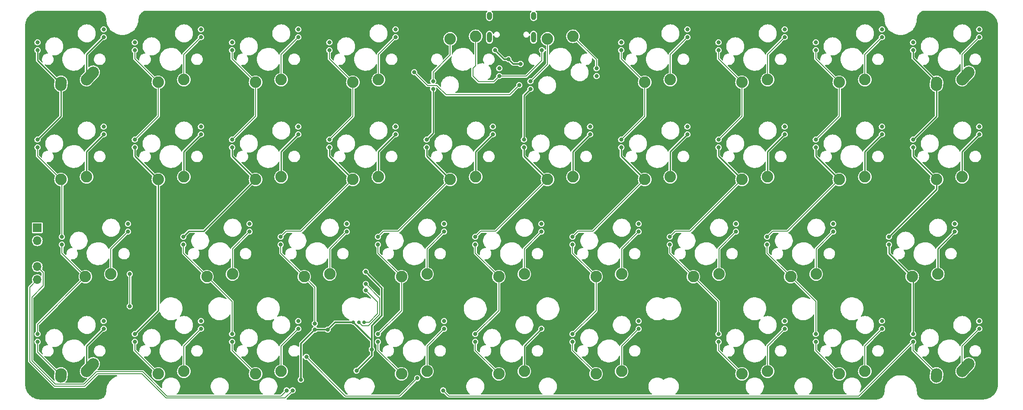
<source format=gtl>
%TF.GenerationSoftware,KiCad,Pcbnew,7.0.6*%
%TF.CreationDate,2023-10-22T23:34:03-04:00*%
%TF.ProjectId,good-delivery-alpha-stagger,676f6f64-2d64-4656-9c69-766572792d61,rev?*%
%TF.SameCoordinates,PX2d6b3a0PY7e9ae4e*%
%TF.FileFunction,Copper,L1,Top*%
%TF.FilePolarity,Positive*%
%FSLAX46Y46*%
G04 Gerber Fmt 4.6, Leading zero omitted, Abs format (unit mm)*
G04 Created by KiCad (PCBNEW 7.0.6) date 2023-10-22 23:34:03*
%MOMM*%
%LPD*%
G01*
G04 APERTURE LIST*
G04 Aperture macros list*
%AMHorizOval*
0 Thick line with rounded ends*
0 $1 width*
0 $2 $3 position (X,Y) of the first rounded end (center of the circle)*
0 $4 $5 position (X,Y) of the second rounded end (center of the circle)*
0 Add line between two ends*
20,1,$1,$2,$3,$4,$5,0*
0 Add two circle primitives to create the rounded ends*
1,1,$1,$2,$3*
1,1,$1,$4,$5*%
G04 Aperture macros list end*
%TA.AperFunction,ComponentPad*%
%ADD10C,0.800000*%
%TD*%
%TA.AperFunction,ComponentPad*%
%ADD11C,2.250000*%
%TD*%
%TA.AperFunction,ComponentPad*%
%ADD12HorizOval,2.250000X-0.020009X-0.290000X0.020009X0.290000X0*%
%TD*%
%TA.AperFunction,ComponentPad*%
%ADD13HorizOval,2.250000X-0.655008X-0.729993X0.655008X0.729993X0*%
%TD*%
%TA.AperFunction,ComponentPad*%
%ADD14R,1.700000X1.700000*%
%TD*%
%TA.AperFunction,ComponentPad*%
%ADD15O,1.700000X1.700000*%
%TD*%
%TA.AperFunction,ComponentPad*%
%ADD16O,1.000000X1.600000*%
%TD*%
%TA.AperFunction,ComponentPad*%
%ADD17O,1.000000X2.100000*%
%TD*%
%TA.AperFunction,ComponentPad*%
%ADD18C,0.650000*%
%TD*%
%TA.AperFunction,ViaPad*%
%ADD19C,0.800000*%
%TD*%
%TA.AperFunction,ViaPad*%
%ADD20C,0.700000*%
%TD*%
%TA.AperFunction,Conductor*%
%ADD21C,0.200000*%
%TD*%
%TA.AperFunction,Conductor*%
%ADD22C,0.250000*%
%TD*%
%TA.AperFunction,Conductor*%
%ADD23C,0.300000*%
%TD*%
G04 APERTURE END LIST*
D10*
%TO.P,MX11,1,COL*%
%TO.N,COL 2*%
X30987952Y31877168D03*
X30987952Y30353168D03*
D11*
X35599952Y24075168D03*
%TO.P,MX11,2,ROW*%
%TO.N,Net-(MX11-ROW)*%
X40599952Y24575168D03*
D10*
X43941952Y34417168D03*
X43941952Y32893168D03*
%TD*%
%TO.P,MX33,1,COL*%
%TO.N,COL 8*%
X145288048Y31877247D03*
X145288048Y30353247D03*
D11*
X149900048Y24075247D03*
%TO.P,MX33,2,ROW*%
%TO.N,Net-(MX33-ROW)*%
X154900048Y24575247D03*
D10*
X158242048Y34417247D03*
X158242048Y32893247D03*
%TD*%
%TO.P,MX21,1,COL*%
%TO.N,COL 5*%
X97663040Y50927263D03*
X97663040Y49403263D03*
D11*
X102275040Y43125263D03*
%TO.P,MX21,2,ROW*%
%TO.N,Net-(MX21-ROW)*%
X107275040Y43625263D03*
D10*
X110617040Y53467263D03*
X110617040Y51943263D03*
%TD*%
%TO.P,MX3,1,COL*%
%TO.N,COL 0*%
X7202432Y31877168D03*
X7202432Y30353168D03*
D11*
X11787432Y24075168D03*
%TO.P,MX3,2,ROW*%
%TO.N,Net-(MX3-ROW)*%
X16787432Y24575168D03*
D10*
X20129432Y34417168D03*
X20129432Y32893168D03*
%TD*%
%TO.P,MX7,1,COL*%
%TO.N,COL 1*%
X21463040Y50927263D03*
X21463040Y49403263D03*
D11*
X26075040Y43125263D03*
%TO.P,MX7,2,ROW*%
%TO.N,Net-(MX7-ROW)*%
X31075040Y43625263D03*
D10*
X34417040Y53467263D03*
X34417040Y51943263D03*
%TD*%
%TO.P,MX8,1,COL*%
%TO.N,COL 1*%
X21463024Y12827168D03*
X21463024Y11303168D03*
D11*
X26075024Y5025168D03*
%TO.P,MX8,2,ROW*%
%TO.N,Net-(MX8-ROW)*%
X31075024Y5525168D03*
D10*
X34417024Y15367168D03*
X34417024Y13843168D03*
%TD*%
%TO.P,MX12,1,COL*%
%TO.N,COL 2*%
X40513024Y12827168D03*
X40513024Y11303168D03*
D11*
X45125024Y5025168D03*
%TO.P,MX12,2,ROW*%
%TO.N,Net-(MX12-ROW)*%
X50125024Y5525168D03*
D10*
X53467024Y15367168D03*
X53467024Y13843168D03*
%TD*%
%TO.P,MX15,1,COL*%
%TO.N,COL 3*%
X50038048Y31877247D03*
X50038048Y30353247D03*
D11*
X54650048Y24075247D03*
%TO.P,MX15,2,ROW*%
%TO.N,Net-(MX15-ROW)*%
X59650048Y24575247D03*
D10*
X62992048Y34417247D03*
X62992048Y32893247D03*
%TD*%
%TO.P,MX24,1,COL*%
%TO.N,COL 6*%
X116713024Y69977168D03*
X116713024Y68453168D03*
D11*
X121325024Y62175168D03*
%TO.P,MX24,2,ROW*%
%TO.N,Net-(MX24-ROW)*%
X126325024Y62675168D03*
D10*
X129667024Y72517168D03*
X129667024Y70993168D03*
%TD*%
%TO.P,MX27,1,COL*%
%TO.N,COL 6*%
X107188024Y12827168D03*
X107188024Y11303168D03*
D11*
X111800024Y5025168D03*
%TO.P,MX27,2,ROW*%
%TO.N,Net-(MX27-ROW)*%
X116800024Y5525168D03*
D10*
X120142024Y15367168D03*
X120142024Y13843168D03*
%TD*%
%TO.P,MX6,1,COL*%
%TO.N,COL 1*%
X21463024Y69977168D03*
X21463024Y68453168D03*
D11*
X26075024Y62175168D03*
%TO.P,MX6,2,ROW*%
%TO.N,Net-(MX6-ROW)*%
X31075024Y62675168D03*
D10*
X34417024Y72517168D03*
X34417024Y70993168D03*
%TD*%
%TO.P,MX14,1,COL*%
%TO.N,COL 3*%
X59563040Y50927263D03*
X59563040Y49403263D03*
D11*
X64175040Y43125263D03*
%TO.P,MX14,2,ROW*%
%TO.N,Net-(MX14-ROW)*%
X69175040Y43625263D03*
D10*
X72517040Y53467263D03*
X72517040Y51943263D03*
%TD*%
%TO.P,MX37,1,COL*%
%TO.N,COL 9*%
X169127568Y31877247D03*
X169127568Y30353247D03*
D11*
X173712568Y24075247D03*
%TO.P,MX37,2,ROW*%
%TO.N,Net-(MX37-ROW)*%
X178712568Y24575247D03*
D10*
X182054568Y34417247D03*
X182054568Y32893247D03*
%TD*%
%TO.P,MX29,1,COL*%
%TO.N,COL 7*%
X135763040Y50927263D03*
X135763040Y49403263D03*
D11*
X140375040Y43125263D03*
%TO.P,MX29,2,ROW*%
%TO.N,Net-(MX29-ROW)*%
X145375040Y43625263D03*
D10*
X148717040Y53467263D03*
X148717040Y51943263D03*
%TD*%
D11*
%TO.P,MX16,1,COL*%
%TO.N,COL 4*%
X83225024Y70675168D03*
D10*
X79883024Y60833168D03*
X79883024Y62357168D03*
%TO.P,MX16,2,ROW*%
%TO.N,Net-(MX16-ROW)*%
X92837024Y63373168D03*
X92837024Y64897168D03*
D11*
X88225024Y71175168D03*
%TD*%
D10*
%TO.P,MX17,1,COL*%
%TO.N,COL 4*%
X78613040Y50927263D03*
X78613040Y49403263D03*
D11*
X83225040Y43125263D03*
%TO.P,MX17,2,ROW*%
%TO.N,Net-(MX17-ROW)*%
X88225040Y43625263D03*
D10*
X91567040Y53467263D03*
X91567040Y51943263D03*
%TD*%
%TO.P,MX13,1,COL*%
%TO.N,COL 3*%
X59563024Y69977168D03*
X59563024Y68453168D03*
D11*
X64175024Y62175168D03*
%TO.P,MX13,2,ROW*%
%TO.N,Net-(MX13-ROW)*%
X69175024Y62675168D03*
D10*
X72517024Y72517168D03*
X72517024Y70993168D03*
%TD*%
%TO.P,MX23,1,COL*%
%TO.N,COL 5*%
X88138240Y12827024D03*
X88138240Y11303024D03*
D11*
X92750240Y5025024D03*
%TO.P,MX23,2,ROW*%
%TO.N,Net-(MX23-ROW)*%
X97750240Y5525024D03*
D10*
X101092240Y13843024D03*
%TD*%
%TO.P,MX26,1,COL*%
%TO.N,COL 6*%
X107188048Y31877247D03*
X107188048Y30353247D03*
D11*
X111800048Y24075247D03*
%TO.P,MX26,2,ROW*%
%TO.N,Net-(MX26-ROW)*%
X116800048Y24575247D03*
D10*
X120142048Y34417247D03*
X120142048Y32893247D03*
%TD*%
%TO.P,MX18,1,COL*%
%TO.N,COL 4*%
X69088048Y31877247D03*
X69088048Y30353247D03*
D11*
X73700048Y24075247D03*
%TO.P,MX18,2,ROW*%
%TO.N,Net-(MX18-ROW)*%
X78700048Y24575247D03*
D10*
X82042048Y34417247D03*
X82042048Y32893247D03*
%TD*%
%TO.P,MX38,1,COL*%
%TO.N,COL 9*%
X173863024Y12827168D03*
X173863024Y11303168D03*
D12*
X178455024Y4732668D03*
D11*
%TO.P,MX38,2,ROW*%
%TO.N,Net-(MX38-ROW)*%
X183475024Y5525168D03*
D13*
X184130016Y6255175D03*
D10*
X186817024Y15367168D03*
X186817024Y13843168D03*
%TD*%
%TO.P,MX2,1,COL*%
%TO.N,COL 0*%
X2412928Y50927263D03*
X2412928Y49403263D03*
D11*
X7024928Y43125263D03*
%TO.P,MX2,2,ROW*%
%TO.N,Net-(MX2-ROW)*%
X12024928Y43625263D03*
D10*
X15366928Y53467263D03*
X15366928Y51943263D03*
%TD*%
%TO.P,MX35,1,COL*%
%TO.N,COL 9*%
X173863024Y69977168D03*
X173863024Y68453168D03*
D12*
X178455024Y61882668D03*
D11*
%TO.P,MX35,2,ROW*%
%TO.N,Net-(MX35-ROW)*%
X183475024Y62675168D03*
D13*
X184130016Y63405175D03*
D10*
X186817024Y72517168D03*
X186817024Y70993168D03*
%TD*%
%TO.P,MX5,1,COL*%
%TO.N,COL 8*%
X154813056Y50927263D03*
X154813056Y49403263D03*
D11*
X159425056Y43125263D03*
%TO.P,MX5,2,ROW*%
%TO.N,Net-(MX5-ROW)*%
X164425056Y43625263D03*
D10*
X167767056Y53467263D03*
X167767056Y51943263D03*
%TD*%
%TO.P,MX1,1,COL*%
%TO.N,COL 0*%
X2413024Y69977168D03*
X2413024Y68453168D03*
D12*
X7005024Y61882668D03*
D11*
%TO.P,MX1,2,ROW*%
%TO.N,Net-(MX1-ROW)*%
X12025024Y62675168D03*
D13*
X12680016Y63405175D03*
D10*
X15367024Y72517168D03*
X15367024Y70993168D03*
%TD*%
D14*
%TO.P,J2,1,Pin_1*%
%TO.N,+3V3*%
X2381172Y33650247D03*
D15*
%TO.P,J2,2,Pin_2*%
%TO.N,RESET*%
X2381172Y31110247D03*
%TO.P,J2,3,Pin_3*%
%TO.N,GND*%
X2381172Y28570247D03*
%TO.P,J2,4,Pin_4*%
%TO.N,SWDIO*%
X2381172Y26030247D03*
%TO.P,J2,5,Pin_5*%
%TO.N,SWCLK*%
X2381172Y23490247D03*
%TD*%
D10*
%TO.P,MX36,1,COL*%
%TO.N,COL 9*%
X173863072Y50927263D03*
X173863072Y49403263D03*
D11*
X178475072Y43125263D03*
%TO.P,MX36,2,ROW*%
%TO.N,Net-(MX36-ROW)*%
X183475072Y43625263D03*
D10*
X186817072Y53467263D03*
X186817072Y51943263D03*
%TD*%
%TO.P,MX28,1,COL*%
%TO.N,COL 7*%
X135763024Y69977168D03*
X135763024Y68453168D03*
D11*
X140375024Y62175168D03*
%TO.P,MX28,2,ROW*%
%TO.N,Net-(MX28-ROW)*%
X145375024Y62675168D03*
D10*
X148717024Y72517168D03*
X148717024Y70993168D03*
%TD*%
%TO.P,MX19,1,COL*%
%TO.N,COL 4*%
X69088024Y12827168D03*
X69088024Y11303168D03*
D11*
X73700024Y5025168D03*
%TO.P,MX19,2,ROW*%
%TO.N,Net-(MX19-ROW)*%
X78700024Y5525168D03*
D10*
X82042024Y15367168D03*
X82042024Y13843168D03*
%TD*%
%TO.P,MX4,1,COL*%
%TO.N,COL 0*%
X2413024Y12827168D03*
X2413024Y11303168D03*
D12*
X7005024Y4732668D03*
D11*
%TO.P,MX4,2,ROW*%
%TO.N,Net-(MX4-ROW)*%
X12025024Y5525168D03*
D13*
X12680016Y6255175D03*
D10*
X15367024Y15367168D03*
X15367024Y13843168D03*
%TD*%
%TO.P,MX32,1,COL*%
%TO.N,COL 8*%
X154813024Y69977168D03*
X154813024Y68453168D03*
D11*
X159425024Y62175168D03*
%TO.P,MX32,2,ROW*%
%TO.N,Net-(MX32-ROW)*%
X164425024Y62675168D03*
D10*
X167767024Y72517168D03*
X167767024Y70993168D03*
%TD*%
%TO.P,MX31,1,COL*%
%TO.N,COL 7*%
X135763024Y12827168D03*
X135763024Y11303168D03*
D11*
X140375024Y5025168D03*
%TO.P,MX31,2,ROW*%
%TO.N,Net-(MX31-ROW)*%
X145375024Y5525168D03*
D10*
X148717024Y15367168D03*
X148717024Y13843168D03*
%TD*%
%TO.P,MX9,1,COL*%
%TO.N,COL 2*%
X40513024Y69977168D03*
X40513024Y68453168D03*
D11*
X45125024Y62175168D03*
%TO.P,MX9,2,ROW*%
%TO.N,Net-(MX9-ROW)*%
X50125024Y62675168D03*
D10*
X53467024Y72517168D03*
X53467024Y70993168D03*
%TD*%
%TO.P,MX34,1,COL*%
%TO.N,COL 8*%
X154813024Y12827168D03*
X154813024Y11303168D03*
D11*
X159425024Y5025168D03*
%TO.P,MX34,2,ROW*%
%TO.N,Net-(MX34-ROW)*%
X164425024Y5525168D03*
D10*
X167767024Y15367168D03*
X167767024Y13843168D03*
%TD*%
%TO.P,MX22,1,COL*%
%TO.N,COL 5*%
X88138048Y31877247D03*
X88138048Y30353247D03*
D11*
X92750048Y24075247D03*
%TO.P,MX22,2,ROW*%
%TO.N,Net-(MX22-ROW)*%
X97750048Y24575247D03*
D10*
X101092048Y34417247D03*
X101092048Y32893247D03*
%TD*%
%TO.P,MX30,1,COL*%
%TO.N,COL 7*%
X126238048Y31877247D03*
X126238048Y30353247D03*
D11*
X130850048Y24075247D03*
%TO.P,MX30,2,ROW*%
%TO.N,Net-(MX30-ROW)*%
X135850048Y24575247D03*
D10*
X139192048Y34417247D03*
X139192048Y32893247D03*
%TD*%
D11*
%TO.P,MX20,1,COL*%
%TO.N,COL 5*%
X102275024Y70675168D03*
D10*
X98933024Y60833168D03*
X98933024Y62357168D03*
%TO.P,MX20,2,ROW*%
%TO.N,Net-(MX20-ROW)*%
X111887024Y63373168D03*
X111887024Y64897168D03*
D11*
X107275024Y71175168D03*
%TD*%
D10*
%TO.P,MX10,1,COL*%
%TO.N,COL 2*%
X40513040Y50927263D03*
X40513040Y49403263D03*
D11*
X45125040Y43125263D03*
%TO.P,MX10,2,ROW*%
%TO.N,Net-(MX10-ROW)*%
X50125040Y43625263D03*
D10*
X53467040Y53467263D03*
X53467040Y51943263D03*
%TD*%
%TO.P,MX25,1,COL*%
%TO.N,COL 6*%
X116713040Y50927263D03*
X116713040Y49403263D03*
D11*
X121325040Y43125263D03*
%TO.P,MX25,2,ROW*%
%TO.N,Net-(MX25-ROW)*%
X126325040Y43625263D03*
D10*
X129667040Y53467263D03*
X129667040Y51943263D03*
%TD*%
D16*
%TO.P,J3,S1,SHIELD*%
%TO.N,Earth*%
X90930240Y75166593D03*
D17*
X90930240Y70986593D03*
D16*
X99570240Y75166593D03*
D17*
X99570240Y70986593D03*
%TD*%
D18*
%TO.P,U1,57,GND*%
%TO.N,GND*%
X61912656Y7424245D03*
X62814217Y8325806D03*
X63715778Y9227367D03*
X61011095Y8325806D03*
X61912656Y9227367D03*
X62814217Y10128928D03*
X60109534Y9227367D03*
X61011095Y10128928D03*
X61912656Y11030489D03*
%TD*%
D19*
%TO.N,ROW 0*%
X76200192Y64125264D03*
X96738525Y61595168D03*
%TO.N,ROW 3*%
X55066545Y8334396D03*
X76795506Y4167198D03*
%TO.N,COL 3*%
X56737173Y14882850D03*
%TO.N,COL 9*%
X81855675Y1785942D03*
%TO.N,Net-(MX16-ROW)*%
X101203380Y68461110D03*
%TO.N,GND*%
X57745458Y19645362D03*
X81558018Y74711907D03*
X72925965Y8334396D03*
X69056228Y21431491D03*
X61912656Y13989879D03*
X68461110Y5357826D03*
X58043115Y3869541D03*
X56257173Y2381256D03*
X53980024Y892971D03*
X84236931Y4167198D03*
X66703098Y26298688D03*
X67865602Y22622117D03*
X81558018Y53578260D03*
X82450989Y74711907D03*
X72925965Y9525024D03*
X55777173Y16073478D03*
%TO.N,+3V3*%
X53974880Y3869541D03*
X59233743Y13692222D03*
X56737173Y13692222D03*
X64889226Y5655483D03*
D20*
X64293912Y15150507D03*
D19*
X66674976Y25003369D03*
X67865796Y9822681D03*
%TO.N,RESET*%
X20493692Y24581491D03*
X20493692Y18281491D03*
%TO.N,SWDIO*%
X51197004Y1785942D03*
%TO.N,SWCLK*%
X52387632Y1785942D03*
%TO.N,SD3*%
X66703098Y22622117D03*
D20*
X65335712Y15150507D03*
D19*
%TO.N,QSPI_CLK*%
X66703098Y21431491D03*
D20*
X66377511Y15150507D03*
D19*
%TO.N,GNDPWR*%
X92000240Y68461110D03*
X97000240Y65782197D03*
X94654926Y66675168D03*
%TD*%
D21*
%TO.N,ROW 0*%
X80630729Y61533168D02*
X82418729Y59745168D01*
X76200192Y64125264D02*
X78792288Y61533168D01*
X82418729Y59745168D02*
X94888525Y59745168D01*
X78792288Y61533168D02*
X80630729Y61533168D01*
X94888525Y59745168D02*
X96738525Y61595168D01*
%TO.N,ROW 3*%
X76795506Y4167198D02*
X73294476Y666168D01*
X55066545Y8334396D02*
X62734773Y666168D01*
X62734773Y666168D02*
X73294476Y666168D01*
%TO.N,COL 0*%
X2413024Y12827168D02*
X2413024Y14700760D01*
X2413024Y14700760D02*
X11787432Y24075168D01*
D22*
X2413024Y68453168D02*
X2413024Y66474668D01*
X2413024Y66474668D02*
X7005024Y61882668D01*
D21*
X2412928Y49403263D02*
X2412928Y47737263D01*
X2413024Y11303168D02*
X2413024Y9324668D01*
D22*
X7005024Y61882668D02*
X7005024Y55519359D01*
D21*
X7202432Y31877168D02*
X7202432Y42947759D01*
X7202432Y30353168D02*
X7202432Y28660168D01*
X2413024Y9324668D02*
X7005024Y4732668D01*
D22*
X7005024Y55519359D02*
X2412928Y50927263D01*
D21*
X7202432Y28660168D02*
X11787432Y24075168D01*
X2412928Y47737263D02*
X7024928Y43125263D01*
%TO.N,COL 1*%
X21463024Y68453168D02*
X21463024Y66787168D01*
D22*
X21463040Y49403263D02*
X21463040Y47737263D01*
D21*
X21463024Y66787168D02*
X26075024Y62175168D01*
X21463024Y9637168D02*
X26075024Y5025168D01*
X21463024Y11303168D02*
X21463024Y9637168D01*
D22*
X26075040Y43125263D02*
X26075040Y17439184D01*
D21*
X26075024Y62175168D02*
X26075024Y55539247D01*
D22*
X26075040Y17439184D02*
X21463024Y12827168D01*
D21*
X26075024Y55539247D02*
X21463040Y50927263D01*
D22*
X21463040Y47737263D02*
X26075040Y43125263D01*
%TO.N,COL 2*%
X40513040Y47737263D02*
X45125040Y43125263D01*
D21*
X45125024Y62175168D02*
X45125024Y55539247D01*
X40513024Y9637168D02*
X45125024Y5025168D01*
X40513024Y19162096D02*
X40513024Y12827168D01*
X30987952Y30353168D02*
X30987952Y28687168D01*
D22*
X32100952Y32990168D02*
X30987952Y31877168D01*
X40513040Y49403263D02*
X40513040Y47737263D01*
D21*
X35599952Y24075168D02*
X40513024Y19162096D01*
D22*
X45125040Y43125263D02*
X34989945Y32990168D01*
D21*
X40513024Y66787168D02*
X45125024Y62175168D01*
X45125024Y55539247D02*
X40513040Y50927263D01*
D22*
X34989945Y32990168D02*
X32100952Y32990168D01*
D21*
X30987952Y28687168D02*
X35599952Y24075168D01*
X40513024Y68453168D02*
X40513024Y66787168D01*
X40513024Y11303168D02*
X40513024Y9637168D01*
D22*
%TO.N,COL 3*%
X59563040Y49403263D02*
X59563040Y47737263D01*
D21*
X51126048Y32965247D02*
X54015024Y32965247D01*
D22*
X59563040Y47737263D02*
X64175040Y43125263D01*
D21*
X59563024Y68453168D02*
X59563024Y66787168D01*
X54015024Y32965247D02*
X64175040Y43125263D01*
X59563024Y66787168D02*
X64175024Y62175168D01*
X64175024Y62175168D02*
X64175024Y55539247D01*
X50038048Y31877247D02*
X51126048Y32965247D01*
X50038048Y30353247D02*
X50038048Y28687247D01*
X50038048Y28687247D02*
X54650048Y24075247D01*
X54650048Y24075247D02*
X56737173Y21988122D01*
X64175024Y55539247D02*
X59563040Y50927263D01*
X56737173Y21988122D02*
X56737173Y14882850D01*
%TO.N,COL 4*%
X83225024Y70675168D02*
X83225024Y67522756D01*
X73065024Y32965247D02*
X83225040Y43125263D01*
X69088048Y31877247D02*
X70176048Y32965247D01*
D22*
X78613040Y47737263D02*
X83225040Y43125263D01*
D21*
X69088024Y11303168D02*
X69088024Y9637168D01*
X73700048Y24075247D02*
X73700048Y17439192D01*
X69088048Y30353247D02*
X69088048Y28687247D01*
X83225024Y67522756D02*
X79883024Y64180756D01*
D22*
X79883024Y52197247D02*
X78613040Y50927263D01*
D21*
X69088024Y9637168D02*
X73700024Y5025168D01*
X79883024Y64180756D02*
X79883024Y62357168D01*
D22*
X78613040Y49403263D02*
X78613040Y47737263D01*
D21*
X70176048Y32965247D02*
X73065024Y32965247D01*
X73700048Y17439192D02*
X69088024Y12827168D01*
X69088048Y28687247D02*
X73700048Y24075247D01*
D22*
X79883024Y60833168D02*
X79883024Y52197247D01*
D21*
%TO.N,COL 5*%
X88138048Y30353247D02*
X88138048Y28687247D01*
X92750048Y24075247D02*
X92750048Y17438832D01*
X88138240Y11303024D02*
X88138240Y9637024D01*
X88138048Y31877247D02*
X89226048Y32965247D01*
X98933024Y62357168D02*
X102275024Y65699168D01*
X92115024Y32965247D02*
X102275040Y43125263D01*
X102275024Y65699168D02*
X102275024Y70675168D01*
D22*
X97663040Y59563184D02*
X97663040Y50927263D01*
D21*
X88138048Y28687247D02*
X92750048Y24075247D01*
D22*
X97663040Y47737263D02*
X102275040Y43125263D01*
X97663040Y49403263D02*
X97663040Y47737263D01*
D21*
X92750048Y17438832D02*
X88138240Y12827024D01*
X89226048Y32965247D02*
X92115024Y32965247D01*
D22*
X98933024Y60833168D02*
X97663040Y59563184D01*
D21*
X88138240Y9637024D02*
X92750240Y5025024D01*
%TO.N,COL 6*%
X107188024Y9637168D02*
X111800024Y5025168D01*
X111165024Y32965247D02*
X121325040Y43125263D01*
X121325024Y62175168D02*
X121325024Y55539247D01*
X116713024Y68453168D02*
X116713024Y66787168D01*
X108276048Y32965247D02*
X111165024Y32965247D01*
D22*
X116713040Y49403263D02*
X116713040Y47737263D01*
D21*
X107188048Y28687247D02*
X111800048Y24075247D01*
D22*
X116713040Y47737263D02*
X121325040Y43125263D01*
D21*
X107188024Y11303168D02*
X107188024Y9637168D01*
X107188048Y30353247D02*
X107188048Y28687247D01*
X111800048Y17439192D02*
X107188024Y12827168D01*
X111800048Y24075247D02*
X111800048Y17439192D01*
X116713024Y66787168D02*
X121325024Y62175168D01*
X121325024Y55539247D02*
X116713040Y50927263D01*
X107188048Y31877247D02*
X108276048Y32965247D01*
%TO.N,COL 7*%
X135763024Y19162271D02*
X135763024Y12827168D01*
X135763024Y66787168D02*
X140375024Y62175168D01*
X126238048Y28687247D02*
X130850048Y24075247D01*
X135763024Y9637168D02*
X140375024Y5025168D01*
X140375024Y55539247D02*
X135763040Y50927263D01*
D22*
X135763040Y47737263D02*
X140375040Y43125263D01*
D21*
X126238048Y31877247D02*
X127326048Y32965247D01*
X135763024Y11303168D02*
X135763024Y9637168D01*
X135763024Y68453168D02*
X135763024Y66787168D01*
X127326048Y32965247D02*
X130215024Y32965247D01*
D22*
X135763040Y49403263D02*
X135763040Y47737263D01*
D21*
X140375024Y62175168D02*
X140375024Y55539247D01*
X130850048Y24075247D02*
X135763024Y19162271D01*
X126238048Y30353247D02*
X126238048Y28687247D01*
X130215024Y32965247D02*
X140375040Y43125263D01*
%TO.N,COL 8*%
X154813024Y68453168D02*
X154813024Y66787168D01*
X154813024Y66787168D02*
X159425024Y62175168D01*
X154813024Y11303168D02*
X154813024Y9637168D01*
X159425024Y55539231D02*
X154813056Y50927263D01*
X145288048Y28687247D02*
X149900048Y24075247D01*
D22*
X154813056Y49403263D02*
X154813056Y47737263D01*
X154813056Y47737263D02*
X159425056Y43125263D01*
D21*
X154813024Y19162271D02*
X154813024Y12827168D01*
X149265040Y32965247D02*
X159425056Y43125263D01*
X145288048Y30353247D02*
X145288048Y28687247D01*
X146376048Y32965247D02*
X149265040Y32965247D01*
X145288048Y31877247D02*
X146376048Y32965247D01*
X154813024Y9637168D02*
X159425024Y5025168D01*
X159425024Y62175168D02*
X159425024Y55539231D01*
X149900048Y24075247D02*
X154813024Y19162271D01*
D22*
%TO.N,COL 9*%
X178475072Y41224751D02*
X169127568Y31877247D01*
D21*
X82975593Y666024D02*
X81855675Y1785942D01*
D22*
X169127568Y30353247D02*
X169127568Y28660247D01*
X178475072Y43125263D02*
X178475072Y41224751D01*
X169127568Y28660247D02*
X173712568Y24075247D01*
D21*
X173863024Y11303168D02*
X163225880Y666024D01*
D22*
X173863072Y47737263D02*
X178475072Y43125263D01*
D21*
X173863024Y11303168D02*
X173863024Y9637168D01*
D22*
X178455024Y55519215D02*
X173863072Y50927263D01*
D21*
X163225880Y666024D02*
X82975593Y666024D01*
D22*
X178455024Y61882668D02*
X178455024Y55519215D01*
X173863072Y49403263D02*
X173863072Y47737263D01*
X173863024Y68453168D02*
X173863024Y66939401D01*
X173863024Y66939401D02*
X178455024Y62347401D01*
X173863024Y12827168D02*
X173863024Y23924791D01*
D21*
X173863024Y9637168D02*
X178475024Y5025168D01*
D22*
%TO.N,Net-(MX1-ROW)*%
X15367024Y70993168D02*
X12025024Y67651168D01*
X12025024Y67651168D02*
X12025024Y62675168D01*
D21*
%TO.N,Net-(MX6-ROW)*%
X31075024Y62675168D02*
X31075024Y67651168D01*
X31075024Y67651168D02*
X34417024Y70993168D01*
D22*
%TO.N,Net-(MX2-ROW)*%
X12024928Y43625263D02*
X12024928Y48601263D01*
X12024928Y48601263D02*
X15366928Y51943263D01*
%TO.N,Net-(MX7-ROW)*%
X31075040Y43625263D02*
X31075040Y48601263D01*
X31075040Y48601263D02*
X34417040Y51943263D01*
D21*
%TO.N,Net-(MX3-ROW)*%
X16787432Y24575168D02*
X16787432Y29551168D01*
X16787432Y29551168D02*
X20129432Y32893168D01*
D22*
%TO.N,Net-(MX4-ROW)*%
X15367024Y13843168D02*
X12025024Y10501168D01*
X12025024Y10501168D02*
X12025024Y5525168D01*
D21*
%TO.N,Net-(MX8-ROW)*%
X31075024Y5525168D02*
X31075024Y10501168D01*
X31075024Y10501168D02*
X34417024Y13843168D01*
%TO.N,Net-(MX9-ROW)*%
X50125024Y62675168D02*
X50125024Y67651168D01*
X50125024Y67651168D02*
X53467024Y70993168D01*
%TO.N,Net-(MX13-ROW)*%
X69175024Y62675168D02*
X69175024Y67651168D01*
X69175024Y67651168D02*
X72517024Y70993168D01*
D22*
%TO.N,Net-(MX10-ROW)*%
X53467040Y51943263D02*
X50125040Y48601263D01*
X50125040Y48601263D02*
X50125040Y43625263D01*
%TO.N,Net-(MX14-ROW)*%
X72517040Y51943263D02*
X69175040Y48601263D01*
X69175040Y48601263D02*
X69175040Y43625263D01*
D21*
%TO.N,Net-(MX11-ROW)*%
X40599952Y29551168D02*
X40599952Y24575168D01*
X43941952Y32893168D02*
X40599952Y29551168D01*
%TO.N,Net-(MX15-ROW)*%
X62992048Y32893247D02*
X59650048Y29551247D01*
X59650048Y29551247D02*
X59650048Y24575247D01*
%TO.N,Net-(MX12-ROW)*%
X50125024Y10501168D02*
X53467024Y13843168D01*
X50125024Y5525168D02*
X50125024Y10501168D01*
%TO.N,Net-(MX16-ROW)*%
X88225024Y71175168D02*
X88225024Y65441463D01*
X91749024Y62285168D02*
X92837024Y63373168D01*
X101203380Y68461110D02*
X101203380Y66451112D01*
X88768729Y62285168D02*
X91749024Y62285168D01*
X87685024Y63368873D02*
X88768729Y62285168D01*
X87685024Y64901463D02*
X87685024Y63368873D01*
X88225024Y65441463D02*
X87685024Y64901463D01*
X98125436Y63373168D02*
X92837024Y63373168D01*
X101203380Y66451112D02*
X98125436Y63373168D01*
%TO.N,Net-(MX20-ROW)*%
X111887024Y66563168D02*
X111887024Y64897168D01*
X107275024Y71175168D02*
X111887024Y66563168D01*
D22*
%TO.N,Net-(MX17-ROW)*%
X91567040Y51943263D02*
X88225040Y48601263D01*
X88225040Y48601263D02*
X88225040Y43625263D01*
%TO.N,Net-(MX21-ROW)*%
X107275040Y48601263D02*
X107275040Y43625263D01*
X110617040Y51943263D02*
X107275040Y48601263D01*
D21*
%TO.N,Net-(MX18-ROW)*%
X78700048Y29551247D02*
X78700048Y24575247D01*
X82042048Y32893247D02*
X78700048Y29551247D01*
%TO.N,Net-(MX22-ROW)*%
X101092048Y32893247D02*
X97750048Y29551247D01*
X97750048Y29551247D02*
X97750048Y24575247D01*
%TO.N,Net-(MX19-ROW)*%
X78700024Y10501168D02*
X82042024Y13843168D01*
X78700024Y5525168D02*
X78700024Y10501168D01*
D22*
%TO.N,Net-(MX23-ROW)*%
X97750240Y10501024D02*
X101092240Y13843024D01*
X97750240Y5525024D02*
X97750240Y10501024D01*
D21*
%TO.N,Net-(MX24-ROW)*%
X126325024Y62675168D02*
X126325024Y67651168D01*
X126325024Y67651168D02*
X129667024Y70993168D01*
%TO.N,Net-(MX28-ROW)*%
X145375024Y62675168D02*
X145375024Y67651168D01*
X145375024Y67651168D02*
X148717024Y70993168D01*
D22*
%TO.N,Net-(MX25-ROW)*%
X129667040Y51943263D02*
X126325040Y48601263D01*
X126325040Y48601263D02*
X126325040Y43625263D01*
%TO.N,Net-(MX29-ROW)*%
X148717040Y51943263D02*
X145375040Y48601263D01*
X145375040Y48601263D02*
X145375040Y43625263D01*
D21*
%TO.N,Net-(MX26-ROW)*%
X120142048Y32893247D02*
X116800048Y29551247D01*
X116800048Y29551247D02*
X116800048Y24575247D01*
%TO.N,Net-(MX30-ROW)*%
X135850048Y29551247D02*
X139192048Y32893247D01*
X135850048Y24575247D02*
X135850048Y29551247D01*
%TO.N,Net-(MX27-ROW)*%
X116800024Y5525168D02*
X116800024Y10501168D01*
X116800024Y10501168D02*
X120142024Y13843168D01*
%TO.N,Net-(MX31-ROW)*%
X145375024Y5525168D02*
X145375024Y10501168D01*
X145375024Y10501168D02*
X148717024Y13843168D01*
%TO.N,Net-(MX32-ROW)*%
X164425024Y67651168D02*
X167767024Y70993168D01*
X164425024Y62675168D02*
X164425024Y67651168D01*
%TO.N,Net-(MX35-ROW)*%
X183475024Y62675168D02*
X183475024Y67651168D01*
X183475024Y67651168D02*
X186817024Y70993168D01*
D22*
%TO.N,Net-(MX5-ROW)*%
X167767056Y51943263D02*
X164425056Y48601263D01*
X164425056Y48601263D02*
X164425056Y43625263D01*
%TO.N,Net-(MX36-ROW)*%
X186817072Y51943263D02*
X183475072Y48601263D01*
X183475072Y48601263D02*
X183475072Y43625263D01*
D21*
%TO.N,Net-(MX33-ROW)*%
X154900048Y24575247D02*
X154900048Y29551247D01*
X154900048Y29551247D02*
X158242048Y32893247D01*
D22*
%TO.N,Net-(MX37-ROW)*%
X178712568Y29551247D02*
X178712568Y24575247D01*
X182054568Y32893247D02*
X178712568Y29551247D01*
D21*
%TO.N,Net-(MX34-ROW)*%
X164425024Y5525168D02*
X164425024Y10501168D01*
X164425024Y10501168D02*
X167767024Y13843168D01*
%TO.N,Net-(MX38-ROW)*%
X183475024Y5525168D02*
X183475024Y10501168D01*
X183475024Y10501168D02*
X186817024Y13843168D01*
%TO.N,GND*%
X14846151Y35718840D02*
X14882850Y35718840D01*
X14882850Y35718840D02*
X14882850Y35755539D01*
X14882850Y35755539D02*
X14846151Y35718840D01*
D23*
%TO.N,+3V3*%
X53980024Y10935073D02*
X56737173Y13692222D01*
X67865796Y9822681D02*
X67865796Y8632053D01*
X67865796Y9822681D02*
X67865796Y14453723D01*
X69869140Y16457067D02*
X67865796Y14453723D01*
X67865796Y11558623D02*
X67865796Y9822681D01*
X69869140Y21809205D02*
X69869140Y16457067D01*
X56737173Y13692222D02*
X59233743Y13692222D01*
X59233743Y13692222D02*
X60692028Y15150507D01*
X60692028Y15150507D02*
X64293912Y15150507D01*
X64293912Y15150507D02*
X64293912Y15130507D01*
X66674976Y25003369D02*
X69869140Y21809205D01*
X53980024Y3874685D02*
X53974880Y3869541D01*
X53980024Y10935073D02*
X53980024Y3874685D01*
X64293912Y15130507D02*
X67865796Y11558623D01*
X67865796Y8632053D02*
X64889226Y5655483D01*
D21*
%TO.N,RESET*%
X20493692Y18281491D02*
X20493692Y24581491D01*
%TO.N,SWDIO*%
X3531172Y22283564D02*
X1313024Y20065415D01*
X3531172Y24880247D02*
X3531172Y22283564D01*
X5949419Y2980419D02*
X1313024Y7616814D01*
X13987882Y5460169D02*
X11508132Y2980419D01*
X1313024Y7616814D02*
X1313024Y20065415D01*
X50077086Y666024D02*
X51197004Y1785942D01*
X2381172Y26030247D02*
X3531172Y24880247D01*
X11508132Y2980419D02*
X5949419Y2980419D01*
X27799003Y666024D02*
X50077086Y666024D01*
X23004858Y5460169D02*
X27799003Y666024D01*
X23004858Y5460169D02*
X13987882Y5460169D01*
%TO.N,SWCLK*%
X50867714Y266024D02*
X27633318Y266024D01*
X913024Y22022099D02*
X913024Y7451129D01*
X5783733Y2580419D02*
X913024Y7451129D01*
X22839173Y5060169D02*
X14153568Y5060169D01*
X52387632Y1785942D02*
X50867714Y266024D01*
X11673817Y2580419D02*
X5783733Y2580419D01*
X14153568Y5060169D02*
X11673817Y2580419D01*
X2381172Y23490247D02*
X913024Y22022099D01*
X27633318Y266024D02*
X22839173Y5060169D01*
%TO.N,SD3*%
X66055712Y14430507D02*
X67206184Y14430507D01*
X69419140Y16643464D02*
X67206184Y14430507D01*
X69419140Y19906075D02*
X69419140Y16643464D01*
X65335712Y15150507D02*
X66055712Y14430507D01*
X66703098Y22622117D02*
X69419140Y19906075D01*
%TO.N,QSPI_CLK*%
X69019140Y19115449D02*
X69019140Y16809149D01*
X67360498Y15150507D02*
X66377511Y15150507D01*
X66703098Y21431491D02*
X69019140Y19115449D01*
X69019140Y16809149D02*
X67360498Y15150507D01*
D23*
%TO.N,GNDPWR*%
X92000240Y68461110D02*
X93786182Y66675168D01*
X94654926Y66675168D02*
X95547897Y65782197D01*
X93786182Y66675168D02*
X94654926Y66675168D01*
X97000240Y65782197D02*
X95547897Y65782197D01*
%TD*%
%TA.AperFunction,Conductor*%
%TO.N,GND*%
G36*
X14253570Y76199692D02*
G01*
X14293115Y76199692D01*
X14296629Y76199567D01*
X14365814Y76194615D01*
X14524148Y76182162D01*
X14530774Y76181185D01*
X14631881Y76159184D01*
X14755310Y76129542D01*
X14761035Y76127793D01*
X14863513Y76089563D01*
X14975990Y76042966D01*
X14980747Y76040689D01*
X15077888Y75987638D01*
X15079980Y75986426D01*
X15181254Y75924357D01*
X15185039Y75921788D01*
X15274384Y75854897D01*
X15276839Y75852931D01*
X15326590Y75810435D01*
X15366549Y75776303D01*
X15369367Y75773698D01*
X15419224Y75723835D01*
X15448470Y75694585D01*
X15451109Y75691730D01*
X15527698Y75602045D01*
X15529686Y75599560D01*
X15596553Y75510222D01*
X15599133Y75506420D01*
X15637333Y75444076D01*
X15661185Y75405147D01*
X15662396Y75403054D01*
X15692439Y75348027D01*
X15715429Y75305916D01*
X15717717Y75301133D01*
X15764289Y75188679D01*
X15802507Y75086190D01*
X15804262Y75080442D01*
X15833888Y74957007D01*
X15855873Y74855912D01*
X15856852Y74849266D01*
X15869073Y74693860D01*
X15874254Y74621368D01*
X15874380Y74617838D01*
X15874380Y74448122D01*
X15895235Y74256354D01*
X15895448Y74253777D01*
X15898685Y74196123D01*
X15903846Y74177182D01*
X15911550Y74106343D01*
X15956163Y73903662D01*
X15956621Y73901313D01*
X15965445Y73849378D01*
X15971487Y73834043D01*
X15985454Y73770588D01*
X15985455Y73770586D01*
X15985457Y73770578D01*
X16030257Y73637614D01*
X16057216Y73557604D01*
X16070314Y73512141D01*
X16076481Y73500429D01*
X16094847Y73445919D01*
X16095235Y73444769D01*
X16197099Y73224594D01*
X16212020Y73188573D01*
X16217562Y73180364D01*
X16239588Y73132756D01*
X16239589Y73132754D01*
X16375144Y72907460D01*
X16388834Y72882689D01*
X16393011Y72877763D01*
X16416833Y72838172D01*
X16416840Y72838161D01*
X16590287Y72609996D01*
X16598597Y72598284D01*
X16600709Y72596286D01*
X16613357Y72579648D01*
X16624896Y72564469D01*
X16861326Y72314872D01*
X16861330Y72314869D01*
X16861330Y72314868D01*
X17060388Y72145788D01*
X17123357Y72092302D01*
X17407916Y71899366D01*
X17711666Y71738328D01*
X18031048Y71611074D01*
X18031057Y71611072D01*
X18031061Y71611070D01*
X18362309Y71519099D01*
X18701584Y71463478D01*
X18720197Y71462469D01*
X19044880Y71444865D01*
X19388175Y71463478D01*
X19727445Y71519098D01*
X19727446Y71519099D01*
X19727450Y71519099D01*
X20058698Y71611070D01*
X20058698Y71611071D01*
X20058712Y71611074D01*
X20091111Y71623983D01*
X29364524Y71623983D01*
X29403627Y71364559D01*
X29403629Y71364549D01*
X29480961Y71113843D01*
X29592666Y70881886D01*
X29594796Y70877464D01*
X29742591Y70660689D01*
X29742594Y70660686D01*
X29742596Y70660683D01*
X29921041Y70468365D01*
X29921053Y70468354D01*
X30120066Y70309647D01*
X30126167Y70304782D01*
X30126171Y70304780D01*
X30126172Y70304779D01*
X30353368Y70173607D01*
X30353372Y70173605D01*
X30353381Y70173600D01*
X30398485Y70155898D01*
X30597604Y70077749D01*
X30597607Y70077749D01*
X30597608Y70077748D01*
X30853394Y70019366D01*
X30931848Y70013487D01*
X31049524Y70004668D01*
X31049530Y70004668D01*
X31180524Y70004668D01*
X31287501Y70012686D01*
X31376654Y70019366D01*
X31632440Y70077748D01*
X31876667Y70173600D01*
X32103881Y70304782D01*
X32309005Y70468363D01*
X32487457Y70660689D01*
X32635252Y70877464D01*
X32749087Y71113845D01*
X32826420Y71364553D01*
X32865524Y71623983D01*
X48414524Y71623983D01*
X48453627Y71364559D01*
X48453629Y71364549D01*
X48530961Y71113843D01*
X48642666Y70881886D01*
X48644796Y70877464D01*
X48792591Y70660689D01*
X48792594Y70660686D01*
X48792596Y70660683D01*
X48971041Y70468365D01*
X48971053Y70468354D01*
X49170066Y70309647D01*
X49176167Y70304782D01*
X49176171Y70304780D01*
X49176172Y70304779D01*
X49403368Y70173607D01*
X49403372Y70173605D01*
X49403381Y70173600D01*
X49448485Y70155898D01*
X49647604Y70077749D01*
X49647607Y70077749D01*
X49647608Y70077748D01*
X49903394Y70019366D01*
X49981848Y70013487D01*
X50099524Y70004668D01*
X50099530Y70004668D01*
X50230524Y70004668D01*
X50337501Y70012686D01*
X50426654Y70019366D01*
X50682440Y70077748D01*
X50926667Y70173600D01*
X51153881Y70304782D01*
X51359005Y70468363D01*
X51537457Y70660689D01*
X51685252Y70877464D01*
X51799087Y71113845D01*
X51876420Y71364553D01*
X51915524Y71623983D01*
X67464524Y71623983D01*
X67503627Y71364559D01*
X67503629Y71364549D01*
X67580961Y71113843D01*
X67692666Y70881886D01*
X67694796Y70877464D01*
X67842591Y70660689D01*
X67842594Y70660686D01*
X67842596Y70660683D01*
X68021041Y70468365D01*
X68021053Y70468354D01*
X68220066Y70309647D01*
X68226167Y70304782D01*
X68226171Y70304780D01*
X68226172Y70304779D01*
X68453368Y70173607D01*
X68453372Y70173605D01*
X68453381Y70173600D01*
X68498485Y70155898D01*
X68697604Y70077749D01*
X68697607Y70077749D01*
X68697608Y70077748D01*
X68953394Y70019366D01*
X69031848Y70013487D01*
X69149524Y70004668D01*
X69149530Y70004668D01*
X69280524Y70004668D01*
X69387501Y70012686D01*
X69476654Y70019366D01*
X69732440Y70077748D01*
X69976667Y70173600D01*
X70203881Y70304782D01*
X70409005Y70468363D01*
X70587457Y70660689D01*
X70735252Y70877464D01*
X70849087Y71113845D01*
X70926420Y71364553D01*
X70965524Y71623986D01*
X70965524Y71886350D01*
X70926420Y72145783D01*
X70849087Y72396491D01*
X70827961Y72440359D01*
X70790972Y72517168D01*
X71911342Y72517168D01*
X71931979Y72360410D01*
X71931981Y72360402D01*
X71992486Y72214330D01*
X71992486Y72214329D01*
X72086281Y72092093D01*
X72088742Y72088886D01*
X72088746Y72088883D01*
X72088747Y72088882D01*
X72118106Y72066355D01*
X72214183Y71992632D01*
X72360262Y71932124D01*
X72477833Y71916646D01*
X72517023Y71911486D01*
X72517024Y71911486D01*
X72517025Y71911486D01*
X72548376Y71915614D01*
X72673786Y71932124D01*
X72819865Y71992632D01*
X72945306Y72088886D01*
X73041560Y72214327D01*
X73102068Y72360406D01*
X73122706Y72517168D01*
X73102068Y72673930D01*
X73041561Y72820007D01*
X73041561Y72820008D01*
X72945310Y72945445D01*
X72945309Y72945446D01*
X72945306Y72945450D01*
X72945301Y72945454D01*
X72945300Y72945455D01*
X72819862Y73041706D01*
X72673790Y73102211D01*
X72673782Y73102213D01*
X72517025Y73122850D01*
X72517023Y73122850D01*
X72360265Y73102213D01*
X72360257Y73102211D01*
X72214185Y73041706D01*
X72214184Y73041706D01*
X72088747Y72945455D01*
X72088737Y72945445D01*
X71992486Y72820008D01*
X71992486Y72820007D01*
X71931981Y72673935D01*
X71931979Y72673927D01*
X71911342Y72517169D01*
X71911342Y72517168D01*
X70790972Y72517168D01*
X70787028Y72525358D01*
X70735252Y72632872D01*
X70587457Y72849647D01*
X70561369Y72877763D01*
X70409006Y73041972D01*
X70408994Y73041983D01*
X70203889Y73205548D01*
X70203875Y73205558D01*
X69976679Y73336730D01*
X69976670Y73336735D01*
X69976667Y73336736D01*
X69976663Y73336738D01*
X69976660Y73336739D01*
X69732443Y73432588D01*
X69476655Y73490970D01*
X69476649Y73490971D01*
X69280524Y73505668D01*
X69280518Y73505668D01*
X69149530Y73505668D01*
X69149524Y73505668D01*
X68953398Y73490971D01*
X68953392Y73490970D01*
X68697604Y73432588D01*
X68453387Y73336739D01*
X68453368Y73336730D01*
X68226172Y73205558D01*
X68226158Y73205548D01*
X68021053Y73041983D01*
X68021041Y73041972D01*
X67842596Y72849654D01*
X67842591Y72849648D01*
X67842591Y72849647D01*
X67694796Y72632872D01*
X67694794Y72632869D01*
X67694792Y72632865D01*
X67580961Y72396494D01*
X67503629Y72145788D01*
X67503627Y72145778D01*
X67464524Y71886354D01*
X67464524Y71623983D01*
X51915524Y71623983D01*
X51915524Y71623986D01*
X51915524Y71886350D01*
X51876420Y72145783D01*
X51799087Y72396491D01*
X51777961Y72440359D01*
X51740972Y72517168D01*
X52861342Y72517168D01*
X52881979Y72360410D01*
X52881981Y72360402D01*
X52942486Y72214330D01*
X52942486Y72214329D01*
X53036281Y72092093D01*
X53038742Y72088886D01*
X53038746Y72088883D01*
X53038747Y72088882D01*
X53068106Y72066355D01*
X53164183Y71992632D01*
X53310262Y71932124D01*
X53427833Y71916646D01*
X53467023Y71911486D01*
X53467024Y71911486D01*
X53467025Y71911486D01*
X53498376Y71915614D01*
X53623786Y71932124D01*
X53769865Y71992632D01*
X53895306Y72088886D01*
X53991560Y72214327D01*
X54052068Y72360406D01*
X54072706Y72517168D01*
X54052068Y72673930D01*
X53991561Y72820007D01*
X53991561Y72820008D01*
X53895310Y72945445D01*
X53895309Y72945446D01*
X53895306Y72945450D01*
X53895301Y72945454D01*
X53895300Y72945455D01*
X53769862Y73041706D01*
X53623790Y73102211D01*
X53623782Y73102213D01*
X53467025Y73122850D01*
X53467023Y73122850D01*
X53310265Y73102213D01*
X53310257Y73102211D01*
X53164185Y73041706D01*
X53164184Y73041706D01*
X53038747Y72945455D01*
X53038737Y72945445D01*
X52942486Y72820008D01*
X52942486Y72820007D01*
X52881981Y72673935D01*
X52881979Y72673927D01*
X52861342Y72517169D01*
X52861342Y72517168D01*
X51740972Y72517168D01*
X51737028Y72525358D01*
X51685252Y72632872D01*
X51537457Y72849647D01*
X51511369Y72877763D01*
X51359006Y73041972D01*
X51358994Y73041983D01*
X51153889Y73205548D01*
X51153875Y73205558D01*
X50926679Y73336730D01*
X50926670Y73336735D01*
X50926667Y73336736D01*
X50926663Y73336738D01*
X50926660Y73336739D01*
X50682443Y73432588D01*
X50426655Y73490970D01*
X50426649Y73490971D01*
X50230524Y73505668D01*
X50230518Y73505668D01*
X50099530Y73505668D01*
X50099524Y73505668D01*
X49903398Y73490971D01*
X49903392Y73490970D01*
X49647604Y73432588D01*
X49403387Y73336739D01*
X49403368Y73336730D01*
X49176172Y73205558D01*
X49176158Y73205548D01*
X48971053Y73041983D01*
X48971041Y73041972D01*
X48792596Y72849654D01*
X48792591Y72849648D01*
X48792591Y72849647D01*
X48644796Y72632872D01*
X48644794Y72632869D01*
X48644792Y72632865D01*
X48530961Y72396494D01*
X48453629Y72145788D01*
X48453627Y72145778D01*
X48414524Y71886354D01*
X48414524Y71623983D01*
X32865524Y71623983D01*
X32865524Y71623986D01*
X32865524Y71886350D01*
X32826420Y72145783D01*
X32749087Y72396491D01*
X32727961Y72440359D01*
X32690972Y72517168D01*
X33811342Y72517168D01*
X33831979Y72360410D01*
X33831981Y72360402D01*
X33892486Y72214330D01*
X33892486Y72214329D01*
X33986281Y72092093D01*
X33988742Y72088886D01*
X33988746Y72088883D01*
X33988747Y72088882D01*
X34018106Y72066355D01*
X34114183Y71992632D01*
X34260262Y71932124D01*
X34377833Y71916646D01*
X34417023Y71911486D01*
X34417024Y71911486D01*
X34417025Y71911486D01*
X34448376Y71915614D01*
X34573786Y71932124D01*
X34719865Y71992632D01*
X34845306Y72088886D01*
X34941560Y72214327D01*
X35002068Y72360406D01*
X35022706Y72517168D01*
X35002068Y72673930D01*
X34941561Y72820007D01*
X34941561Y72820008D01*
X34845310Y72945445D01*
X34845309Y72945446D01*
X34845306Y72945450D01*
X34845301Y72945454D01*
X34845300Y72945455D01*
X34719862Y73041706D01*
X34573790Y73102211D01*
X34573782Y73102213D01*
X34417025Y73122850D01*
X34417023Y73122850D01*
X34260265Y73102213D01*
X34260257Y73102211D01*
X34114185Y73041706D01*
X34114184Y73041706D01*
X33988747Y72945455D01*
X33988737Y72945445D01*
X33892486Y72820008D01*
X33892486Y72820007D01*
X33831981Y72673935D01*
X33831979Y72673927D01*
X33811342Y72517169D01*
X33811342Y72517168D01*
X32690972Y72517168D01*
X32687028Y72525358D01*
X32635252Y72632872D01*
X32487457Y72849647D01*
X32461369Y72877763D01*
X32309006Y73041972D01*
X32308994Y73041983D01*
X32103889Y73205548D01*
X32103875Y73205558D01*
X31876679Y73336730D01*
X31876670Y73336735D01*
X31876667Y73336736D01*
X31876663Y73336738D01*
X31876660Y73336739D01*
X31632443Y73432588D01*
X31376655Y73490970D01*
X31376649Y73490971D01*
X31180524Y73505668D01*
X31180518Y73505668D01*
X31049530Y73505668D01*
X31049524Y73505668D01*
X30853398Y73490971D01*
X30853392Y73490970D01*
X30597604Y73432588D01*
X30353387Y73336739D01*
X30353368Y73336730D01*
X30126172Y73205558D01*
X30126158Y73205548D01*
X29921053Y73041983D01*
X29921041Y73041972D01*
X29742596Y72849654D01*
X29742591Y72849648D01*
X29742591Y72849647D01*
X29594796Y72632872D01*
X29594794Y72632869D01*
X29594792Y72632865D01*
X29480961Y72396494D01*
X29403629Y72145788D01*
X29403627Y72145778D01*
X29364524Y71886354D01*
X29364524Y71623983D01*
X20091111Y71623983D01*
X20378094Y71738328D01*
X20681844Y71899366D01*
X20966403Y72092302D01*
X21228434Y72314872D01*
X21464864Y72564469D01*
X21489050Y72596286D01*
X21490415Y72597233D01*
X21499459Y72609979D01*
X21672923Y72838165D01*
X21696747Y72877763D01*
X21699542Y72880189D01*
X21714598Y72907430D01*
X21761856Y72985974D01*
X21850169Y73132752D01*
X21872194Y73180360D01*
X21876066Y73184538D01*
X21892639Y73224551D01*
X21994527Y73444775D01*
X22013275Y73500420D01*
X22017834Y73506554D01*
X22032534Y73557579D01*
X22104303Y73770578D01*
X22118271Y73834038D01*
X22123107Y73842276D01*
X22133134Y73901295D01*
X22133584Y73903605D01*
X22178209Y74106339D01*
X22185910Y74177151D01*
X22190593Y74187569D01*
X22194311Y74253770D01*
X22194524Y74256347D01*
X22215380Y74448122D01*
X22215380Y74618260D01*
X22215506Y74621789D01*
X22220277Y74688553D01*
X22232971Y74849720D01*
X22233944Y74856325D01*
X22255248Y74954287D01*
X22255902Y74957007D01*
X22285646Y75080934D01*
X22287389Y75086644D01*
X22324858Y75187124D01*
X22372292Y75301659D01*
X22374557Y75306395D01*
X22426784Y75402056D01*
X22427955Y75404080D01*
X22491004Y75506981D01*
X22493547Y75510729D01*
X22559517Y75598866D01*
X22561456Y75601289D01*
X22639177Y75692301D01*
X22641801Y75695138D01*
X22719848Y75773197D01*
X22722639Y75775776D01*
X22813660Y75853525D01*
X22816063Y75855449D01*
X22904213Y75921446D01*
X22907950Y75923982D01*
X23010811Y75987024D01*
X23012902Y75988234D01*
X23108516Y76040452D01*
X23113266Y76042725D01*
X23227768Y76090163D01*
X23328274Y76127657D01*
X23333966Y76129396D01*
X23460598Y76159807D01*
X23558571Y76181126D01*
X23565161Y76182099D01*
X23729410Y76195036D01*
X23792703Y76199567D01*
X23796218Y76199692D01*
X90440330Y76199692D01*
X90498521Y76180785D01*
X90534485Y76131285D01*
X90534485Y76070099D01*
X90505979Y76026590D01*
X90402063Y75934529D01*
X90402056Y75934521D01*
X90305422Y75794523D01*
X90245100Y75635465D01*
X90229740Y75508975D01*
X90229740Y74824212D01*
X90238020Y74756028D01*
X90245100Y74697721D01*
X90305422Y74538663D01*
X90402057Y74398664D01*
X90529388Y74285859D01*
X90680015Y74206803D01*
X90845184Y74166093D01*
X90845187Y74166093D01*
X91015293Y74166093D01*
X91015296Y74166093D01*
X91180465Y74206803D01*
X91331092Y74285859D01*
X91458423Y74398664D01*
X91555058Y74538663D01*
X91615380Y74697721D01*
X91630740Y74824221D01*
X91630740Y75508965D01*
X91630587Y75510222D01*
X91623368Y75569679D01*
X91615380Y75635465D01*
X91555058Y75794523D01*
X91458423Y75934522D01*
X91458419Y75934526D01*
X91458416Y75934529D01*
X91354501Y76026590D01*
X91323482Y76079330D01*
X91329388Y76140229D01*
X91369961Y76186027D01*
X91420150Y76199692D01*
X99080330Y76199692D01*
X99138521Y76180785D01*
X99174485Y76131285D01*
X99174485Y76070099D01*
X99145979Y76026590D01*
X99042063Y75934529D01*
X99042056Y75934521D01*
X98945422Y75794523D01*
X98885100Y75635465D01*
X98869740Y75508975D01*
X98869740Y74824212D01*
X98878020Y74756028D01*
X98885100Y74697721D01*
X98945422Y74538663D01*
X99042057Y74398664D01*
X99169388Y74285859D01*
X99320015Y74206803D01*
X99485184Y74166093D01*
X99485187Y74166093D01*
X99655293Y74166093D01*
X99655296Y74166093D01*
X99820465Y74206803D01*
X99971092Y74285859D01*
X100098423Y74398664D01*
X100195058Y74538663D01*
X100255380Y74697721D01*
X100270740Y74824221D01*
X100270740Y75508965D01*
X100270587Y75510222D01*
X100263368Y75569679D01*
X100255380Y75635465D01*
X100195058Y75794523D01*
X100098423Y75934522D01*
X100098419Y75934526D01*
X100098416Y75934529D01*
X99994501Y76026590D01*
X99963482Y76079330D01*
X99969388Y76140229D01*
X100009961Y76186027D01*
X100060150Y76199692D01*
X166693115Y76199692D01*
X166696629Y76199567D01*
X166765814Y76194615D01*
X166924148Y76182162D01*
X166930774Y76181185D01*
X167031881Y76159184D01*
X167155310Y76129542D01*
X167161035Y76127793D01*
X167263513Y76089563D01*
X167375990Y76042966D01*
X167380747Y76040689D01*
X167477888Y75987638D01*
X167479980Y75986426D01*
X167581254Y75924357D01*
X167585039Y75921788D01*
X167674384Y75854897D01*
X167676839Y75852931D01*
X167726590Y75810435D01*
X167766549Y75776303D01*
X167769367Y75773698D01*
X167819224Y75723835D01*
X167848470Y75694585D01*
X167851109Y75691730D01*
X167927698Y75602045D01*
X167929686Y75599560D01*
X167996553Y75510222D01*
X167999133Y75506420D01*
X168037333Y75444076D01*
X168061185Y75405147D01*
X168062396Y75403054D01*
X168092439Y75348027D01*
X168115429Y75305916D01*
X168117717Y75301133D01*
X168164289Y75188679D01*
X168202507Y75086190D01*
X168204262Y75080442D01*
X168233888Y74957007D01*
X168255873Y74855912D01*
X168256852Y74849266D01*
X168269073Y74693859D01*
X168274253Y74621367D01*
X168274379Y74617838D01*
X168274379Y74448122D01*
X168295235Y74256354D01*
X168295448Y74253777D01*
X168298685Y74196123D01*
X168303846Y74177182D01*
X168311550Y74106343D01*
X168356163Y73903662D01*
X168356621Y73901313D01*
X168365445Y73849378D01*
X168371487Y73834043D01*
X168385454Y73770588D01*
X168385455Y73770586D01*
X168385457Y73770578D01*
X168430257Y73637614D01*
X168457216Y73557604D01*
X168470314Y73512141D01*
X168476481Y73500429D01*
X168494847Y73445919D01*
X168495235Y73444769D01*
X168597099Y73224594D01*
X168612020Y73188573D01*
X168617562Y73180364D01*
X168639588Y73132756D01*
X168639589Y73132754D01*
X168775144Y72907460D01*
X168788834Y72882689D01*
X168793011Y72877763D01*
X168816833Y72838172D01*
X168816840Y72838161D01*
X168990287Y72609996D01*
X168998597Y72598284D01*
X169000709Y72596286D01*
X169013357Y72579648D01*
X169024896Y72564469D01*
X169261326Y72314872D01*
X169261330Y72314869D01*
X169261330Y72314868D01*
X169460388Y72145788D01*
X169523357Y72092302D01*
X169807916Y71899366D01*
X170111666Y71738328D01*
X170431048Y71611074D01*
X170431057Y71611072D01*
X170431061Y71611070D01*
X170762309Y71519099D01*
X171101584Y71463478D01*
X171119239Y71462521D01*
X171444880Y71444865D01*
X171788175Y71463478D01*
X172127445Y71519098D01*
X172127446Y71519099D01*
X172127450Y71519099D01*
X172458698Y71611070D01*
X172458698Y71611071D01*
X172458712Y71611074D01*
X172491111Y71623983D01*
X181764524Y71623983D01*
X181803627Y71364559D01*
X181803629Y71364549D01*
X181880961Y71113843D01*
X181992666Y70881886D01*
X181994796Y70877464D01*
X182142591Y70660689D01*
X182142594Y70660686D01*
X182142596Y70660683D01*
X182321041Y70468365D01*
X182321053Y70468354D01*
X182520066Y70309647D01*
X182526167Y70304782D01*
X182526171Y70304780D01*
X182526172Y70304779D01*
X182753368Y70173607D01*
X182753372Y70173605D01*
X182753381Y70173600D01*
X182798485Y70155898D01*
X182997604Y70077749D01*
X182997607Y70077749D01*
X182997608Y70077748D01*
X183253394Y70019366D01*
X183331848Y70013487D01*
X183449524Y70004668D01*
X183449530Y70004668D01*
X183580524Y70004668D01*
X183687501Y70012686D01*
X183776654Y70019366D01*
X184032440Y70077748D01*
X184276667Y70173600D01*
X184503881Y70304782D01*
X184709005Y70468363D01*
X184887457Y70660689D01*
X185035252Y70877464D01*
X185149087Y71113845D01*
X185226420Y71364553D01*
X185265524Y71623986D01*
X185265524Y71886350D01*
X185226420Y72145783D01*
X185149087Y72396491D01*
X185127961Y72440359D01*
X185090972Y72517168D01*
X186211342Y72517168D01*
X186231979Y72360410D01*
X186231981Y72360402D01*
X186292486Y72214330D01*
X186292486Y72214329D01*
X186386281Y72092093D01*
X186388742Y72088886D01*
X186388746Y72088883D01*
X186388747Y72088882D01*
X186418106Y72066355D01*
X186514183Y71992632D01*
X186660262Y71932124D01*
X186777833Y71916646D01*
X186817023Y71911486D01*
X186817024Y71911486D01*
X186817025Y71911486D01*
X186848376Y71915614D01*
X186973786Y71932124D01*
X187119865Y71992632D01*
X187245306Y72088886D01*
X187341560Y72214327D01*
X187402068Y72360406D01*
X187422706Y72517168D01*
X187402068Y72673930D01*
X187341561Y72820007D01*
X187341561Y72820008D01*
X187245310Y72945445D01*
X187245309Y72945446D01*
X187245306Y72945450D01*
X187245301Y72945454D01*
X187245300Y72945455D01*
X187119862Y73041706D01*
X186973790Y73102211D01*
X186973782Y73102213D01*
X186817025Y73122850D01*
X186817023Y73122850D01*
X186660265Y73102213D01*
X186660257Y73102211D01*
X186514185Y73041706D01*
X186514184Y73041706D01*
X186388747Y72945455D01*
X186388737Y72945445D01*
X186292486Y72820008D01*
X186292486Y72820007D01*
X186231981Y72673935D01*
X186231979Y72673927D01*
X186211342Y72517169D01*
X186211342Y72517168D01*
X185090972Y72517168D01*
X185087028Y72525358D01*
X185035252Y72632872D01*
X184887457Y72849647D01*
X184861369Y72877763D01*
X184709006Y73041972D01*
X184708994Y73041983D01*
X184503889Y73205548D01*
X184503875Y73205558D01*
X184276679Y73336730D01*
X184276670Y73336735D01*
X184276667Y73336736D01*
X184276663Y73336738D01*
X184276660Y73336739D01*
X184032443Y73432588D01*
X183776655Y73490970D01*
X183776649Y73490971D01*
X183580524Y73505668D01*
X183580518Y73505668D01*
X183449530Y73505668D01*
X183449524Y73505668D01*
X183253398Y73490971D01*
X183253392Y73490970D01*
X182997604Y73432588D01*
X182753387Y73336739D01*
X182753368Y73336730D01*
X182526172Y73205558D01*
X182526158Y73205548D01*
X182321053Y73041983D01*
X182321041Y73041972D01*
X182142596Y72849654D01*
X182142591Y72849648D01*
X182142591Y72849647D01*
X181994796Y72632872D01*
X181994794Y72632869D01*
X181994792Y72632865D01*
X181880961Y72396494D01*
X181803629Y72145788D01*
X181803627Y72145778D01*
X181764524Y71886354D01*
X181764524Y71623983D01*
X172491111Y71623983D01*
X172778094Y71738328D01*
X173081844Y71899366D01*
X173366403Y72092302D01*
X173628434Y72314872D01*
X173864864Y72564469D01*
X173889050Y72596286D01*
X173890415Y72597233D01*
X173899459Y72609979D01*
X174072923Y72838165D01*
X174096747Y72877763D01*
X174099542Y72880189D01*
X174114598Y72907430D01*
X174161856Y72985974D01*
X174250169Y73132752D01*
X174272194Y73180360D01*
X174276066Y73184538D01*
X174292639Y73224551D01*
X174394527Y73444775D01*
X174413275Y73500420D01*
X174417834Y73506554D01*
X174432534Y73557579D01*
X174504303Y73770578D01*
X174518271Y73834038D01*
X174523107Y73842276D01*
X174533134Y73901295D01*
X174533584Y73903605D01*
X174578209Y74106339D01*
X174585910Y74177151D01*
X174590593Y74187569D01*
X174594311Y74253770D01*
X174594524Y74256347D01*
X174615380Y74448122D01*
X174615380Y74618260D01*
X174615506Y74621789D01*
X174620277Y74688553D01*
X174632971Y74849720D01*
X174633944Y74856325D01*
X174655248Y74954287D01*
X174655902Y74957007D01*
X174685646Y75080934D01*
X174687389Y75086644D01*
X174724858Y75187124D01*
X174772292Y75301659D01*
X174774557Y75306395D01*
X174826784Y75402056D01*
X174827955Y75404080D01*
X174891004Y75506981D01*
X174893547Y75510729D01*
X174959517Y75598866D01*
X174961456Y75601289D01*
X175039177Y75692301D01*
X175041801Y75695138D01*
X175119848Y75773197D01*
X175122639Y75775776D01*
X175213660Y75853525D01*
X175216063Y75855449D01*
X175304213Y75921446D01*
X175307950Y75923982D01*
X175410811Y75987024D01*
X175412902Y75988234D01*
X175508516Y76040452D01*
X175513266Y76042725D01*
X175627768Y76090163D01*
X175728274Y76127657D01*
X175733966Y76129396D01*
X175860598Y76159807D01*
X175958612Y76181135D01*
X175965205Y76182109D01*
X176120122Y76194371D01*
X176192711Y76199567D01*
X176196226Y76199692D01*
X176235275Y76199692D01*
X176236482Y76199787D01*
X187482308Y76199787D01*
X187482600Y76199692D01*
X187522619Y76199692D01*
X187525204Y76199625D01*
X187660520Y76192532D01*
X187838766Y76182536D01*
X187843690Y76182009D01*
X187998841Y76157434D01*
X188157309Y76130507D01*
X188161784Y76129529D01*
X188316152Y76088165D01*
X188468331Y76044321D01*
X188472341Y76042977D01*
X188622651Y75985277D01*
X188768168Y75925001D01*
X188771658Y75923392D01*
X188909943Y75852931D01*
X188915778Y75849958D01*
X189053302Y75773949D01*
X189056309Y75772145D01*
X189192327Y75683813D01*
X189320432Y75592916D01*
X189322889Y75591053D01*
X189385433Y75540405D01*
X189448264Y75489524D01*
X189450096Y75487965D01*
X189519078Y75426319D01*
X189566348Y75384075D01*
X189568347Y75382186D01*
X189682462Y75268069D01*
X189684362Y75266060D01*
X189788232Y75149827D01*
X189789792Y75147994D01*
X189891317Y75022619D01*
X189893219Y75020112D01*
X189937995Y74957007D01*
X189984083Y74892050D01*
X190028129Y74824225D01*
X190072417Y74756028D01*
X190074227Y74753012D01*
X190150224Y74615504D01*
X190223653Y74471391D01*
X190225280Y74467860D01*
X190285543Y74322370D01*
X190343233Y74172082D01*
X190344587Y74168044D01*
X190388448Y74015803D01*
X190429784Y73861531D01*
X190430771Y73857009D01*
X190457713Y73698446D01*
X190482234Y73543624D01*
X190482769Y73538594D01*
X190497168Y73276681D01*
X190499512Y73231964D01*
X190499580Y73229371D01*
X190499580Y2970236D01*
X190499512Y2967646D01*
X190493406Y2851112D01*
X190482671Y2660708D01*
X190482139Y2655749D01*
X190459261Y2511280D01*
X190430511Y2342055D01*
X190429523Y2337533D01*
X190389977Y2189933D01*
X190344183Y2030970D01*
X190342829Y2026933D01*
X190287064Y1881651D01*
X190224693Y1731070D01*
X190223065Y1727540D01*
X190151735Y1587539D01*
X190073434Y1445860D01*
X190071624Y1442844D01*
X189985557Y1310308D01*
X189892193Y1178720D01*
X189890291Y1176213D01*
X189791226Y1053873D01*
X189789666Y1052040D01*
X189683038Y932720D01*
X189681130Y930702D01*
X189569766Y819334D01*
X189567748Y817427D01*
X189448399Y710767D01*
X189446566Y709208D01*
X189324275Y610176D01*
X189321768Y608274D01*
X189190155Y514886D01*
X189057616Y428814D01*
X189054600Y427004D01*
X188912934Y348705D01*
X188772945Y277375D01*
X188769414Y275748D01*
X188618819Y213365D01*
X188473541Y157597D01*
X188469503Y156243D01*
X188310564Y110451D01*
X188162934Y70893D01*
X188158412Y69906D01*
X187989322Y41174D01*
X187844748Y18275D01*
X187839777Y17743D01*
X187636579Y6329D01*
X187548785Y1727D01*
X187526680Y568D01*
X187524093Y500D01*
X176236329Y500D01*
X176236075Y583D01*
X176196668Y505D01*
X176193117Y625D01*
X176125978Y5320D01*
X175965623Y17699D01*
X175958980Y18668D01*
X175860703Y39883D01*
X175734714Y69919D01*
X175728962Y71665D01*
X175628291Y109031D01*
X175514219Y156070D01*
X175509432Y158351D01*
X175413677Y210440D01*
X175411550Y211667D01*
X175309051Y274255D01*
X175305260Y276820D01*
X175217030Y342650D01*
X175214543Y344633D01*
X175123812Y421876D01*
X175120960Y424504D01*
X175082055Y463285D01*
X175042770Y502447D01*
X175040126Y505298D01*
X174987665Y566524D01*
X174962580Y595801D01*
X174960626Y598236D01*
X174894485Y686299D01*
X174891916Y690072D01*
X174829020Y792345D01*
X174827777Y794483D01*
X174814156Y819334D01*
X174775374Y890090D01*
X174773082Y894863D01*
X174725687Y1008772D01*
X174687992Y1109352D01*
X174686237Y1115067D01*
X174655809Y1240929D01*
X174634272Y1339179D01*
X174633286Y1345792D01*
X174620233Y1508355D01*
X174615512Y1572927D01*
X174615380Y1576538D01*
X174615380Y1746923D01*
X174594523Y1938702D01*
X174594310Y1941279D01*
X174591072Y1998941D01*
X174585910Y2017892D01*
X174584927Y2026933D01*
X174578209Y2088705D01*
X174575964Y2098902D01*
X174555927Y2189933D01*
X174533589Y2291417D01*
X174533134Y2293752D01*
X174524314Y2345662D01*
X174518271Y2361005D01*
X174504303Y2424466D01*
X174432538Y2637455D01*
X174419447Y2682894D01*
X174413277Y2694620D01*
X174394527Y2750269D01*
X174292759Y2970236D01*
X174292649Y2970474D01*
X174277739Y3006468D01*
X174272195Y3014684D01*
X174250168Y3062294D01*
X174160795Y3210834D01*
X174114596Y3287617D01*
X174100926Y3312351D01*
X174096746Y3317284D01*
X174072923Y3356879D01*
X173899459Y3585066D01*
X173891169Y3596750D01*
X173889048Y3598761D01*
X173864864Y3630575D01*
X173628434Y3880172D01*
X173628429Y3880177D01*
X173366409Y4102737D01*
X173366408Y4102738D01*
X173366403Y4102742D01*
X173081844Y4295678D01*
X172778094Y4456716D01*
X172458712Y4583970D01*
X172458707Y4583972D01*
X172458703Y4583973D01*
X172458698Y4583975D01*
X172127450Y4675946D01*
X171788175Y4731567D01*
X171462534Y4749222D01*
X171444880Y4750179D01*
X171444879Y4750179D01*
X171101584Y4731567D01*
X170762309Y4675946D01*
X170431061Y4583975D01*
X170431056Y4583973D01*
X170431049Y4583971D01*
X170431048Y4583970D01*
X170111666Y4456716D01*
X169807916Y4295678D01*
X169807910Y4295675D01*
X169807910Y4295674D01*
X169678437Y4207889D01*
X169583353Y4143420D01*
X169523360Y4102744D01*
X169523350Y4102737D01*
X169261330Y3880177D01*
X169261330Y3880176D01*
X169261327Y3880173D01*
X169261326Y3880172D01*
X169254270Y3872723D01*
X169024897Y3630577D01*
X169000709Y3598758D01*
X168999339Y3597808D01*
X168990272Y3585028D01*
X168816840Y3356884D01*
X168816838Y3356881D01*
X168793011Y3317281D01*
X168790214Y3314854D01*
X168775143Y3287584D01*
X168639594Y3062300D01*
X168639592Y3062296D01*
X168617562Y3014680D01*
X168613691Y3010504D01*
X168597099Y2970449D01*
X168495234Y2750272D01*
X168476482Y2694620D01*
X168471920Y2688484D01*
X168457210Y2637423D01*
X168385455Y2424459D01*
X168385454Y2424457D01*
X168371487Y2361003D01*
X168366651Y2352766D01*
X168356621Y2293731D01*
X168356163Y2291382D01*
X168311550Y2088702D01*
X168303846Y2017859D01*
X168299163Y2007445D01*
X168295447Y1941259D01*
X168295234Y1938682D01*
X168274380Y1746923D01*
X168274380Y1576846D01*
X168274248Y1573235D01*
X168269214Y1504389D01*
X168256520Y1346129D01*
X168255530Y1339480D01*
X168233494Y1238949D01*
X168203631Y1115426D01*
X168201867Y1109681D01*
X168163620Y1007631D01*
X168116853Y895232D01*
X168114557Y890453D01*
X168061553Y793747D01*
X168060310Y791608D01*
X167998113Y690471D01*
X167995526Y686672D01*
X167928725Y597730D01*
X167926734Y595249D01*
X167850010Y505706D01*
X167847367Y502855D01*
X167768396Y424133D01*
X167765536Y421498D01*
X167675754Y345063D01*
X167673267Y343080D01*
X167584109Y276557D01*
X167580303Y273983D01*
X167478970Y212107D01*
X167476827Y210871D01*
X167379951Y158172D01*
X167375164Y155891D01*
X167262613Y109480D01*
X167160450Y71560D01*
X167154700Y69815D01*
X167031067Y40339D01*
X166930467Y18623D01*
X166923821Y17654D01*
X166767722Y5617D01*
X166717660Y2116D01*
X166696337Y625D01*
X166692787Y505D01*
X166654455Y581D01*
X166653430Y500D01*
X51266168Y500D01*
X51207977Y19407D01*
X51172013Y68907D01*
X51172013Y130093D01*
X51196164Y169504D01*
X51661591Y634931D01*
X52193423Y1166764D01*
X52247939Y1194539D01*
X52276346Y1194911D01*
X52387632Y1180260D01*
X52387633Y1180260D01*
X52418984Y1184388D01*
X52544394Y1200898D01*
X52690473Y1261406D01*
X52815914Y1357660D01*
X52912168Y1483101D01*
X52972676Y1629180D01*
X52993314Y1785942D01*
X52972676Y1942704D01*
X52937787Y2026933D01*
X52912169Y2088781D01*
X52912169Y2088782D01*
X52815918Y2214219D01*
X52815917Y2214220D01*
X52815914Y2214224D01*
X52815909Y2214228D01*
X52815908Y2214229D01*
X52736657Y2275040D01*
X52690473Y2310478D01*
X52690472Y2310479D01*
X52690470Y2310480D01*
X52544398Y2370985D01*
X52544390Y2370987D01*
X52387633Y2391624D01*
X52387631Y2391624D01*
X52230873Y2370987D01*
X52230865Y2370985D01*
X52084793Y2310480D01*
X52084792Y2310480D01*
X51959355Y2214229D01*
X51959348Y2214222D01*
X51870859Y2098901D01*
X51820434Y2064246D01*
X51759270Y2065848D01*
X51713775Y2098902D01*
X51679022Y2144193D01*
X51625286Y2214224D01*
X51625281Y2214228D01*
X51625280Y2214229D01*
X51546029Y2275040D01*
X51499845Y2310478D01*
X51499844Y2310479D01*
X51499842Y2310480D01*
X51353770Y2370985D01*
X51353762Y2370987D01*
X51197005Y2391624D01*
X51197003Y2391624D01*
X51040245Y2370987D01*
X51040237Y2370985D01*
X50894165Y2310480D01*
X50894164Y2310480D01*
X50768727Y2214229D01*
X50768717Y2214219D01*
X50672466Y2088782D01*
X50672466Y2088781D01*
X50611961Y1942709D01*
X50611959Y1942701D01*
X50591322Y1785943D01*
X50591322Y1785942D01*
X50605972Y1674660D01*
X50594822Y1614499D01*
X50577823Y1591735D01*
X49981611Y995521D01*
X49927094Y967743D01*
X49911607Y966524D01*
X48781137Y966524D01*
X48722946Y985431D01*
X48686982Y1034931D01*
X48686982Y1096117D01*
X48719411Y1142925D01*
X48835586Y1235572D01*
X48835586Y1235573D01*
X48835591Y1235576D01*
X49016490Y1430539D01*
X49166311Y1650286D01*
X49281707Y1889908D01*
X49360101Y2144053D01*
X49399740Y2407044D01*
X49399740Y2673004D01*
X49360101Y2935995D01*
X49281707Y3190140D01*
X49166311Y3429762D01*
X49016490Y3649509D01*
X49016356Y3649653D01*
X48835592Y3844471D01*
X48835580Y3844482D01*
X48627663Y4010290D01*
X48627649Y4010300D01*
X48397338Y4143270D01*
X48397329Y4143275D01*
X48397326Y4143276D01*
X48397322Y4143278D01*
X48397319Y4143279D01*
X48149752Y4240443D01*
X47916442Y4293694D01*
X47890457Y4299625D01*
X47890456Y4299626D01*
X47890452Y4299626D01*
X47691647Y4314524D01*
X47691641Y4314524D01*
X47558839Y4314524D01*
X47558833Y4314524D01*
X47360027Y4299626D01*
X47360018Y4299624D01*
X47100727Y4240443D01*
X46853160Y4143279D01*
X46853141Y4143270D01*
X46622830Y4010300D01*
X46622816Y4010290D01*
X46414899Y3844482D01*
X46414887Y3844471D01*
X46233995Y3649516D01*
X46233990Y3649510D01*
X46233990Y3649509D01*
X46084169Y3429762D01*
X46084167Y3429759D01*
X46084165Y3429755D01*
X45968773Y3190141D01*
X45890380Y2936000D01*
X45890378Y2935990D01*
X45850740Y2673008D01*
X45850740Y2407041D01*
X45890378Y2144059D01*
X45890380Y2144049D01*
X45968773Y1889908D01*
X46072431Y1674659D01*
X46084169Y1650286D01*
X46233990Y1430539D01*
X46233993Y1430536D01*
X46233995Y1430533D01*
X46414887Y1235578D01*
X46414893Y1235572D01*
X46531069Y1142925D01*
X46564775Y1091862D01*
X46562030Y1030738D01*
X46523882Y982901D01*
X46469343Y966524D01*
X39256137Y966524D01*
X39197946Y985431D01*
X39161982Y1034931D01*
X39161982Y1096117D01*
X39194411Y1142925D01*
X39310586Y1235572D01*
X39310586Y1235573D01*
X39310591Y1235576D01*
X39491490Y1430539D01*
X39641311Y1650286D01*
X39756707Y1889908D01*
X39835101Y2144053D01*
X39874740Y2407044D01*
X39874740Y2673004D01*
X39835101Y2935995D01*
X39756707Y3190140D01*
X39641311Y3429762D01*
X39491490Y3649509D01*
X39491356Y3649653D01*
X39310592Y3844471D01*
X39310580Y3844482D01*
X39102663Y4010290D01*
X39102649Y4010300D01*
X38872338Y4143270D01*
X38872329Y4143275D01*
X38872326Y4143276D01*
X38872322Y4143278D01*
X38872319Y4143279D01*
X38624752Y4240443D01*
X38391442Y4293694D01*
X38365457Y4299625D01*
X38365456Y4299626D01*
X38365452Y4299626D01*
X38166647Y4314524D01*
X38166641Y4314524D01*
X38033839Y4314524D01*
X38033833Y4314524D01*
X37835027Y4299626D01*
X37835018Y4299624D01*
X37575727Y4240443D01*
X37328160Y4143279D01*
X37328141Y4143270D01*
X37097830Y4010300D01*
X37097816Y4010290D01*
X36889899Y3844482D01*
X36889887Y3844471D01*
X36708995Y3649516D01*
X36708990Y3649510D01*
X36708990Y3649509D01*
X36559169Y3429762D01*
X36559167Y3429759D01*
X36559165Y3429755D01*
X36443773Y3190141D01*
X36365380Y2936000D01*
X36365378Y2935990D01*
X36325740Y2673008D01*
X36325740Y2407041D01*
X36365378Y2144059D01*
X36365380Y2144049D01*
X36443773Y1889908D01*
X36547431Y1674659D01*
X36559169Y1650286D01*
X36708990Y1430539D01*
X36708993Y1430536D01*
X36708995Y1430533D01*
X36889887Y1235578D01*
X36889893Y1235572D01*
X37006069Y1142925D01*
X37039775Y1091862D01*
X37037030Y1030738D01*
X36998882Y982901D01*
X36944343Y966524D01*
X29731137Y966524D01*
X29672946Y985431D01*
X29636982Y1034931D01*
X29636982Y1096117D01*
X29669411Y1142925D01*
X29785586Y1235572D01*
X29785586Y1235573D01*
X29785591Y1235576D01*
X29966490Y1430539D01*
X30116311Y1650286D01*
X30231707Y1889908D01*
X30310101Y2144053D01*
X30349740Y2407044D01*
X30349740Y2673004D01*
X30310101Y2935995D01*
X30231707Y3190140D01*
X30116311Y3429762D01*
X29966490Y3649509D01*
X29966356Y3649653D01*
X29785592Y3844471D01*
X29785580Y3844482D01*
X29577663Y4010290D01*
X29577649Y4010300D01*
X29347338Y4143270D01*
X29347329Y4143275D01*
X29347326Y4143276D01*
X29347322Y4143278D01*
X29347319Y4143279D01*
X29099752Y4240443D01*
X28866442Y4293694D01*
X28840457Y4299625D01*
X28840456Y4299626D01*
X28840452Y4299626D01*
X28641647Y4314524D01*
X28641641Y4314524D01*
X28508839Y4314524D01*
X28508833Y4314524D01*
X28310027Y4299626D01*
X28310018Y4299624D01*
X28050727Y4240443D01*
X27803160Y4143279D01*
X27803141Y4143270D01*
X27572830Y4010300D01*
X27572816Y4010290D01*
X27364899Y3844482D01*
X27364887Y3844471D01*
X27183995Y3649516D01*
X27183990Y3649510D01*
X27183990Y3649509D01*
X27034169Y3429762D01*
X27034167Y3429759D01*
X27034165Y3429755D01*
X26918773Y3190141D01*
X26840380Y2936000D01*
X26840378Y2935990D01*
X26800740Y2673008D01*
X26800740Y2407039D01*
X26812298Y2330356D01*
X26802275Y2269998D01*
X26758687Y2227058D01*
X26698185Y2217940D01*
X26644400Y2245598D01*
X23263423Y5626575D01*
X23255337Y5637825D01*
X23254345Y5637075D01*
X23248816Y5644397D01*
X23213286Y5676787D01*
X23211633Y5678365D01*
X23197655Y5692343D01*
X23194717Y5694356D01*
X23189354Y5698605D01*
X23165791Y5720085D01*
X23156620Y5723638D01*
X23136444Y5734274D01*
X23128342Y5739824D01*
X23128337Y5739826D01*
X23097315Y5747123D01*
X23090760Y5749153D01*
X23061035Y5760668D01*
X23061032Y5760669D01*
X23061031Y5760669D01*
X23061030Y5760669D01*
X23051206Y5760669D01*
X23028541Y5763299D01*
X23018977Y5765548D01*
X23018976Y5765548D01*
X22987405Y5761144D01*
X22980559Y5760669D01*
X14239015Y5760669D01*
X14180824Y5779576D01*
X14144860Y5829076D01*
X14144860Y5890262D01*
X14165329Y5925786D01*
X14194524Y5958322D01*
X14360243Y6143012D01*
X14464623Y6282028D01*
X14569560Y6488863D01*
X14636987Y6710778D01*
X14664854Y6941030D01*
X14654792Y7126894D01*
X14652317Y7172615D01*
X14652315Y7172628D01*
X14631217Y7263296D01*
X14599752Y7398520D01*
X14508760Y7611859D01*
X14508759Y7611861D01*
X14508758Y7611863D01*
X14382105Y7806155D01*
X14382103Y7806158D01*
X14223636Y7975505D01*
X14178835Y8009144D01*
X14038164Y8114767D01*
X14038161Y8114769D01*
X14038152Y8114774D01*
X13831333Y8219703D01*
X13831334Y8219703D01*
X13609421Y8287129D01*
X13609416Y8287131D01*
X13379155Y8314999D01*
X13147577Y8302462D01*
X13147564Y8302460D01*
X12921671Y8249896D01*
X12921665Y8249894D01*
X12708329Y8158903D01*
X12514037Y8032250D01*
X12510635Y8029582D01*
X12509275Y8031316D01*
X12461091Y8009144D01*
X12401089Y8021123D01*
X12359588Y8066082D01*
X12350524Y8107466D01*
X12350524Y9578963D01*
X13475685Y9578963D01*
X13485912Y9364264D01*
X13485913Y9364257D01*
X13536585Y9155383D01*
X13536586Y9155380D01*
X13536587Y9155378D01*
X13549516Y9127067D01*
X13625876Y8959861D01*
X13625879Y8959856D01*
X13750555Y8784772D01*
X13750557Y8784770D01*
X13750558Y8784769D01*
X13906121Y8636441D01*
X14086944Y8520233D01*
X14286492Y8440346D01*
X14497552Y8399668D01*
X14497555Y8399668D01*
X14658642Y8399668D01*
X14818995Y8414980D01*
X15025233Y8475537D01*
X15216283Y8574030D01*
X15385241Y8706900D01*
X15526000Y8869344D01*
X15633472Y9055491D01*
X15703774Y9258614D01*
X15734363Y9471371D01*
X15724136Y9686072D01*
X15673461Y9894958D01*
X15584170Y10090478D01*
X15559216Y10125521D01*
X15459492Y10265565D01*
X15459490Y10265567D01*
X15303927Y10413895D01*
X15123104Y10530103D01*
X15123101Y10530104D01*
X15123100Y10530105D01*
X15011821Y10574654D01*
X14923556Y10609990D01*
X14712496Y10650668D01*
X14551406Y10650668D01*
X14391052Y10635356D01*
X14184810Y10574798D01*
X13993767Y10476308D01*
X13993764Y10476306D01*
X13824806Y10343437D01*
X13684047Y10180992D01*
X13576574Y9994841D01*
X13506275Y9791727D01*
X13506273Y9791721D01*
X13475685Y9578971D01*
X13475685Y9578963D01*
X12350524Y9578963D01*
X12350524Y10325335D01*
X12369431Y10383526D01*
X12379514Y10395333D01*
X13287349Y11303168D01*
X20857342Y11303168D01*
X20877979Y11146410D01*
X20877981Y11146402D01*
X20938486Y11000330D01*
X20938486Y11000329D01*
X21034737Y10874892D01*
X21034742Y10874886D01*
X21034746Y10874883D01*
X21034747Y10874882D01*
X21123791Y10806556D01*
X21158447Y10756131D01*
X21162524Y10728014D01*
X21162524Y9702333D01*
X21160304Y9688655D01*
X21161518Y9688485D01*
X21160250Y9679402D01*
X21162471Y9631385D01*
X21162524Y9629099D01*
X21162524Y9609326D01*
X21163176Y9605836D01*
X21163967Y9599019D01*
X21165438Y9567181D01*
X21165439Y9567174D01*
X21169408Y9558186D01*
X21176157Y9536395D01*
X21177963Y9526735D01*
X21194741Y9499635D01*
X21197939Y9493568D01*
X21207807Y9471222D01*
X21210818Y9464403D01*
X21217769Y9457452D01*
X21231931Y9439572D01*
X21237105Y9431216D01*
X21262535Y9412012D01*
X21267714Y9407506D01*
X24893438Y5781783D01*
X24921215Y5727266D01*
X24913159Y5669940D01*
X24868432Y5574023D01*
X24824704Y5480247D01*
X24783699Y5327220D01*
X24764673Y5256211D01*
X24744461Y5025172D01*
X24744461Y5025165D01*
X24764673Y4794126D01*
X24764674Y4794119D01*
X24764675Y4794118D01*
X24824704Y4570089D01*
X24922723Y4359886D01*
X24966180Y4297823D01*
X25054016Y4172380D01*
X25055754Y4169899D01*
X25219755Y4005898D01*
X25219758Y4005896D01*
X25219759Y4005895D01*
X25241467Y3990695D01*
X25409742Y3872867D01*
X25619945Y3774848D01*
X25843974Y3714819D01*
X25843978Y3714819D01*
X25843981Y3714818D01*
X26075021Y3694605D01*
X26075024Y3694605D01*
X26075027Y3694605D01*
X26306066Y3714818D01*
X26306067Y3714819D01*
X26306074Y3714819D01*
X26530103Y3774848D01*
X26740306Y3872867D01*
X26930293Y4005898D01*
X27094294Y4169899D01*
X27227325Y4359886D01*
X27325344Y4570089D01*
X27385373Y4794118D01*
X27391115Y4859742D01*
X27405587Y5025165D01*
X27405587Y5025172D01*
X27385374Y5256211D01*
X27385373Y5256214D01*
X27385373Y5256218D01*
X27325344Y5480247D01*
X27227325Y5690449D01*
X27094294Y5880437D01*
X26930293Y6044438D01*
X26930289Y6044441D01*
X26930288Y6044442D01*
X26789514Y6143013D01*
X26740306Y6177469D01*
X26734837Y6180019D01*
X26680019Y6205581D01*
X26530103Y6275488D01*
X26306074Y6335517D01*
X26306073Y6335518D01*
X26306066Y6335519D01*
X26075027Y6355731D01*
X26075021Y6355731D01*
X25843981Y6335519D01*
X25772972Y6316493D01*
X25619945Y6275488D01*
X25544973Y6240528D01*
X25430252Y6187033D01*
X25369523Y6179577D01*
X25318409Y6206754D01*
X23291252Y8233911D01*
X23263475Y8288428D01*
X23273046Y8348860D01*
X23316311Y8392125D01*
X23376743Y8401696D01*
X23379964Y8401131D01*
X23387552Y8399668D01*
X23387553Y8399668D01*
X23548642Y8399668D01*
X23708995Y8414980D01*
X23915233Y8475537D01*
X24106283Y8574030D01*
X24275241Y8706900D01*
X24416000Y8869344D01*
X24523472Y9055491D01*
X24593774Y9258614D01*
X24621291Y9450003D01*
X26326857Y9450003D01*
X26346508Y9254674D01*
X26356935Y9151023D01*
X26376001Y9071018D01*
X26426591Y8858729D01*
X26426592Y8858725D01*
X26426593Y8858722D01*
X26426594Y8858719D01*
X26534593Y8578308D01*
X26534594Y8578307D01*
X26534596Y8578301D01*
X26679003Y8314793D01*
X26857249Y8072875D01*
X26857253Y8072870D01*
X27066143Y7856880D01*
X27066145Y7856879D01*
X27249240Y7712290D01*
X27301970Y7670650D01*
X27438543Y7589758D01*
X27560509Y7517517D01*
X27560511Y7517516D01*
X27837146Y7400212D01*
X27837169Y7400204D01*
X28126954Y7320824D01*
X28126959Y7320823D01*
X28126970Y7320820D01*
X28424779Y7280768D01*
X28424781Y7280768D01*
X28650051Y7280768D01*
X28650057Y7280768D01*
X28874843Y7295816D01*
X29169311Y7355669D01*
X29242671Y7381142D01*
X29453161Y7454232D01*
X29453162Y7454233D01*
X29453175Y7454237D01*
X29721367Y7589761D01*
X29969104Y7759822D01*
X30191963Y7961386D01*
X30385967Y8190856D01*
X30547655Y8444136D01*
X30562436Y8475987D01*
X30585722Y8526168D01*
X30627367Y8570994D01*
X30687406Y8582780D01*
X30742907Y8557026D01*
X30772670Y8503567D01*
X30774524Y8484496D01*
X30774524Y6892874D01*
X30755617Y6834683D01*
X30706117Y6798719D01*
X30701148Y6797248D01*
X30619954Y6775492D01*
X30619948Y6775490D01*
X30409744Y6677470D01*
X30219759Y6544442D01*
X30055750Y6380433D01*
X29922722Y6190448D01*
X29872978Y6083770D01*
X29824704Y5980247D01*
X29818829Y5958322D01*
X29764673Y5756211D01*
X29744461Y5525172D01*
X29744461Y5525165D01*
X29764673Y5294126D01*
X29764674Y5294119D01*
X29764675Y5294118D01*
X29824704Y5070089D01*
X29922723Y4859886D01*
X29968870Y4793982D01*
X30051519Y4675946D01*
X30055754Y4669899D01*
X30219755Y4505898D01*
X30219758Y4505896D01*
X30219759Y4505895D01*
X30259453Y4478101D01*
X30409742Y4372867D01*
X30619945Y4274848D01*
X30843974Y4214819D01*
X30843978Y4214819D01*
X30843981Y4214818D01*
X31075021Y4194605D01*
X31075024Y4194605D01*
X31075027Y4194605D01*
X31306066Y4214818D01*
X31306067Y4214819D01*
X31306074Y4214819D01*
X31530103Y4274848D01*
X31740306Y4372867D01*
X31930293Y4505898D01*
X32094294Y4669899D01*
X32227325Y4859886D01*
X32325344Y5070089D01*
X32385373Y5294118D01*
X32386989Y5312583D01*
X32405587Y5525165D01*
X32405587Y5525172D01*
X32385374Y5756211D01*
X32385373Y5756214D01*
X32385373Y5756218D01*
X32325344Y5980247D01*
X32227325Y6190449D01*
X32094294Y6380437D01*
X31930293Y6544438D01*
X31930289Y6544441D01*
X31930288Y6544442D01*
X31824889Y6618243D01*
X31740306Y6677469D01*
X31740304Y6677470D01*
X31530099Y6775490D01*
X31530093Y6775492D01*
X31448900Y6797248D01*
X31397586Y6830572D01*
X31375660Y6887694D01*
X31375524Y6892874D01*
X31375524Y9578963D01*
X32525685Y9578963D01*
X32535912Y9364264D01*
X32535913Y9364257D01*
X32586585Y9155383D01*
X32586586Y9155380D01*
X32586587Y9155378D01*
X32599516Y9127067D01*
X32675876Y8959861D01*
X32675879Y8959856D01*
X32800555Y8784772D01*
X32800557Y8784770D01*
X32800558Y8784769D01*
X32956121Y8636441D01*
X33136944Y8520233D01*
X33336492Y8440346D01*
X33547552Y8399668D01*
X33547555Y8399668D01*
X33708642Y8399668D01*
X33868995Y8414980D01*
X34075233Y8475537D01*
X34266283Y8574030D01*
X34435241Y8706900D01*
X34576000Y8869344D01*
X34683472Y9055491D01*
X34753774Y9258614D01*
X34784363Y9471371D01*
X34774136Y9686072D01*
X34723461Y9894958D01*
X34634170Y10090478D01*
X34609216Y10125521D01*
X34509492Y10265565D01*
X34509490Y10265567D01*
X34353927Y10413895D01*
X34173104Y10530103D01*
X34173101Y10530104D01*
X34173100Y10530105D01*
X34061821Y10574654D01*
X33973556Y10609990D01*
X33762496Y10650668D01*
X33601406Y10650668D01*
X33441052Y10635356D01*
X33234810Y10574798D01*
X33043767Y10476308D01*
X33043764Y10476306D01*
X32874806Y10343437D01*
X32734047Y10180992D01*
X32626574Y9994841D01*
X32556275Y9791727D01*
X32556273Y9791721D01*
X32525685Y9578971D01*
X32525685Y9578963D01*
X31375524Y9578963D01*
X31375524Y10335691D01*
X31394431Y10393882D01*
X31404514Y10405689D01*
X32301993Y11303168D01*
X39907342Y11303168D01*
X39927979Y11146410D01*
X39927981Y11146402D01*
X39988486Y11000330D01*
X39988486Y11000329D01*
X40084737Y10874892D01*
X40084742Y10874886D01*
X40084746Y10874883D01*
X40084747Y10874882D01*
X40173791Y10806556D01*
X40208447Y10756131D01*
X40212524Y10728014D01*
X40212524Y9702333D01*
X40210304Y9688655D01*
X40211518Y9688485D01*
X40210250Y9679402D01*
X40212471Y9631385D01*
X40212524Y9629099D01*
X40212524Y9609326D01*
X40213176Y9605836D01*
X40213967Y9599019D01*
X40215438Y9567181D01*
X40215439Y9567174D01*
X40219408Y9558186D01*
X40226157Y9536395D01*
X40227963Y9526735D01*
X40244741Y9499635D01*
X40247939Y9493568D01*
X40257807Y9471222D01*
X40260818Y9464403D01*
X40267769Y9457452D01*
X40281931Y9439572D01*
X40287105Y9431216D01*
X40312535Y9412012D01*
X40317714Y9407506D01*
X43943438Y5781783D01*
X43971215Y5727266D01*
X43963159Y5669940D01*
X43918432Y5574023D01*
X43874704Y5480247D01*
X43833699Y5327220D01*
X43814673Y5256211D01*
X43794461Y5025172D01*
X43794461Y5025165D01*
X43814673Y4794126D01*
X43814674Y4794119D01*
X43814675Y4794118D01*
X43874704Y4570089D01*
X43972723Y4359886D01*
X44016180Y4297823D01*
X44104016Y4172380D01*
X44105754Y4169899D01*
X44269755Y4005898D01*
X44269758Y4005896D01*
X44269759Y4005895D01*
X44291467Y3990695D01*
X44459742Y3872867D01*
X44669945Y3774848D01*
X44893974Y3714819D01*
X44893978Y3714819D01*
X44893981Y3714818D01*
X45125021Y3694605D01*
X45125024Y3694605D01*
X45125027Y3694605D01*
X45356066Y3714818D01*
X45356067Y3714819D01*
X45356074Y3714819D01*
X45580103Y3774848D01*
X45790306Y3872867D01*
X45980293Y4005898D01*
X46144294Y4169899D01*
X46277325Y4359886D01*
X46375344Y4570089D01*
X46435373Y4794118D01*
X46441115Y4859742D01*
X46455587Y5025165D01*
X46455587Y5025172D01*
X46435374Y5256211D01*
X46435373Y5256214D01*
X46435373Y5256218D01*
X46375344Y5480247D01*
X46277325Y5690449D01*
X46144294Y5880437D01*
X45980293Y6044438D01*
X45980289Y6044441D01*
X45980288Y6044442D01*
X45839514Y6143013D01*
X45790306Y6177469D01*
X45784837Y6180019D01*
X45730019Y6205581D01*
X45580103Y6275488D01*
X45356074Y6335517D01*
X45356073Y6335518D01*
X45356066Y6335519D01*
X45125027Y6355731D01*
X45125021Y6355731D01*
X44893981Y6335519D01*
X44822972Y6316493D01*
X44669945Y6275488D01*
X44594973Y6240528D01*
X44480252Y6187033D01*
X44419523Y6179577D01*
X44368409Y6206754D01*
X42341252Y8233911D01*
X42313475Y8288428D01*
X42323046Y8348860D01*
X42366311Y8392125D01*
X42426743Y8401696D01*
X42429964Y8401131D01*
X42437552Y8399668D01*
X42437553Y8399668D01*
X42598642Y8399668D01*
X42758995Y8414980D01*
X42965233Y8475537D01*
X43156283Y8574030D01*
X43325241Y8706900D01*
X43466000Y8869344D01*
X43573472Y9055491D01*
X43643774Y9258614D01*
X43671291Y9450003D01*
X45376857Y9450003D01*
X45396508Y9254674D01*
X45406935Y9151023D01*
X45426001Y9071018D01*
X45476591Y8858729D01*
X45476592Y8858725D01*
X45476593Y8858722D01*
X45476594Y8858719D01*
X45584593Y8578308D01*
X45584594Y8578307D01*
X45584596Y8578301D01*
X45729003Y8314793D01*
X45907249Y8072875D01*
X45907253Y8072870D01*
X46116143Y7856880D01*
X46116145Y7856879D01*
X46299240Y7712290D01*
X46351970Y7670650D01*
X46488543Y7589758D01*
X46610509Y7517517D01*
X46610511Y7517516D01*
X46887146Y7400212D01*
X46887169Y7400204D01*
X47176954Y7320824D01*
X47176959Y7320823D01*
X47176970Y7320820D01*
X47474779Y7280768D01*
X47474781Y7280768D01*
X47700051Y7280768D01*
X47700057Y7280768D01*
X47924843Y7295816D01*
X48219311Y7355669D01*
X48292671Y7381142D01*
X48503161Y7454232D01*
X48503162Y7454233D01*
X48503175Y7454237D01*
X48771367Y7589761D01*
X49019104Y7759822D01*
X49241963Y7961386D01*
X49435967Y8190856D01*
X49597655Y8444136D01*
X49612436Y8475987D01*
X49635722Y8526168D01*
X49677367Y8570994D01*
X49737406Y8582780D01*
X49792907Y8557026D01*
X49822670Y8503567D01*
X49824524Y8484496D01*
X49824524Y6892874D01*
X49805617Y6834683D01*
X49756117Y6798719D01*
X49751148Y6797248D01*
X49669954Y6775492D01*
X49669948Y6775490D01*
X49459744Y6677470D01*
X49269759Y6544442D01*
X49105750Y6380433D01*
X48972722Y6190448D01*
X48922978Y6083770D01*
X48874704Y5980247D01*
X48868829Y5958322D01*
X48814673Y5756211D01*
X48794461Y5525172D01*
X48794461Y5525165D01*
X48814673Y5294126D01*
X48814674Y5294119D01*
X48814675Y5294118D01*
X48874704Y5070089D01*
X48972723Y4859886D01*
X49018870Y4793982D01*
X49101519Y4675946D01*
X49105754Y4669899D01*
X49269755Y4505898D01*
X49269758Y4505896D01*
X49269759Y4505895D01*
X49309453Y4478101D01*
X49459742Y4372867D01*
X49669945Y4274848D01*
X49893974Y4214819D01*
X49893978Y4214819D01*
X49893981Y4214818D01*
X50125021Y4194605D01*
X50125024Y4194605D01*
X50125027Y4194605D01*
X50356066Y4214818D01*
X50356067Y4214819D01*
X50356074Y4214819D01*
X50580103Y4274848D01*
X50790306Y4372867D01*
X50980293Y4505898D01*
X51144294Y4669899D01*
X51277325Y4859886D01*
X51375344Y5070089D01*
X51435373Y5294118D01*
X51436989Y5312583D01*
X51455587Y5525165D01*
X51455587Y5525172D01*
X51435374Y5756211D01*
X51435373Y5756214D01*
X51435373Y5756218D01*
X51375344Y5980247D01*
X51277325Y6190449D01*
X51144294Y6380437D01*
X50980293Y6544438D01*
X50980289Y6544441D01*
X50980288Y6544442D01*
X50874889Y6618243D01*
X50790306Y6677469D01*
X50790304Y6677470D01*
X50580099Y6775490D01*
X50580093Y6775492D01*
X50498900Y6797248D01*
X50447586Y6830572D01*
X50425660Y6887694D01*
X50425524Y6892874D01*
X50425524Y10335690D01*
X50444431Y10393881D01*
X50454514Y10405688D01*
X53272815Y13223990D01*
X53327330Y13251765D01*
X53355738Y13252137D01*
X53410828Y13244885D01*
X53467023Y13237486D01*
X53467024Y13237486D01*
X53467025Y13237486D01*
X53498376Y13241614D01*
X53623786Y13258124D01*
X53769865Y13318632D01*
X53895306Y13414886D01*
X53991560Y13540327D01*
X54052068Y13686406D01*
X54072706Y13843168D01*
X54052068Y13999930D01*
X54052066Y13999935D01*
X53991561Y14146007D01*
X53991561Y14146008D01*
X53895310Y14271445D01*
X53895309Y14271446D01*
X53895306Y14271450D01*
X53895301Y14271454D01*
X53895300Y14271455D01*
X53771984Y14366078D01*
X53769865Y14367704D01*
X53769864Y14367705D01*
X53769862Y14367706D01*
X53623790Y14428211D01*
X53623782Y14428213D01*
X53467025Y14448850D01*
X53467023Y14448850D01*
X53310265Y14428213D01*
X53310257Y14428211D01*
X53164185Y14367706D01*
X53164184Y14367706D01*
X53038747Y14271455D01*
X53038737Y14271445D01*
X52942486Y14146008D01*
X52942486Y14146007D01*
X52881981Y13999935D01*
X52881979Y13999927D01*
X52861342Y13843169D01*
X52861342Y13843168D01*
X52875992Y13731886D01*
X52864842Y13671725D01*
X52847843Y13648960D01*
X49958614Y10759731D01*
X49947385Y10751618D01*
X49948114Y10750653D01*
X49940795Y10745127D01*
X49908396Y10709588D01*
X49906820Y10707937D01*
X49892854Y10693970D01*
X49892841Y10693955D01*
X49890837Y10691030D01*
X49886585Y10685664D01*
X49865108Y10662103D01*
X49865107Y10662101D01*
X49861553Y10652928D01*
X49850920Y10632756D01*
X49845370Y10624653D01*
X49845366Y10624644D01*
X49838069Y10593623D01*
X49836040Y10587070D01*
X49824523Y10557340D01*
X49823103Y10549742D01*
X49793826Y10496016D01*
X49738560Y10469760D01*
X49678417Y10481003D01*
X49638971Y10520355D01*
X49633778Y10529831D01*
X49521045Y10735543D01*
X49342801Y10977458D01*
X49342800Y10977459D01*
X49342798Y10977462D01*
X49342794Y10977467D01*
X49133904Y11193457D01*
X49133902Y11193458D01*
X48898085Y11379681D01*
X48898080Y11379684D01*
X48898078Y11379686D01*
X48841087Y11413442D01*
X48639538Y11532820D01*
X48639536Y11532821D01*
X48362901Y11650125D01*
X48362878Y11650133D01*
X48073093Y11729513D01*
X48073083Y11729515D01*
X48073080Y11729516D01*
X48073078Y11729516D01*
X47775269Y11769568D01*
X47549991Y11769568D01*
X47437597Y11762044D01*
X47325199Y11754520D01*
X47030747Y11694670D01*
X47030724Y11694664D01*
X46746886Y11596105D01*
X46746866Y11596096D01*
X46478686Y11460579D01*
X46230944Y11290514D01*
X46008081Y11088947D01*
X45814082Y10859482D01*
X45814077Y10859476D01*
X45652390Y10606197D01*
X45525907Y10333631D01*
X45525906Y10333630D01*
X45447874Y10082078D01*
X45436878Y10046630D01*
X45386898Y9750326D01*
X45377339Y9464405D01*
X45376857Y9450003D01*
X43671291Y9450003D01*
X43674363Y9471371D01*
X43664136Y9686072D01*
X43613461Y9894958D01*
X43524170Y10090478D01*
X43524168Y10090481D01*
X43524165Y10090486D01*
X43465246Y10173227D01*
X43446893Y10231595D01*
X43466354Y10289603D01*
X43516194Y10325094D01*
X43553288Y10329375D01*
X43553387Y10329368D01*
X43553394Y10329366D01*
X43690944Y10319059D01*
X43749524Y10314668D01*
X43749530Y10314668D01*
X43880524Y10314668D01*
X43987501Y10322686D01*
X44076654Y10329366D01*
X44332440Y10387748D01*
X44576667Y10483600D01*
X44803881Y10614782D01*
X44975468Y10751618D01*
X45008994Y10778354D01*
X45008995Y10778356D01*
X45009005Y10778363D01*
X45187457Y10970689D01*
X45335252Y11187464D01*
X45449087Y11423845D01*
X45526420Y11674553D01*
X45565524Y11933986D01*
X45565524Y12196350D01*
X45526420Y12455783D01*
X45449087Y12706491D01*
X45335252Y12942872D01*
X45187457Y13159647D01*
X45131706Y13219732D01*
X45009006Y13351972D01*
X45008994Y13351983D01*
X44803889Y13515548D01*
X44803875Y13515558D01*
X44576679Y13646730D01*
X44576670Y13646735D01*
X44576667Y13646736D01*
X44576663Y13646738D01*
X44576660Y13646739D01*
X44332443Y13742588D01*
X44076655Y13800970D01*
X44076649Y13800971D01*
X43880524Y13815668D01*
X43880518Y13815668D01*
X43749530Y13815668D01*
X43749524Y13815668D01*
X43553398Y13800971D01*
X43553392Y13800970D01*
X43297604Y13742588D01*
X43053387Y13646739D01*
X43053368Y13646730D01*
X42826172Y13515558D01*
X42826158Y13515548D01*
X42621053Y13351983D01*
X42621041Y13351972D01*
X42442596Y13159654D01*
X42442591Y13159648D01*
X42442591Y13159647D01*
X42294796Y12942872D01*
X42294794Y12942869D01*
X42294792Y12942865D01*
X42180961Y12706494D01*
X42103629Y12455788D01*
X42103627Y12455778D01*
X42064524Y12196354D01*
X42064524Y11933983D01*
X42103627Y11674559D01*
X42103629Y11674549D01*
X42180961Y11423843D01*
X42245239Y11290370D01*
X42294796Y11187464D01*
X42442591Y10970689D01*
X42442594Y10970686D01*
X42442596Y10970683D01*
X42585188Y10817005D01*
X42610908Y10761488D01*
X42599083Y10701456D01*
X42554231Y10659839D01*
X42512616Y10650668D01*
X42491406Y10650668D01*
X42331052Y10635356D01*
X42124810Y10574798D01*
X41933767Y10476308D01*
X41933764Y10476306D01*
X41764806Y10343437D01*
X41624047Y10180992D01*
X41516574Y9994841D01*
X41446275Y9791727D01*
X41446273Y9791721D01*
X41415685Y9578971D01*
X41415685Y9578963D01*
X41416675Y9558186D01*
X41423644Y9411868D01*
X41424482Y9394287D01*
X41408365Y9335263D01*
X41360632Y9296985D01*
X41299516Y9294073D01*
X41255590Y9319573D01*
X40842520Y9732643D01*
X40814743Y9787160D01*
X40813524Y9802647D01*
X40813524Y10728014D01*
X40832431Y10786205D01*
X40852257Y10806556D01*
X40892003Y10837056D01*
X40941306Y10874886D01*
X41037560Y11000327D01*
X41098068Y11146406D01*
X41118706Y11303168D01*
X41098068Y11459930D01*
X41098066Y11459935D01*
X41037561Y11606007D01*
X41037561Y11606008D01*
X40941310Y11731445D01*
X40941309Y11731446D01*
X40941306Y11731450D01*
X40941301Y11731454D01*
X40941300Y11731455D01*
X40870128Y11786067D01*
X40815865Y11827704D01*
X40815864Y11827705D01*
X40815862Y11827706D01*
X40669790Y11888211D01*
X40669782Y11888213D01*
X40513025Y11908850D01*
X40513023Y11908850D01*
X40356265Y11888213D01*
X40356257Y11888211D01*
X40210185Y11827706D01*
X40210184Y11827706D01*
X40084747Y11731455D01*
X40084737Y11731445D01*
X39988486Y11606008D01*
X39988486Y11606007D01*
X39927981Y11459935D01*
X39927979Y11459927D01*
X39907342Y11303169D01*
X39907342Y11303168D01*
X32301993Y11303168D01*
X34222815Y13223990D01*
X34277330Y13251765D01*
X34305738Y13252137D01*
X34360828Y13244885D01*
X34417023Y13237486D01*
X34417024Y13237486D01*
X34417025Y13237486D01*
X34448376Y13241614D01*
X34573786Y13258124D01*
X34719865Y13318632D01*
X34845306Y13414886D01*
X34941560Y13540327D01*
X35002068Y13686406D01*
X35022706Y13843168D01*
X35002068Y13999930D01*
X35002066Y13999935D01*
X34941561Y14146007D01*
X34941561Y14146008D01*
X34845310Y14271445D01*
X34845309Y14271446D01*
X34845306Y14271450D01*
X34845301Y14271454D01*
X34845300Y14271455D01*
X34721984Y14366078D01*
X34719865Y14367704D01*
X34719864Y14367705D01*
X34719862Y14367706D01*
X34573790Y14428211D01*
X34573782Y14428213D01*
X34417025Y14448850D01*
X34417023Y14448850D01*
X34260265Y14428213D01*
X34260257Y14428211D01*
X34114185Y14367706D01*
X34114184Y14367706D01*
X33988747Y14271455D01*
X33988737Y14271445D01*
X33892486Y14146008D01*
X33892486Y14146007D01*
X33831981Y13999935D01*
X33831979Y13999927D01*
X33811342Y13843169D01*
X33811342Y13843168D01*
X33825992Y13731886D01*
X33814842Y13671725D01*
X33797843Y13648960D01*
X30908614Y10759731D01*
X30897385Y10751618D01*
X30898114Y10750653D01*
X30890795Y10745127D01*
X30858396Y10709588D01*
X30856820Y10707937D01*
X30842854Y10693970D01*
X30842841Y10693955D01*
X30840837Y10691030D01*
X30836585Y10685664D01*
X30815108Y10662103D01*
X30815107Y10662101D01*
X30811553Y10652928D01*
X30800920Y10632756D01*
X30795370Y10624653D01*
X30795366Y10624644D01*
X30788069Y10593623D01*
X30786040Y10587070D01*
X30774523Y10557340D01*
X30773103Y10549742D01*
X30743826Y10496016D01*
X30688560Y10469760D01*
X30628417Y10481003D01*
X30588971Y10520355D01*
X30583778Y10529831D01*
X30471045Y10735543D01*
X30292801Y10977458D01*
X30292800Y10977459D01*
X30292798Y10977462D01*
X30292794Y10977467D01*
X30083904Y11193457D01*
X30083902Y11193458D01*
X29848085Y11379681D01*
X29848080Y11379684D01*
X29848078Y11379686D01*
X29791087Y11413442D01*
X29589538Y11532820D01*
X29589536Y11532821D01*
X29312901Y11650125D01*
X29312878Y11650133D01*
X29023093Y11729513D01*
X29023083Y11729515D01*
X29023080Y11729516D01*
X29023078Y11729516D01*
X28725269Y11769568D01*
X28499991Y11769568D01*
X28387598Y11762044D01*
X28275199Y11754520D01*
X27980747Y11694670D01*
X27980724Y11694664D01*
X27696886Y11596105D01*
X27696866Y11596096D01*
X27428686Y11460579D01*
X27180944Y11290514D01*
X26958081Y11088947D01*
X26764082Y10859482D01*
X26764077Y10859476D01*
X26602390Y10606197D01*
X26475907Y10333631D01*
X26475906Y10333630D01*
X26397874Y10082078D01*
X26386878Y10046630D01*
X26336898Y9750326D01*
X26327339Y9464405D01*
X26326857Y9450003D01*
X24621291Y9450003D01*
X24624363Y9471371D01*
X24614136Y9686072D01*
X24563461Y9894958D01*
X24474170Y10090478D01*
X24474168Y10090481D01*
X24474165Y10090486D01*
X24415246Y10173227D01*
X24396893Y10231595D01*
X24416354Y10289603D01*
X24466194Y10325094D01*
X24503288Y10329375D01*
X24503387Y10329368D01*
X24503394Y10329366D01*
X24640944Y10319059D01*
X24699524Y10314668D01*
X24699530Y10314668D01*
X24830524Y10314668D01*
X24937501Y10322686D01*
X25026654Y10329366D01*
X25282440Y10387748D01*
X25526667Y10483600D01*
X25753881Y10614782D01*
X25925468Y10751618D01*
X25958994Y10778354D01*
X25958995Y10778356D01*
X25959005Y10778363D01*
X26137457Y10970689D01*
X26285252Y11187464D01*
X26399087Y11423845D01*
X26476420Y11674553D01*
X26515524Y11933986D01*
X26515524Y12196350D01*
X26476420Y12455783D01*
X26399087Y12706491D01*
X26285252Y12942872D01*
X26137457Y13159647D01*
X26081706Y13219732D01*
X25959006Y13351972D01*
X25958994Y13351983D01*
X25753889Y13515548D01*
X25753875Y13515558D01*
X25526679Y13646730D01*
X25526670Y13646735D01*
X25526667Y13646736D01*
X25526663Y13646738D01*
X25526660Y13646739D01*
X25282443Y13742588D01*
X25026655Y13800970D01*
X25026649Y13800971D01*
X24830524Y13815668D01*
X24830518Y13815668D01*
X24699530Y13815668D01*
X24699524Y13815668D01*
X24503398Y13800971D01*
X24503392Y13800970D01*
X24247604Y13742588D01*
X24003387Y13646739D01*
X24003368Y13646730D01*
X23776172Y13515558D01*
X23776158Y13515548D01*
X23571053Y13351983D01*
X23571041Y13351972D01*
X23392596Y13159654D01*
X23392591Y13159648D01*
X23392591Y13159647D01*
X23244796Y12942872D01*
X23244794Y12942869D01*
X23244792Y12942865D01*
X23130961Y12706494D01*
X23053629Y12455788D01*
X23053627Y12455778D01*
X23014524Y12196354D01*
X23014524Y11933983D01*
X23053627Y11674559D01*
X23053629Y11674549D01*
X23130961Y11423843D01*
X23195239Y11290370D01*
X23244796Y11187464D01*
X23392591Y10970689D01*
X23392594Y10970686D01*
X23392596Y10970683D01*
X23535188Y10817005D01*
X23560908Y10761488D01*
X23549083Y10701456D01*
X23504231Y10659839D01*
X23462616Y10650668D01*
X23441406Y10650668D01*
X23281052Y10635356D01*
X23074810Y10574798D01*
X22883767Y10476308D01*
X22883764Y10476306D01*
X22714806Y10343437D01*
X22574047Y10180992D01*
X22466574Y9994841D01*
X22396275Y9791727D01*
X22396273Y9791721D01*
X22365685Y9578971D01*
X22365685Y9578963D01*
X22366675Y9558186D01*
X22373644Y9411868D01*
X22374482Y9394287D01*
X22358365Y9335263D01*
X22310632Y9296985D01*
X22249516Y9294073D01*
X22205590Y9319573D01*
X21792520Y9732643D01*
X21764743Y9787160D01*
X21763524Y9802647D01*
X21763524Y10728014D01*
X21782431Y10786205D01*
X21802257Y10806556D01*
X21842003Y10837056D01*
X21891306Y10874886D01*
X21987560Y11000327D01*
X22048068Y11146406D01*
X22068706Y11303168D01*
X22048068Y11459930D01*
X22048066Y11459935D01*
X21987561Y11606007D01*
X21987561Y11606008D01*
X21891310Y11731445D01*
X21891309Y11731446D01*
X21891306Y11731450D01*
X21891301Y11731454D01*
X21891300Y11731455D01*
X21820128Y11786067D01*
X21765865Y11827704D01*
X21765864Y11827705D01*
X21765862Y11827706D01*
X21619790Y11888211D01*
X21619782Y11888213D01*
X21463025Y11908850D01*
X21463023Y11908850D01*
X21306265Y11888213D01*
X21306257Y11888211D01*
X21160185Y11827706D01*
X21160184Y11827706D01*
X21034747Y11731455D01*
X21034737Y11731445D01*
X20938486Y11606008D01*
X20938486Y11606007D01*
X20877981Y11459935D01*
X20877979Y11459927D01*
X20857342Y11303169D01*
X20857342Y11303168D01*
X13287349Y11303168D01*
X14811348Y12827168D01*
X20857342Y12827168D01*
X20877979Y12670410D01*
X20877981Y12670402D01*
X20938486Y12524330D01*
X20938486Y12524329D01*
X21030200Y12404805D01*
X21034742Y12398886D01*
X21034746Y12398883D01*
X21034747Y12398882D01*
X21034935Y12398738D01*
X21160183Y12302632D01*
X21160184Y12302632D01*
X21160185Y12302631D01*
X21160533Y12302487D01*
X21306262Y12242124D01*
X21423833Y12226646D01*
X21463023Y12221486D01*
X21463024Y12221486D01*
X21463025Y12221486D01*
X21494376Y12225614D01*
X21619786Y12242124D01*
X21765865Y12302632D01*
X21891306Y12398886D01*
X21987560Y12524327D01*
X22048068Y12670406D01*
X22068706Y12827168D01*
X22058167Y12907212D01*
X22069316Y12967369D01*
X22086313Y12990133D01*
X26259793Y17163613D01*
X26314308Y17191388D01*
X26374740Y17181817D01*
X26418005Y17138552D01*
X26426095Y17116572D01*
X26426807Y17113584D01*
X26426808Y17113581D01*
X26426809Y17113578D01*
X26426810Y17113575D01*
X26534809Y16833164D01*
X26534810Y16833163D01*
X26534812Y16833157D01*
X26679219Y16569649D01*
X26857465Y16327731D01*
X26857469Y16327726D01*
X27066359Y16111736D01*
X27066361Y16111735D01*
X27302003Y15925650D01*
X27302186Y15925506D01*
X27438757Y15844615D01*
X27560725Y15772373D01*
X27560727Y15772372D01*
X27837362Y15655068D01*
X27837385Y15655060D01*
X28127170Y15575680D01*
X28127175Y15575679D01*
X28127186Y15575676D01*
X28424995Y15535624D01*
X28424997Y15535624D01*
X28650267Y15535624D01*
X28650273Y15535624D01*
X28875059Y15550672D01*
X28875768Y15550816D01*
X28925640Y15560953D01*
X29169527Y15610525D01*
X29169954Y15610673D01*
X29453377Y15709088D01*
X29453379Y15709090D01*
X29453391Y15709093D01*
X29453684Y15709241D01*
X29561599Y15763773D01*
X29622063Y15773143D01*
X29676486Y15745183D01*
X29704081Y15690574D01*
X29694308Y15630175D01*
X29688050Y15619652D01*
X29594796Y15482872D01*
X29594794Y15482869D01*
X29594792Y15482865D01*
X29480961Y15246494D01*
X29403629Y14995788D01*
X29403627Y14995778D01*
X29364524Y14736354D01*
X29364524Y14473983D01*
X29403627Y14214559D01*
X29403629Y14214549D01*
X29480961Y13963843D01*
X29587582Y13742444D01*
X29594796Y13727464D01*
X29742591Y13510689D01*
X29742594Y13510686D01*
X29742596Y13510683D01*
X29921041Y13318365D01*
X29921053Y13318354D01*
X30120066Y13159647D01*
X30126167Y13154782D01*
X30126171Y13154780D01*
X30126172Y13154779D01*
X30353368Y13023607D01*
X30353372Y13023605D01*
X30353381Y13023600D01*
X30438646Y12990136D01*
X30597604Y12927749D01*
X30597607Y12927749D01*
X30597608Y12927748D01*
X30853394Y12869366D01*
X30931848Y12863487D01*
X31049524Y12854668D01*
X31049530Y12854668D01*
X31180524Y12854668D01*
X31287501Y12862686D01*
X31376654Y12869366D01*
X31632440Y12927748D01*
X31670609Y12942728D01*
X31703441Y12955614D01*
X31876667Y13023600D01*
X32103881Y13154782D01*
X32308813Y13318210D01*
X32308994Y13318354D01*
X32308995Y13318356D01*
X32309005Y13318363D01*
X32487457Y13510689D01*
X32635252Y13727464D01*
X32749087Y13963845D01*
X32826420Y14214553D01*
X32865524Y14473986D01*
X32865524Y14736350D01*
X32826420Y14995783D01*
X32749087Y15246491D01*
X32690972Y15367168D01*
X33811342Y15367168D01*
X33831979Y15210410D01*
X33831981Y15210402D01*
X33892486Y15064330D01*
X33892486Y15064329D01*
X33973060Y14959323D01*
X33988742Y14938886D01*
X34114183Y14842632D01*
X34114184Y14842632D01*
X34114185Y14842631D01*
X34233486Y14793215D01*
X34260262Y14782124D01*
X34377833Y14766646D01*
X34417023Y14761486D01*
X34417024Y14761486D01*
X34417025Y14761486D01*
X34448376Y14765614D01*
X34573786Y14782124D01*
X34719865Y14842632D01*
X34845306Y14938886D01*
X34941560Y15064327D01*
X35002068Y15210406D01*
X35022706Y15367168D01*
X35021087Y15379462D01*
X35007473Y15482872D01*
X35002068Y15523930D01*
X35002066Y15523935D01*
X34941561Y15670007D01*
X34941561Y15670008D01*
X34845310Y15795445D01*
X34845309Y15795446D01*
X34845306Y15795450D01*
X34845301Y15795454D01*
X34845300Y15795455D01*
X34719862Y15891706D01*
X34573790Y15952211D01*
X34573782Y15952213D01*
X34417025Y15972850D01*
X34417023Y15972850D01*
X34260265Y15952213D01*
X34260257Y15952211D01*
X34114185Y15891706D01*
X34114184Y15891706D01*
X33988747Y15795455D01*
X33988737Y15795445D01*
X33892486Y15670008D01*
X33892486Y15670007D01*
X33831981Y15523935D01*
X33831979Y15523927D01*
X33811342Y15367169D01*
X33811342Y15367168D01*
X32690972Y15367168D01*
X32635252Y15482872D01*
X32487457Y15699647D01*
X32478697Y15709088D01*
X32309006Y15891972D01*
X32308994Y15891983D01*
X32103889Y16055548D01*
X32103875Y16055558D01*
X31876679Y16186730D01*
X31876670Y16186735D01*
X31876667Y16186736D01*
X31876663Y16186738D01*
X31876660Y16186739D01*
X31632443Y16282588D01*
X31376655Y16340970D01*
X31376649Y16340971D01*
X31180524Y16355668D01*
X31180518Y16355668D01*
X31049530Y16355668D01*
X31049524Y16355668D01*
X30853398Y16340971D01*
X30853392Y16340970D01*
X30597610Y16282589D01*
X30597241Y16282444D01*
X30439545Y16220553D01*
X30378470Y16216894D01*
X30326908Y16249834D01*
X30304554Y16306789D01*
X30319948Y16366007D01*
X30327771Y16376623D01*
X30386183Y16445712D01*
X30547871Y16698992D01*
X30674358Y16971564D01*
X30763386Y17258562D01*
X30813366Y17554866D01*
X30823407Y17855188D01*
X30793329Y18154169D01*
X30723670Y18446473D01*
X30615671Y18726884D01*
X30471261Y18990399D01*
X30293017Y19232314D01*
X30293016Y19232315D01*
X30293014Y19232318D01*
X30293010Y19232323D01*
X30084120Y19448313D01*
X30084118Y19448314D01*
X29848301Y19634537D01*
X29848296Y19634540D01*
X29848294Y19634542D01*
X29781588Y19674052D01*
X29589754Y19787676D01*
X29589752Y19787677D01*
X29313117Y19904981D01*
X29313094Y19904989D01*
X29023309Y19984369D01*
X29023299Y19984371D01*
X29023296Y19984372D01*
X29023294Y19984372D01*
X28725485Y20024424D01*
X28500207Y20024424D01*
X28387813Y20016900D01*
X28275415Y20009376D01*
X27980963Y19949526D01*
X27980940Y19949520D01*
X27697102Y19850961D01*
X27697082Y19850952D01*
X27428902Y19715435D01*
X27181160Y19545370D01*
X26958297Y19343803D01*
X26764298Y19114338D01*
X26764293Y19114332D01*
X26602608Y18861056D01*
X26589342Y18832467D01*
X26547696Y18787642D01*
X26487657Y18775856D01*
X26432156Y18801611D01*
X26402394Y18855070D01*
X26400540Y18874140D01*
X26400540Y30353168D01*
X30382270Y30353168D01*
X30402907Y30196410D01*
X30402909Y30196402D01*
X30463414Y30050330D01*
X30463414Y30050329D01*
X30559612Y29924961D01*
X30559670Y29924886D01*
X30559674Y29924883D01*
X30559675Y29924882D01*
X30648719Y29856556D01*
X30683375Y29806131D01*
X30687452Y29778014D01*
X30687452Y28752333D01*
X30685232Y28738655D01*
X30686446Y28738485D01*
X30685178Y28729402D01*
X30687399Y28681385D01*
X30687452Y28679099D01*
X30687452Y28659326D01*
X30688104Y28655836D01*
X30688895Y28649019D01*
X30690366Y28617181D01*
X30690367Y28617174D01*
X30694336Y28608186D01*
X30701085Y28586395D01*
X30702891Y28576735D01*
X30719669Y28549635D01*
X30722867Y28543568D01*
X30733026Y28520563D01*
X30735746Y28514403D01*
X30742697Y28507452D01*
X30756859Y28489572D01*
X30761863Y28481490D01*
X30762033Y28481216D01*
X30787463Y28462012D01*
X30792642Y28457506D01*
X34418366Y24831783D01*
X34446143Y24777266D01*
X34438087Y24719940D01*
X34393360Y24624023D01*
X34349669Y24530325D01*
X34349632Y24530246D01*
X34289601Y24306211D01*
X34269389Y24075172D01*
X34269389Y24075165D01*
X34289601Y23844126D01*
X34289602Y23844119D01*
X34289603Y23844118D01*
X34349632Y23620089D01*
X34447651Y23409886D01*
X34506877Y23325303D01*
X34580626Y23219978D01*
X34580682Y23219899D01*
X34744683Y23055898D01*
X34744686Y23055896D01*
X34744687Y23055895D01*
X34752529Y23050404D01*
X34934670Y22922867D01*
X35144873Y22824848D01*
X35368902Y22764819D01*
X35368906Y22764819D01*
X35368909Y22764818D01*
X35599949Y22744605D01*
X35599952Y22744605D01*
X35599955Y22744605D01*
X35830994Y22764818D01*
X35830995Y22764819D01*
X35831002Y22764819D01*
X36055031Y22824848D01*
X36244724Y22913304D01*
X36305452Y22920760D01*
X36356566Y22893583D01*
X39412006Y19838143D01*
X39439783Y19783626D01*
X39430212Y19723194D01*
X39386947Y19679929D01*
X39326515Y19670358D01*
X39291550Y19682959D01*
X39114754Y19787676D01*
X39114752Y19787677D01*
X38838117Y19904981D01*
X38838094Y19904989D01*
X38548309Y19984369D01*
X38548299Y19984371D01*
X38548296Y19984372D01*
X38548294Y19984372D01*
X38250485Y20024424D01*
X38025207Y20024424D01*
X37912814Y20016900D01*
X37800415Y20009376D01*
X37505963Y19949526D01*
X37505940Y19949520D01*
X37222102Y19850961D01*
X37222082Y19850952D01*
X36953902Y19715435D01*
X36706160Y19545370D01*
X36483297Y19343803D01*
X36289298Y19114338D01*
X36289293Y19114332D01*
X36127606Y18861053D01*
X36001123Y18588487D01*
X36001122Y18588486D01*
X35912097Y18301497D01*
X35912094Y18301486D01*
X35887270Y18154315D01*
X35862114Y18005181D01*
X35852073Y17704859D01*
X35882137Y17406023D01*
X35882151Y17405879D01*
X35903725Y17315351D01*
X35951807Y17113585D01*
X35951808Y17113581D01*
X35951809Y17113578D01*
X35951810Y17113575D01*
X36059809Y16833164D01*
X36059810Y16833163D01*
X36059812Y16833157D01*
X36204219Y16569649D01*
X36382465Y16327731D01*
X36382469Y16327726D01*
X36591359Y16111736D01*
X36591361Y16111735D01*
X36827003Y15925650D01*
X36827186Y15925506D01*
X36963757Y15844615D01*
X37085725Y15772373D01*
X37085727Y15772372D01*
X37362362Y15655068D01*
X37362385Y15655060D01*
X37652170Y15575680D01*
X37652175Y15575679D01*
X37652186Y15575676D01*
X37949995Y15535624D01*
X37949997Y15535624D01*
X38175267Y15535624D01*
X38175273Y15535624D01*
X38400059Y15550672D01*
X38400768Y15550816D01*
X38450640Y15560953D01*
X38694527Y15610525D01*
X38694954Y15610673D01*
X38978377Y15709088D01*
X38978378Y15709089D01*
X38978391Y15709093D01*
X39246583Y15844617D01*
X39494320Y16014678D01*
X39717179Y16216242D01*
X39911183Y16445712D01*
X40030078Y16631959D01*
X40077326Y16670833D01*
X40138401Y16674512D01*
X40189973Y16641589D01*
X40212345Y16584640D01*
X40212524Y16578688D01*
X40212524Y13402322D01*
X40193617Y13344131D01*
X40173791Y13323780D01*
X40084747Y13255455D01*
X40084737Y13255445D01*
X39988486Y13130008D01*
X39988486Y13130007D01*
X39927981Y12983935D01*
X39927979Y12983927D01*
X39907342Y12827169D01*
X39907342Y12827168D01*
X39927979Y12670410D01*
X39927981Y12670402D01*
X39988486Y12524330D01*
X39988486Y12524329D01*
X40080200Y12404805D01*
X40084742Y12398886D01*
X40084746Y12398883D01*
X40084747Y12398882D01*
X40084935Y12398738D01*
X40210183Y12302632D01*
X40210184Y12302632D01*
X40210185Y12302631D01*
X40210533Y12302487D01*
X40356262Y12242124D01*
X40473833Y12226646D01*
X40513023Y12221486D01*
X40513024Y12221486D01*
X40513025Y12221486D01*
X40544376Y12225614D01*
X40669786Y12242124D01*
X40815865Y12302632D01*
X40941306Y12398886D01*
X41037560Y12524327D01*
X41098068Y12670406D01*
X41118706Y12827168D01*
X41098068Y12983930D01*
X41064564Y13064816D01*
X41037561Y13130007D01*
X41037561Y13130008D01*
X40941310Y13255445D01*
X40941309Y13255446D01*
X40941306Y13255450D01*
X40941301Y13255454D01*
X40941300Y13255455D01*
X40852257Y13323780D01*
X40817601Y13374205D01*
X40813524Y13402322D01*
X40813524Y16247502D01*
X40813524Y17704859D01*
X45377073Y17704859D01*
X45407137Y17406023D01*
X45407151Y17405879D01*
X45428725Y17315351D01*
X45476807Y17113585D01*
X45476808Y17113581D01*
X45476809Y17113578D01*
X45476810Y17113575D01*
X45584809Y16833164D01*
X45584810Y16833163D01*
X45584812Y16833157D01*
X45729219Y16569649D01*
X45907465Y16327731D01*
X45907469Y16327726D01*
X46116359Y16111736D01*
X46116361Y16111735D01*
X46352003Y15925650D01*
X46352186Y15925506D01*
X46488757Y15844615D01*
X46610725Y15772373D01*
X46610727Y15772372D01*
X46887362Y15655068D01*
X46887385Y15655060D01*
X47177170Y15575680D01*
X47177175Y15575679D01*
X47177186Y15575676D01*
X47474995Y15535624D01*
X47474997Y15535624D01*
X47700267Y15535624D01*
X47700273Y15535624D01*
X47925059Y15550672D01*
X47925768Y15550816D01*
X47975640Y15560953D01*
X48219527Y15610525D01*
X48219954Y15610673D01*
X48503377Y15709088D01*
X48503379Y15709090D01*
X48503391Y15709093D01*
X48503684Y15709241D01*
X48611599Y15763773D01*
X48672063Y15773143D01*
X48726486Y15745183D01*
X48754081Y15690574D01*
X48744308Y15630175D01*
X48738050Y15619652D01*
X48644796Y15482872D01*
X48644794Y15482869D01*
X48644792Y15482865D01*
X48530961Y15246494D01*
X48453629Y14995788D01*
X48453627Y14995778D01*
X48414524Y14736354D01*
X48414524Y14473983D01*
X48453627Y14214559D01*
X48453629Y14214549D01*
X48530961Y13963843D01*
X48637582Y13742444D01*
X48644796Y13727464D01*
X48792591Y13510689D01*
X48792594Y13510686D01*
X48792596Y13510683D01*
X48971041Y13318365D01*
X48971053Y13318354D01*
X49170066Y13159647D01*
X49176167Y13154782D01*
X49176171Y13154780D01*
X49176172Y13154779D01*
X49403368Y13023607D01*
X49403372Y13023605D01*
X49403381Y13023600D01*
X49488646Y12990136D01*
X49647604Y12927749D01*
X49647607Y12927749D01*
X49647608Y12927748D01*
X49903394Y12869366D01*
X49981848Y12863487D01*
X50099524Y12854668D01*
X50099530Y12854668D01*
X50230524Y12854668D01*
X50337501Y12862686D01*
X50426654Y12869366D01*
X50682440Y12927748D01*
X50720609Y12942728D01*
X50753441Y12955614D01*
X50926667Y13023600D01*
X51153881Y13154782D01*
X51358813Y13318210D01*
X51358994Y13318354D01*
X51358995Y13318356D01*
X51359005Y13318363D01*
X51537457Y13510689D01*
X51685252Y13727464D01*
X51799087Y13963845D01*
X51876420Y14214553D01*
X51915524Y14473986D01*
X51915524Y14736350D01*
X51876420Y14995783D01*
X51799087Y15246491D01*
X51740972Y15367168D01*
X52861342Y15367168D01*
X52881979Y15210410D01*
X52881981Y15210402D01*
X52942486Y15064330D01*
X52942486Y15064329D01*
X53023060Y14959323D01*
X53038742Y14938886D01*
X53164183Y14842632D01*
X53164184Y14842632D01*
X53164185Y14842631D01*
X53283486Y14793215D01*
X53310262Y14782124D01*
X53427833Y14766646D01*
X53467023Y14761486D01*
X53467024Y14761486D01*
X53467025Y14761486D01*
X53498376Y14765614D01*
X53623786Y14782124D01*
X53769865Y14842632D01*
X53895306Y14938886D01*
X53991560Y15064327D01*
X54052068Y15210406D01*
X54072706Y15367168D01*
X54071087Y15379462D01*
X54057473Y15482872D01*
X54052068Y15523930D01*
X54052066Y15523935D01*
X53991561Y15670007D01*
X53991561Y15670008D01*
X53895310Y15795445D01*
X53895309Y15795446D01*
X53895306Y15795450D01*
X53895301Y15795454D01*
X53895300Y15795455D01*
X53769862Y15891706D01*
X53623790Y15952211D01*
X53623782Y15952213D01*
X53467025Y15972850D01*
X53467023Y15972850D01*
X53310265Y15952213D01*
X53310257Y15952211D01*
X53164185Y15891706D01*
X53164184Y15891706D01*
X53038747Y15795455D01*
X53038737Y15795445D01*
X52942486Y15670008D01*
X52942486Y15670007D01*
X52881981Y15523935D01*
X52881979Y15523927D01*
X52861342Y15367169D01*
X52861342Y15367168D01*
X51740972Y15367168D01*
X51685252Y15482872D01*
X51537457Y15699647D01*
X51528697Y15709088D01*
X51359006Y15891972D01*
X51358994Y15891983D01*
X51153889Y16055548D01*
X51153875Y16055558D01*
X50926679Y16186730D01*
X50926670Y16186735D01*
X50926667Y16186736D01*
X50926663Y16186738D01*
X50926660Y16186739D01*
X50682443Y16282588D01*
X50426655Y16340970D01*
X50426649Y16340971D01*
X50230524Y16355668D01*
X50230518Y16355668D01*
X50099530Y16355668D01*
X50099524Y16355668D01*
X49903398Y16340971D01*
X49903392Y16340970D01*
X49647610Y16282589D01*
X49647241Y16282444D01*
X49489545Y16220553D01*
X49428470Y16216894D01*
X49376908Y16249834D01*
X49354554Y16306789D01*
X49369948Y16366007D01*
X49377771Y16376623D01*
X49436183Y16445712D01*
X49597871Y16698992D01*
X49724358Y16971564D01*
X49813386Y17258562D01*
X49863366Y17554866D01*
X49873407Y17855188D01*
X49843329Y18154169D01*
X49773670Y18446473D01*
X49665671Y18726884D01*
X49521261Y18990399D01*
X49343017Y19232314D01*
X49343016Y19232315D01*
X49343014Y19232318D01*
X49343010Y19232323D01*
X49134120Y19448313D01*
X49134118Y19448314D01*
X48898301Y19634537D01*
X48898296Y19634540D01*
X48898294Y19634542D01*
X48831588Y19674052D01*
X48639754Y19787676D01*
X48639752Y19787677D01*
X48363117Y19904981D01*
X48363094Y19904989D01*
X48073309Y19984369D01*
X48073299Y19984371D01*
X48073296Y19984372D01*
X48073294Y19984372D01*
X47775485Y20024424D01*
X47550207Y20024424D01*
X47437814Y20016900D01*
X47325415Y20009376D01*
X47030963Y19949526D01*
X47030940Y19949520D01*
X46747102Y19850961D01*
X46747082Y19850952D01*
X46478902Y19715435D01*
X46231160Y19545370D01*
X46008297Y19343803D01*
X45814298Y19114338D01*
X45814293Y19114332D01*
X45652606Y18861053D01*
X45526123Y18588487D01*
X45526122Y18588486D01*
X45437097Y18301497D01*
X45437094Y18301486D01*
X45412270Y18154315D01*
X45387114Y18005181D01*
X45377073Y17704859D01*
X40813524Y17704859D01*
X40813524Y19096935D01*
X40815791Y19110596D01*
X40814529Y19110772D01*
X40815797Y19119864D01*
X40813577Y19167881D01*
X40813524Y19170168D01*
X40813524Y19189936D01*
X40813524Y19189940D01*
X40812870Y19193432D01*
X40812080Y19200237D01*
X40810609Y19232088D01*
X40806639Y19241079D01*
X40799888Y19262881D01*
X40799855Y19263056D01*
X40798085Y19272529D01*
X40781300Y19299638D01*
X40778108Y19305695D01*
X40765230Y19334861D01*
X40765229Y19334863D01*
X40758280Y19341812D01*
X40744114Y19359697D01*
X40738943Y19368048D01*
X40713507Y19387257D01*
X40708330Y19391762D01*
X36781537Y23318554D01*
X36753760Y23373071D01*
X36761817Y23430397D01*
X36850272Y23620089D01*
X36910301Y23844118D01*
X36930515Y24075168D01*
X36930515Y24075172D01*
X36910302Y24306211D01*
X36910301Y24306214D01*
X36910301Y24306218D01*
X36850272Y24530247D01*
X36752253Y24740449D01*
X36630060Y24914959D01*
X36619225Y24930433D01*
X36619224Y24930434D01*
X36619222Y24930437D01*
X36455221Y25094438D01*
X36455217Y25094441D01*
X36455216Y25094442D01*
X36322782Y25187173D01*
X36265234Y25227469D01*
X36265062Y25227549D01*
X36236431Y25240900D01*
X36055031Y25325488D01*
X35831002Y25385517D01*
X35831001Y25385518D01*
X35830994Y25385519D01*
X35599955Y25405731D01*
X35599949Y25405731D01*
X35368909Y25385519D01*
X35368901Y25385517D01*
X35368902Y25385517D01*
X35144873Y25325488D01*
X35055565Y25283843D01*
X34955180Y25237033D01*
X34894451Y25229577D01*
X34843337Y25256754D01*
X32816180Y27283911D01*
X32788403Y27338428D01*
X32797974Y27398860D01*
X32841239Y27442125D01*
X32901671Y27451696D01*
X32904892Y27451131D01*
X32912480Y27449668D01*
X32912481Y27449668D01*
X33073570Y27449668D01*
X33233923Y27464980D01*
X33440161Y27525537D01*
X33631211Y27624030D01*
X33800169Y27756900D01*
X33940928Y27919344D01*
X34048400Y28105491D01*
X34118702Y28308614D01*
X34146219Y28500003D01*
X35851785Y28500003D01*
X35871040Y28308610D01*
X35881863Y28201023D01*
X35900910Y28121097D01*
X35951519Y27908729D01*
X35951520Y27908725D01*
X35951521Y27908722D01*
X35951522Y27908719D01*
X36059521Y27628308D01*
X36059522Y27628307D01*
X36059524Y27628301D01*
X36203931Y27364793D01*
X36382177Y27122875D01*
X36382181Y27122870D01*
X36591071Y26906880D01*
X36591073Y26906879D01*
X36755981Y26776652D01*
X36826898Y26720650D01*
X36963471Y26639758D01*
X37085437Y26567517D01*
X37085439Y26567516D01*
X37362074Y26450212D01*
X37362097Y26450204D01*
X37651882Y26370824D01*
X37651887Y26370823D01*
X37651898Y26370820D01*
X37949707Y26330768D01*
X37949709Y26330768D01*
X38174979Y26330768D01*
X38174985Y26330768D01*
X38399771Y26345816D01*
X38694239Y26405669D01*
X38694479Y26405752D01*
X38978089Y26504232D01*
X38978090Y26504233D01*
X38978103Y26504237D01*
X39246295Y26639761D01*
X39494032Y26809822D01*
X39716891Y27011386D01*
X39910895Y27240856D01*
X40072583Y27494136D01*
X40075199Y27499772D01*
X40110650Y27576168D01*
X40152295Y27620994D01*
X40212334Y27632780D01*
X40267835Y27607026D01*
X40297598Y27553567D01*
X40299452Y27534496D01*
X40299452Y25942874D01*
X40280545Y25884683D01*
X40231045Y25848719D01*
X40226076Y25847248D01*
X40144882Y25825492D01*
X40144876Y25825490D01*
X39934672Y25727470D01*
X39744687Y25594442D01*
X39580678Y25430433D01*
X39447650Y25240448D01*
X39395338Y25128265D01*
X39349632Y25030247D01*
X39322909Y24930516D01*
X39289601Y24806211D01*
X39269389Y24575172D01*
X39269389Y24575165D01*
X39289601Y24344126D01*
X39289602Y24344119D01*
X39289603Y24344118D01*
X39349632Y24120089D01*
X39447651Y23909886D01*
X39506877Y23825303D01*
X39580626Y23719978D01*
X39580682Y23719899D01*
X39744683Y23555898D01*
X39934670Y23422867D01*
X40144873Y23324848D01*
X40368902Y23264819D01*
X40368906Y23264819D01*
X40368909Y23264818D01*
X40599949Y23244605D01*
X40599952Y23244605D01*
X40599955Y23244605D01*
X40830994Y23264818D01*
X40830995Y23264819D01*
X40831002Y23264819D01*
X41055031Y23324848D01*
X41265234Y23422867D01*
X41455221Y23555898D01*
X41619222Y23719899D01*
X41752253Y23909886D01*
X41850272Y24120089D01*
X41910301Y24344118D01*
X41911811Y24361371D01*
X41930515Y24575165D01*
X41930515Y24575172D01*
X41910302Y24806211D01*
X41910301Y24806214D01*
X41910301Y24806218D01*
X41850272Y25030247D01*
X41752253Y25240449D01*
X41619222Y25430437D01*
X41455221Y25594438D01*
X41455217Y25594441D01*
X41455216Y25594442D01*
X41349817Y25668243D01*
X41265234Y25727469D01*
X41265065Y25727548D01*
X41055027Y25825490D01*
X41055021Y25825492D01*
X40973828Y25847248D01*
X40922514Y25880572D01*
X40900588Y25937694D01*
X40900452Y25942874D01*
X40900452Y28628963D01*
X42050613Y28628963D01*
X42060840Y28414264D01*
X42060841Y28414257D01*
X42111513Y28205383D01*
X42111514Y28205380D01*
X42111515Y28205378D01*
X42113505Y28201020D01*
X42200804Y28009861D01*
X42200807Y28009856D01*
X42325483Y27834772D01*
X42325485Y27834770D01*
X42325486Y27834769D01*
X42481049Y27686441D01*
X42661872Y27570233D01*
X42861420Y27490346D01*
X43072480Y27449668D01*
X43072483Y27449668D01*
X43233570Y27449668D01*
X43393923Y27464980D01*
X43600161Y27525537D01*
X43791211Y27624030D01*
X43960169Y27756900D01*
X44100928Y27919344D01*
X44208400Y28105491D01*
X44278702Y28308614D01*
X44309291Y28521371D01*
X44299064Y28736072D01*
X44248389Y28944958D01*
X44159098Y29140478D01*
X44100117Y29223306D01*
X44034420Y29315565D01*
X44034335Y29315646D01*
X43878855Y29463895D01*
X43698032Y29580103D01*
X43698029Y29580104D01*
X43698028Y29580105D01*
X43586192Y29624877D01*
X43498484Y29659990D01*
X43287424Y29700668D01*
X43126334Y29700668D01*
X42965980Y29685356D01*
X42759738Y29624798D01*
X42568695Y29526308D01*
X42568692Y29526306D01*
X42399734Y29393437D01*
X42258975Y29230992D01*
X42181454Y29096720D01*
X42151548Y29044920D01*
X42151502Y29044841D01*
X42081203Y28841727D01*
X42081201Y28841721D01*
X42050613Y28628971D01*
X42050613Y28628963D01*
X40900452Y28628963D01*
X40900452Y29385690D01*
X40919359Y29443881D01*
X40929442Y29455688D01*
X41827001Y30353247D01*
X49432366Y30353247D01*
X49453003Y30196489D01*
X49453005Y30196481D01*
X49513510Y30050409D01*
X49513510Y30050408D01*
X49536319Y30020683D01*
X49609766Y29924965D01*
X49609770Y29924962D01*
X49609771Y29924961D01*
X49698815Y29856635D01*
X49733471Y29806210D01*
X49737548Y29778093D01*
X49737548Y28752412D01*
X49735328Y28738734D01*
X49736542Y28738564D01*
X49735274Y28729481D01*
X49737495Y28681464D01*
X49737548Y28679178D01*
X49737548Y28659403D01*
X49737563Y28659324D01*
X49738200Y28655915D01*
X49738991Y28649098D01*
X49740462Y28617260D01*
X49740463Y28617253D01*
X49744432Y28608265D01*
X49751181Y28586474D01*
X49752987Y28576814D01*
X49769765Y28549714D01*
X49772963Y28543647D01*
X49783157Y28520563D01*
X49785842Y28514482D01*
X49792793Y28507531D01*
X49806955Y28489651D01*
X49810873Y28483323D01*
X49812129Y28481295D01*
X49837559Y28462091D01*
X49842738Y28457585D01*
X53468462Y24831862D01*
X53496239Y24777345D01*
X53488183Y24720019D01*
X53443456Y24624102D01*
X53399728Y24530326D01*
X53385930Y24478832D01*
X53339697Y24306290D01*
X53319485Y24075251D01*
X53319485Y24075244D01*
X53339697Y23844205D01*
X53339698Y23844198D01*
X53339699Y23844197D01*
X53399728Y23620168D01*
X53497747Y23409965D01*
X53523301Y23373471D01*
X53625301Y23227799D01*
X53630778Y23219978D01*
X53794779Y23055977D01*
X53984766Y22922946D01*
X54194969Y22824927D01*
X54418998Y22764898D01*
X54419002Y22764898D01*
X54419005Y22764897D01*
X54650045Y22744684D01*
X54650048Y22744684D01*
X54650051Y22744684D01*
X54881090Y22764897D01*
X54881091Y22764898D01*
X54881098Y22764898D01*
X55105127Y22824927D01*
X55294820Y22913383D01*
X55355548Y22920839D01*
X55406662Y22893662D01*
X56407677Y21892647D01*
X56435454Y21838130D01*
X56436673Y21822643D01*
X56436673Y15458004D01*
X56417766Y15399813D01*
X56397940Y15379462D01*
X56308896Y15311137D01*
X56308886Y15311127D01*
X56212635Y15185690D01*
X56212635Y15185689D01*
X56152130Y15039617D01*
X56152128Y15039609D01*
X56131491Y14882851D01*
X56131491Y14882850D01*
X56152128Y14726092D01*
X56152130Y14726084D01*
X56212635Y14580012D01*
X56212635Y14580011D01*
X56308886Y14454574D01*
X56308891Y14454568D01*
X56308895Y14454565D01*
X56308896Y14454564D01*
X56424213Y14366078D01*
X56458869Y14315653D01*
X56457267Y14254489D01*
X56424213Y14208994D01*
X56308896Y14120509D01*
X56308886Y14120499D01*
X56212635Y13995062D01*
X56212635Y13995061D01*
X56152130Y13848989D01*
X56152128Y13848981D01*
X56131491Y13692223D01*
X56131491Y13692220D01*
X56137914Y13643422D01*
X56126763Y13583261D01*
X56109765Y13560498D01*
X53765142Y11215875D01*
X53749289Y11203002D01*
X53739359Y11196514D01*
X53739356Y11196512D01*
X53718688Y11169959D01*
X53714629Y11165361D01*
X53711643Y11162375D01*
X53698979Y11144636D01*
X53667507Y11104199D01*
X53664005Y11097730D01*
X53660782Y11091137D01*
X53646162Y11042028D01*
X53629523Y10993561D01*
X53628317Y10986330D01*
X53627407Y10979026D01*
X53629524Y10927842D01*
X53629524Y10429977D01*
X53610617Y10371786D01*
X53561117Y10335822D01*
X53499931Y10335822D01*
X53462207Y10358327D01*
X53403931Y10413892D01*
X53403928Y10413894D01*
X53403927Y10413895D01*
X53223104Y10530103D01*
X53223101Y10530104D01*
X53223100Y10530105D01*
X53111821Y10574654D01*
X53023556Y10609990D01*
X52812496Y10650668D01*
X52651406Y10650668D01*
X52491052Y10635356D01*
X52284810Y10574798D01*
X52093767Y10476308D01*
X52093764Y10476306D01*
X51924806Y10343437D01*
X51784047Y10180992D01*
X51676574Y9994841D01*
X51606275Y9791727D01*
X51606273Y9791721D01*
X51575685Y9578971D01*
X51575685Y9578963D01*
X51585912Y9364264D01*
X51585913Y9364257D01*
X51636585Y9155383D01*
X51636586Y9155380D01*
X51636587Y9155378D01*
X51649516Y9127067D01*
X51725876Y8959861D01*
X51725879Y8959856D01*
X51850555Y8784772D01*
X51850557Y8784770D01*
X51850558Y8784769D01*
X52006121Y8636441D01*
X52186944Y8520233D01*
X52386492Y8440346D01*
X52597552Y8399668D01*
X52597555Y8399668D01*
X52758642Y8399668D01*
X52918995Y8414980D01*
X53125233Y8475537D01*
X53316283Y8574030D01*
X53469327Y8694386D01*
X53526755Y8715494D01*
X53585623Y8698816D01*
X53623446Y8650721D01*
X53629524Y8616566D01*
X53629524Y4410277D01*
X53610617Y4352086D01*
X53590792Y4331735D01*
X53546598Y4297824D01*
X53450342Y4172381D01*
X53450342Y4172380D01*
X53389837Y4026308D01*
X53389835Y4026300D01*
X53369198Y3869542D01*
X53369198Y3869541D01*
X53389835Y3712783D01*
X53389837Y3712775D01*
X53450342Y3566703D01*
X53450342Y3566702D01*
X53506802Y3493122D01*
X53546598Y3441259D01*
X53546602Y3441256D01*
X53546603Y3441255D01*
X53561403Y3429899D01*
X53672039Y3345005D01*
X53672040Y3345005D01*
X53672041Y3345004D01*
X53810593Y3287614D01*
X53818118Y3284497D01*
X53935689Y3269019D01*
X53974879Y3263859D01*
X53974880Y3263859D01*
X53974881Y3263859D01*
X54006232Y3267987D01*
X54131642Y3284497D01*
X54277721Y3345005D01*
X54403162Y3441259D01*
X54499416Y3566700D01*
X54559924Y3712779D01*
X54580562Y3869541D01*
X54579162Y3880172D01*
X54564612Y3990695D01*
X54559924Y4026303D01*
X54511415Y4143414D01*
X54499417Y4172380D01*
X54499417Y4172381D01*
X54403166Y4297818D01*
X54403165Y4297819D01*
X54403162Y4297823D01*
X54403157Y4297827D01*
X54403156Y4297828D01*
X54369256Y4323840D01*
X54334600Y4374264D01*
X54330523Y4402382D01*
X54330523Y7517517D01*
X54330523Y8044421D01*
X54349430Y8102610D01*
X54398930Y8138574D01*
X54460116Y8138574D01*
X54509616Y8102610D01*
X54520987Y8082305D01*
X54541722Y8032248D01*
X54542009Y8031555D01*
X54577094Y7985831D01*
X54632617Y7913471D01*
X54638263Y7906114D01*
X54763704Y7809860D01*
X54763705Y7809860D01*
X54763706Y7809859D01*
X54830254Y7782294D01*
X54909783Y7749352D01*
X55027354Y7733874D01*
X55066544Y7728714D01*
X55066545Y7728714D01*
X55177829Y7743365D01*
X55237988Y7732215D01*
X55260754Y7715216D01*
X62476209Y499761D01*
X62484310Y488521D01*
X62485289Y489259D01*
X62490817Y481938D01*
X62526342Y449552D01*
X62527996Y447973D01*
X62535720Y440250D01*
X62541976Y433994D01*
X62544901Y431990D01*
X62550278Y427731D01*
X62573837Y406254D01*
X62573838Y406254D01*
X62573840Y406252D01*
X62583003Y402702D01*
X62603189Y392063D01*
X62611292Y386512D01*
X62642326Y379213D01*
X62648863Y377189D01*
X62678600Y365668D01*
X62688425Y365668D01*
X62711089Y363039D01*
X62720654Y360789D01*
X62745267Y364223D01*
X62752226Y365193D01*
X62759072Y365668D01*
X73229312Y365668D01*
X73242987Y363436D01*
X73243159Y364662D01*
X73252240Y363396D01*
X73252241Y363395D01*
X73252241Y363396D01*
X73252242Y363395D01*
X73260983Y363800D01*
X73300269Y365616D01*
X73302546Y365668D01*
X73322317Y365668D01*
X73322320Y365668D01*
X73325813Y366322D01*
X73332617Y367112D01*
X73364468Y368583D01*
X73373452Y372551D01*
X73395253Y379303D01*
X73404909Y381107D01*
X73432019Y397894D01*
X73438065Y401080D01*
X73467241Y413962D01*
X73474185Y420908D01*
X73492077Y435079D01*
X73500428Y440249D01*
X73519641Y465694D01*
X73524138Y470860D01*
X74839220Y1785942D01*
X81249993Y1785942D01*
X81270630Y1629184D01*
X81270632Y1629176D01*
X81331137Y1483104D01*
X81331137Y1483103D01*
X81427388Y1357666D01*
X81427393Y1357660D01*
X81427397Y1357657D01*
X81427398Y1357656D01*
X81442860Y1345792D01*
X81552834Y1261406D01*
X81552835Y1261406D01*
X81552836Y1261405D01*
X81689575Y1204766D01*
X81698913Y1200898D01*
X81816484Y1185420D01*
X81855674Y1180260D01*
X81855675Y1180260D01*
X81966959Y1194911D01*
X82027118Y1183761D01*
X82049884Y1166762D01*
X82717029Y499617D01*
X82725130Y488377D01*
X82726109Y489115D01*
X82731637Y481794D01*
X82767162Y449408D01*
X82768816Y447829D01*
X82776396Y440250D01*
X82782796Y433850D01*
X82785721Y431846D01*
X82791098Y427587D01*
X82814657Y406110D01*
X82814658Y406110D01*
X82814660Y406108D01*
X82823823Y402558D01*
X82844009Y391919D01*
X82852112Y386368D01*
X82883146Y379069D01*
X82889683Y377045D01*
X82919420Y365524D01*
X82929245Y365524D01*
X82951909Y362895D01*
X82961474Y360645D01*
X82989238Y364518D01*
X82993046Y365049D01*
X82999892Y365524D01*
X163160716Y365524D01*
X163174391Y363292D01*
X163174563Y364518D01*
X163183644Y363252D01*
X163183645Y363251D01*
X163183645Y363252D01*
X163183646Y363251D01*
X163192387Y363656D01*
X163231673Y365472D01*
X163233950Y365524D01*
X163253721Y365524D01*
X163253724Y365524D01*
X163257217Y366178D01*
X163264021Y366968D01*
X163295872Y368439D01*
X163304856Y372407D01*
X163326657Y379159D01*
X163336313Y380963D01*
X163363423Y397750D01*
X163369469Y400936D01*
X163398645Y413818D01*
X163405589Y420764D01*
X163423481Y434935D01*
X163431832Y440105D01*
X163451045Y465550D01*
X163455542Y470716D01*
X168503626Y5518800D01*
X173393521Y10408695D01*
X173448036Y10436470D01*
X173508468Y10426899D01*
X173551733Y10383634D01*
X173562523Y10338689D01*
X173562523Y9702327D01*
X173560304Y9688653D01*
X173561517Y9688483D01*
X173560250Y9679402D01*
X173562471Y9631385D01*
X173562524Y9629099D01*
X173562524Y9609326D01*
X173563176Y9605836D01*
X173563967Y9599019D01*
X173565438Y9567181D01*
X173565439Y9567174D01*
X173569408Y9558186D01*
X173576157Y9536395D01*
X173577963Y9526735D01*
X173594741Y9499635D01*
X173597939Y9493568D01*
X173607807Y9471222D01*
X173610818Y9464403D01*
X173617769Y9457452D01*
X173631931Y9439572D01*
X173637104Y9431217D01*
X173637105Y9431216D01*
X173662535Y9412012D01*
X173667714Y9407506D01*
X177296575Y5778646D01*
X177324352Y5724129D01*
X177314781Y5663697D01*
X177313203Y5660727D01*
X177259002Y5562731D01*
X177259002Y5562730D01*
X177183695Y5343366D01*
X177169953Y5256074D01*
X177156660Y5171640D01*
X177117003Y4596874D01*
X177108675Y4476173D01*
X177111869Y4302372D01*
X177111869Y4302364D01*
X177111870Y4302361D01*
X177129350Y4212880D01*
X177156065Y4076116D01*
X177156336Y4074732D01*
X177237315Y3864357D01*
X177239655Y3858279D01*
X177359289Y3659591D01*
X177359290Y3659590D01*
X177359292Y3659587D01*
X177511615Y3484686D01*
X177691995Y3338893D01*
X177894952Y3226638D01*
X178114318Y3151331D01*
X178228872Y3133297D01*
X178343427Y3115261D01*
X178343427Y3115262D01*
X178343428Y3115261D01*
X178575322Y3119523D01*
X178802951Y3163989D01*
X179019402Y3247307D01*
X179218096Y3366945D01*
X179392997Y3519268D01*
X179538790Y3699649D01*
X179651045Y3902605D01*
X179726352Y4121971D01*
X179753388Y4293696D01*
X179801373Y4989164D01*
X179798178Y5162975D01*
X179753712Y5390605D01*
X179670394Y5607055D01*
X179565273Y5781639D01*
X179550758Y5805746D01*
X179550757Y5805747D01*
X179550756Y5805749D01*
X179398433Y5980650D01*
X179218053Y6126443D01*
X179188096Y6143012D01*
X179102592Y6190304D01*
X179015096Y6238698D01*
X179015094Y6238699D01*
X179015092Y6238700D01*
X178795732Y6314005D01*
X178795728Y6314006D01*
X178566620Y6350076D01*
X178334736Y6345814D01*
X178334727Y6345814D01*
X178334726Y6345813D01*
X178282019Y6335517D01*
X178107100Y6301348D01*
X178107097Y6301348D01*
X178107097Y6301347D01*
X177890645Y6218029D01*
X177890646Y6218029D01*
X177842426Y6188996D01*
X177782821Y6175179D01*
X177726479Y6199035D01*
X177721357Y6203806D01*
X175691252Y8233911D01*
X175663475Y8288428D01*
X175673046Y8348860D01*
X175716311Y8392125D01*
X175776743Y8401696D01*
X175779964Y8401131D01*
X175787552Y8399668D01*
X175787553Y8399668D01*
X175948642Y8399668D01*
X176108995Y8414980D01*
X176315233Y8475537D01*
X176506283Y8574030D01*
X176675241Y8706900D01*
X176816000Y8869344D01*
X176923472Y9055491D01*
X176993774Y9258614D01*
X177021291Y9450003D01*
X178726857Y9450003D01*
X178746508Y9254674D01*
X178756935Y9151023D01*
X178776001Y9071018D01*
X178826591Y8858729D01*
X178826592Y8858725D01*
X178826593Y8858722D01*
X178826594Y8858719D01*
X178934593Y8578308D01*
X178934594Y8578307D01*
X178934596Y8578301D01*
X179079003Y8314793D01*
X179257249Y8072875D01*
X179257253Y8072870D01*
X179466143Y7856880D01*
X179466145Y7856879D01*
X179649240Y7712290D01*
X179701970Y7670650D01*
X179838543Y7589758D01*
X179960509Y7517517D01*
X179960511Y7517516D01*
X180237146Y7400212D01*
X180237169Y7400204D01*
X180526954Y7320824D01*
X180526959Y7320823D01*
X180526970Y7320820D01*
X180824779Y7280768D01*
X180824781Y7280768D01*
X181050051Y7280768D01*
X181050057Y7280768D01*
X181274843Y7295816D01*
X181569311Y7355669D01*
X181642671Y7381142D01*
X181853161Y7454232D01*
X181853162Y7454233D01*
X181853175Y7454237D01*
X182121367Y7589761D01*
X182369104Y7759822D01*
X182591963Y7961386D01*
X182785967Y8190856D01*
X182947655Y8444136D01*
X182962436Y8475987D01*
X182985722Y8526168D01*
X183027367Y8570994D01*
X183087406Y8582780D01*
X183142907Y8557026D01*
X183172670Y8503567D01*
X183174524Y8484496D01*
X183174524Y7212947D01*
X183155617Y7154756D01*
X183149210Y7146830D01*
X182512992Y6437779D01*
X182511151Y6435836D01*
X182455754Y6380438D01*
X182455751Y6380434D01*
X182402233Y6304002D01*
X182345415Y6228330D01*
X182345406Y6228316D01*
X182336916Y6211581D01*
X182333318Y6205581D01*
X182322724Y6190452D01*
X182322719Y6190443D01*
X182283274Y6105853D01*
X182240475Y6021496D01*
X182240469Y6021481D01*
X182235016Y6003532D01*
X182232514Y5996997D01*
X182224704Y5980249D01*
X182224703Y5980246D01*
X182200531Y5890038D01*
X182173045Y5799576D01*
X182170789Y5780950D01*
X182169461Y5774085D01*
X182164675Y5756223D01*
X182164673Y5756212D01*
X182156529Y5663110D01*
X182145177Y5569317D01*
X182146190Y5550618D01*
X182146074Y5543622D01*
X182144461Y5525168D01*
X182144461Y5525164D01*
X182152612Y5431994D01*
X182157715Y5337731D01*
X182157715Y5337730D01*
X182161958Y5319491D01*
X182163058Y5312586D01*
X182164675Y5294118D01*
X182188903Y5203698D01*
X182210281Y5111826D01*
X182214018Y5103064D01*
X182217619Y5094620D01*
X182219900Y5088015D01*
X182224609Y5070441D01*
X182224704Y5070089D01*
X182264301Y4985172D01*
X182301272Y4898491D01*
X182311472Y4882844D01*
X182314870Y4876726D01*
X182322723Y4859886D01*
X182322726Y4859882D01*
X182322727Y4859880D01*
X182376519Y4783056D01*
X182427926Y4704196D01*
X182427928Y4704193D01*
X182434549Y4697118D01*
X182439585Y4691736D01*
X182440672Y4690575D01*
X182445082Y4685139D01*
X182451520Y4675946D01*
X182455754Y4669899D01*
X182495577Y4630076D01*
X182522150Y4603503D01*
X182528347Y4596880D01*
X182586398Y4534844D01*
X182597187Y4526743D01*
X182601294Y4523659D01*
X182606578Y4519074D01*
X182619749Y4505904D01*
X182619755Y4505898D01*
X182619759Y4505896D01*
X182619758Y4505896D01*
X182696769Y4451971D01*
X182729870Y4427118D01*
X182771868Y4395584D01*
X182788455Y4387169D01*
X182794456Y4383571D01*
X182809742Y4372867D01*
X182895052Y4333086D01*
X182978703Y4290646D01*
X182996491Y4285242D01*
X183003006Y4282747D01*
X183019945Y4274848D01*
X183038053Y4269996D01*
X183110973Y4250456D01*
X183193328Y4225434D01*
X183200618Y4223219D01*
X183219039Y4220990D01*
X183225889Y4219665D01*
X183243974Y4214819D01*
X183243980Y4214819D01*
X183243982Y4214818D01*
X183243977Y4214818D01*
X183337969Y4206597D01*
X183337970Y4206596D01*
X183430870Y4195352D01*
X183449363Y4196354D01*
X183456366Y4196239D01*
X183475024Y4194605D01*
X183475024Y4194606D01*
X183475025Y4194605D01*
X183569100Y4202836D01*
X183662457Y4207889D01*
X183662457Y4207890D01*
X183662463Y4207890D01*
X183680498Y4212088D01*
X183687391Y4213185D01*
X183706074Y4214819D01*
X183797354Y4239278D01*
X183888361Y4260454D01*
X183905375Y4267713D01*
X183911974Y4269992D01*
X183930103Y4274848D01*
X183998143Y4306577D01*
X184015792Y4314806D01*
X184044426Y4327020D01*
X184101699Y4351446D01*
X184117183Y4361541D01*
X184123298Y4364937D01*
X184140306Y4372867D01*
X184217782Y4427118D01*
X184255909Y4451971D01*
X184295991Y4478098D01*
X184295992Y4478100D01*
X184295995Y4478101D01*
X184309493Y4490734D01*
X184314918Y4495134D01*
X184330293Y4505898D01*
X184397184Y4572790D01*
X184405505Y4580576D01*
X184422924Y4596874D01*
X184422922Y4596873D01*
X184422929Y4596880D01*
X184436492Y4611998D01*
X184438305Y4613912D01*
X184494294Y4669899D01*
X184513361Y4697132D01*
X184517061Y4701789D01*
X185810244Y6143013D01*
X185810244Y6143014D01*
X185914623Y6282028D01*
X186019560Y6488863D01*
X186086987Y6710778D01*
X186114854Y6941030D01*
X186104792Y7126894D01*
X186102317Y7172615D01*
X186102315Y7172628D01*
X186081217Y7263296D01*
X186049752Y7398520D01*
X185958760Y7611859D01*
X185958759Y7611861D01*
X185958758Y7611863D01*
X185832105Y7806155D01*
X185832103Y7806158D01*
X185673636Y7975505D01*
X185628835Y8009144D01*
X185488164Y8114767D01*
X185488161Y8114769D01*
X185488152Y8114774D01*
X185281333Y8219703D01*
X185281334Y8219703D01*
X185059421Y8287129D01*
X185059416Y8287131D01*
X184829155Y8314999D01*
X184597577Y8302462D01*
X184597564Y8302460D01*
X184371671Y8249896D01*
X184371665Y8249894D01*
X184158329Y8158903D01*
X183964037Y8032250D01*
X183964034Y8032248D01*
X183942167Y8011785D01*
X183886759Y7985831D01*
X183826677Y7997402D01*
X183784872Y8042078D01*
X183775524Y8084072D01*
X183775524Y9578963D01*
X184925685Y9578963D01*
X184935912Y9364264D01*
X184935913Y9364257D01*
X184986585Y9155383D01*
X184986586Y9155380D01*
X184986587Y9155378D01*
X184999516Y9127067D01*
X185075876Y8959861D01*
X185075879Y8959856D01*
X185200555Y8784772D01*
X185200557Y8784770D01*
X185200558Y8784769D01*
X185356121Y8636441D01*
X185536944Y8520233D01*
X185736492Y8440346D01*
X185947552Y8399668D01*
X185947555Y8399668D01*
X186108642Y8399668D01*
X186268995Y8414980D01*
X186475233Y8475537D01*
X186666283Y8574030D01*
X186835241Y8706900D01*
X186976000Y8869344D01*
X187083472Y9055491D01*
X187153774Y9258614D01*
X187184363Y9471371D01*
X187174136Y9686072D01*
X187123461Y9894958D01*
X187034170Y10090478D01*
X187009216Y10125521D01*
X186909492Y10265565D01*
X186909490Y10265567D01*
X186753927Y10413895D01*
X186573104Y10530103D01*
X186573101Y10530104D01*
X186573100Y10530105D01*
X186461821Y10574654D01*
X186373556Y10609990D01*
X186162496Y10650668D01*
X186001406Y10650668D01*
X185841052Y10635356D01*
X185634810Y10574798D01*
X185443767Y10476308D01*
X185443764Y10476306D01*
X185274806Y10343437D01*
X185134047Y10180992D01*
X185026574Y9994841D01*
X184956275Y9791727D01*
X184956273Y9791721D01*
X184925685Y9578971D01*
X184925685Y9578963D01*
X183775524Y9578963D01*
X183775524Y10335690D01*
X183794431Y10393881D01*
X183804514Y10405688D01*
X186622815Y13223990D01*
X186677330Y13251765D01*
X186705738Y13252137D01*
X186760828Y13244885D01*
X186817023Y13237486D01*
X186817024Y13237486D01*
X186817025Y13237486D01*
X186848376Y13241614D01*
X186973786Y13258124D01*
X187119865Y13318632D01*
X187245306Y13414886D01*
X187341560Y13540327D01*
X187402068Y13686406D01*
X187422706Y13843168D01*
X187402068Y13999930D01*
X187402066Y13999935D01*
X187341561Y14146007D01*
X187341561Y14146008D01*
X187245310Y14271445D01*
X187245309Y14271446D01*
X187245306Y14271450D01*
X187245301Y14271454D01*
X187245300Y14271455D01*
X187121984Y14366078D01*
X187119865Y14367704D01*
X187119864Y14367705D01*
X187119862Y14367706D01*
X186973790Y14428211D01*
X186973782Y14428213D01*
X186817025Y14448850D01*
X186817023Y14448850D01*
X186660265Y14428213D01*
X186660257Y14428211D01*
X186514185Y14367706D01*
X186514184Y14367706D01*
X186388747Y14271455D01*
X186388737Y14271445D01*
X186292486Y14146008D01*
X186292486Y14146007D01*
X186231981Y13999935D01*
X186231979Y13999927D01*
X186211342Y13843169D01*
X186211342Y13843168D01*
X186225992Y13731886D01*
X186214842Y13671725D01*
X186197843Y13648960D01*
X183308614Y10759731D01*
X183297385Y10751618D01*
X183298114Y10750653D01*
X183290795Y10745127D01*
X183258396Y10709588D01*
X183256820Y10707937D01*
X183242854Y10693970D01*
X183242841Y10693955D01*
X183240837Y10691030D01*
X183236585Y10685664D01*
X183215108Y10662103D01*
X183215107Y10662101D01*
X183211553Y10652928D01*
X183200920Y10632756D01*
X183195370Y10624653D01*
X183195366Y10624644D01*
X183188069Y10593623D01*
X183186040Y10587070D01*
X183174523Y10557340D01*
X183173103Y10549742D01*
X183143826Y10496016D01*
X183088560Y10469760D01*
X183028417Y10481003D01*
X182988971Y10520355D01*
X182983778Y10529831D01*
X182871045Y10735543D01*
X182692801Y10977458D01*
X182692800Y10977459D01*
X182692798Y10977462D01*
X182692794Y10977467D01*
X182483904Y11193457D01*
X182483902Y11193458D01*
X182248085Y11379681D01*
X182248080Y11379684D01*
X182248078Y11379686D01*
X182191087Y11413442D01*
X181989538Y11532820D01*
X181989536Y11532821D01*
X181712901Y11650125D01*
X181712878Y11650133D01*
X181423093Y11729513D01*
X181423083Y11729515D01*
X181423080Y11729516D01*
X181423078Y11729516D01*
X181125269Y11769568D01*
X180899991Y11769568D01*
X180787598Y11762044D01*
X180675199Y11754520D01*
X180380747Y11694670D01*
X180380724Y11694664D01*
X180096886Y11596105D01*
X180096866Y11596096D01*
X179828686Y11460579D01*
X179580944Y11290514D01*
X179358081Y11088947D01*
X179164082Y10859482D01*
X179164077Y10859476D01*
X179002390Y10606197D01*
X178875907Y10333631D01*
X178875906Y10333630D01*
X178797874Y10082078D01*
X178786878Y10046630D01*
X178736898Y9750326D01*
X178727339Y9464405D01*
X178726857Y9450003D01*
X177021291Y9450003D01*
X177024363Y9471371D01*
X177014136Y9686072D01*
X176963461Y9894958D01*
X176874170Y10090478D01*
X176874168Y10090481D01*
X176874165Y10090486D01*
X176815246Y10173227D01*
X176796893Y10231595D01*
X176816354Y10289603D01*
X176866194Y10325094D01*
X176903288Y10329375D01*
X176903387Y10329368D01*
X176903394Y10329366D01*
X177040944Y10319059D01*
X177099524Y10314668D01*
X177099530Y10314668D01*
X177230524Y10314668D01*
X177337501Y10322686D01*
X177426654Y10329366D01*
X177682440Y10387748D01*
X177926667Y10483600D01*
X178153881Y10614782D01*
X178325468Y10751618D01*
X178358994Y10778354D01*
X178358995Y10778356D01*
X178359005Y10778363D01*
X178537457Y10970689D01*
X178685252Y11187464D01*
X178799087Y11423845D01*
X178876420Y11674553D01*
X178915524Y11933986D01*
X178915524Y12196350D01*
X178876420Y12455783D01*
X178799087Y12706491D01*
X178685252Y12942872D01*
X178537457Y13159647D01*
X178481706Y13219732D01*
X178359006Y13351972D01*
X178358994Y13351983D01*
X178153889Y13515548D01*
X178153875Y13515558D01*
X177926679Y13646730D01*
X177926670Y13646735D01*
X177926667Y13646736D01*
X177926663Y13646738D01*
X177926660Y13646739D01*
X177682443Y13742588D01*
X177426655Y13800970D01*
X177426649Y13800971D01*
X177230524Y13815668D01*
X177230518Y13815668D01*
X177099530Y13815668D01*
X177099524Y13815668D01*
X176903398Y13800971D01*
X176903392Y13800970D01*
X176647604Y13742588D01*
X176403387Y13646739D01*
X176403368Y13646730D01*
X176176172Y13515558D01*
X176176158Y13515548D01*
X175971053Y13351983D01*
X175971041Y13351972D01*
X175792596Y13159654D01*
X175792591Y13159648D01*
X175792591Y13159647D01*
X175644796Y12942872D01*
X175644794Y12942869D01*
X175644792Y12942865D01*
X175530961Y12706494D01*
X175453629Y12455788D01*
X175453627Y12455778D01*
X175414524Y12196354D01*
X175414524Y11933983D01*
X175453627Y11674559D01*
X175453629Y11674549D01*
X175530961Y11423843D01*
X175595239Y11290370D01*
X175644796Y11187464D01*
X175792591Y10970689D01*
X175792594Y10970686D01*
X175792596Y10970683D01*
X175935188Y10817005D01*
X175960908Y10761488D01*
X175949083Y10701456D01*
X175904231Y10659839D01*
X175862616Y10650668D01*
X175841406Y10650668D01*
X175681052Y10635356D01*
X175474810Y10574798D01*
X175283767Y10476308D01*
X175283764Y10476306D01*
X175114806Y10343437D01*
X174974047Y10180992D01*
X174866574Y9994841D01*
X174796275Y9791727D01*
X174796273Y9791721D01*
X174765685Y9578971D01*
X174765685Y9578963D01*
X174766675Y9558186D01*
X174773644Y9411868D01*
X174774482Y9394287D01*
X174758365Y9335263D01*
X174710632Y9296985D01*
X174649516Y9294073D01*
X174605590Y9319574D01*
X174192520Y9732645D01*
X174164743Y9787161D01*
X174163524Y9802648D01*
X174163524Y10728014D01*
X174182431Y10786205D01*
X174202257Y10806556D01*
X174242003Y10837056D01*
X174291306Y10874886D01*
X174387560Y11000327D01*
X174448068Y11146406D01*
X174468706Y11303168D01*
X174448068Y11459930D01*
X174448066Y11459935D01*
X174387561Y11606007D01*
X174387561Y11606008D01*
X174291310Y11731445D01*
X174291309Y11731446D01*
X174291306Y11731450D01*
X174291301Y11731454D01*
X174291300Y11731455D01*
X174220128Y11786067D01*
X174165865Y11827704D01*
X174165864Y11827705D01*
X174165862Y11827706D01*
X174019790Y11888211D01*
X174019782Y11888213D01*
X173863025Y11908850D01*
X173863023Y11908850D01*
X173706265Y11888213D01*
X173706257Y11888211D01*
X173560185Y11827706D01*
X173560184Y11827706D01*
X173434747Y11731455D01*
X173434737Y11731445D01*
X173338486Y11606008D01*
X173338486Y11606007D01*
X173277981Y11459935D01*
X173277979Y11459927D01*
X173257342Y11303169D01*
X173257342Y11303168D01*
X173271992Y11191886D01*
X173260842Y11131725D01*
X173243843Y11108960D01*
X163529654Y1394770D01*
X163475137Y1366993D01*
X163414705Y1376564D01*
X163371440Y1419829D01*
X163361869Y1480261D01*
X163377852Y1520541D01*
X163466311Y1650286D01*
X163581707Y1889908D01*
X163660101Y2144053D01*
X163699740Y2407044D01*
X163699740Y2673004D01*
X163660101Y2935995D01*
X163581707Y3190140D01*
X163466311Y3429762D01*
X163316490Y3649509D01*
X163316356Y3649653D01*
X163135592Y3844471D01*
X163135580Y3844482D01*
X162927663Y4010290D01*
X162927649Y4010300D01*
X162697338Y4143270D01*
X162697329Y4143275D01*
X162697326Y4143276D01*
X162697322Y4143278D01*
X162697319Y4143279D01*
X162449752Y4240443D01*
X162216442Y4293694D01*
X162190457Y4299625D01*
X162190456Y4299626D01*
X162190452Y4299626D01*
X161991647Y4314524D01*
X161991641Y4314524D01*
X161858839Y4314524D01*
X161858833Y4314524D01*
X161660027Y4299626D01*
X161660018Y4299624D01*
X161400727Y4240443D01*
X161153160Y4143279D01*
X161153141Y4143270D01*
X160922830Y4010300D01*
X160922816Y4010290D01*
X160714899Y3844482D01*
X160714887Y3844471D01*
X160533995Y3649516D01*
X160533990Y3649510D01*
X160533990Y3649509D01*
X160384169Y3429762D01*
X160384167Y3429759D01*
X160384165Y3429755D01*
X160268773Y3190141D01*
X160190380Y2936000D01*
X160190378Y2935990D01*
X160150740Y2673008D01*
X160150740Y2407041D01*
X160190378Y2144059D01*
X160190380Y2144049D01*
X160268773Y1889908D01*
X160372431Y1674659D01*
X160384169Y1650286D01*
X160533990Y1430539D01*
X160533993Y1430536D01*
X160533995Y1430533D01*
X160714887Y1235578D01*
X160714893Y1235572D01*
X160831069Y1142925D01*
X160864775Y1091862D01*
X160862030Y1030738D01*
X160823882Y982901D01*
X160769343Y966524D01*
X153556137Y966524D01*
X153497946Y985431D01*
X153461982Y1034931D01*
X153461982Y1096117D01*
X153494411Y1142925D01*
X153610586Y1235572D01*
X153610586Y1235573D01*
X153610591Y1235576D01*
X153791490Y1430539D01*
X153941311Y1650286D01*
X154056707Y1889908D01*
X154135101Y2144053D01*
X154174740Y2407044D01*
X154174740Y2673004D01*
X154135101Y2935995D01*
X154056707Y3190140D01*
X153941311Y3429762D01*
X153791490Y3649509D01*
X153791356Y3649653D01*
X153610592Y3844471D01*
X153610580Y3844482D01*
X153402663Y4010290D01*
X153402649Y4010300D01*
X153172338Y4143270D01*
X153172329Y4143275D01*
X153172326Y4143276D01*
X153172322Y4143278D01*
X153172319Y4143279D01*
X152924752Y4240443D01*
X152691442Y4293694D01*
X152665457Y4299625D01*
X152665456Y4299626D01*
X152665452Y4299626D01*
X152466647Y4314524D01*
X152466641Y4314524D01*
X152333839Y4314524D01*
X152333833Y4314524D01*
X152135027Y4299626D01*
X152135018Y4299624D01*
X151875727Y4240443D01*
X151628160Y4143279D01*
X151628141Y4143270D01*
X151397830Y4010300D01*
X151397816Y4010290D01*
X151189899Y3844482D01*
X151189887Y3844471D01*
X151008995Y3649516D01*
X151008990Y3649510D01*
X151008990Y3649509D01*
X150859169Y3429762D01*
X150859167Y3429759D01*
X150859165Y3429755D01*
X150743773Y3190141D01*
X150665380Y2936000D01*
X150665378Y2935990D01*
X150625740Y2673008D01*
X150625740Y2407041D01*
X150665378Y2144059D01*
X150665380Y2144049D01*
X150743773Y1889908D01*
X150847431Y1674659D01*
X150859169Y1650286D01*
X151008990Y1430539D01*
X151008993Y1430536D01*
X151008995Y1430533D01*
X151189887Y1235578D01*
X151189893Y1235572D01*
X151306069Y1142925D01*
X151339775Y1091862D01*
X151337030Y1030738D01*
X151298882Y982901D01*
X151244343Y966524D01*
X144031137Y966524D01*
X143972946Y985431D01*
X143936982Y1034931D01*
X143936982Y1096117D01*
X143969411Y1142925D01*
X144085586Y1235572D01*
X144085586Y1235573D01*
X144085591Y1235576D01*
X144266490Y1430539D01*
X144416311Y1650286D01*
X144531707Y1889908D01*
X144610101Y2144053D01*
X144649740Y2407044D01*
X144649740Y2673004D01*
X144610101Y2935995D01*
X144531707Y3190140D01*
X144416311Y3429762D01*
X144266490Y3649509D01*
X144266356Y3649653D01*
X144085592Y3844471D01*
X144085580Y3844482D01*
X143877663Y4010290D01*
X143877649Y4010300D01*
X143647338Y4143270D01*
X143647329Y4143275D01*
X143647326Y4143276D01*
X143647322Y4143278D01*
X143647319Y4143279D01*
X143399752Y4240443D01*
X143166442Y4293694D01*
X143140457Y4299625D01*
X143140456Y4299626D01*
X143140452Y4299626D01*
X142941647Y4314524D01*
X142941641Y4314524D01*
X142808839Y4314524D01*
X142808833Y4314524D01*
X142610027Y4299626D01*
X142610018Y4299624D01*
X142350727Y4240443D01*
X142103160Y4143279D01*
X142103141Y4143270D01*
X141872830Y4010300D01*
X141872816Y4010290D01*
X141664899Y3844482D01*
X141664887Y3844471D01*
X141483995Y3649516D01*
X141483990Y3649510D01*
X141483990Y3649509D01*
X141334169Y3429762D01*
X141334167Y3429759D01*
X141334165Y3429755D01*
X141218773Y3190141D01*
X141140380Y2936000D01*
X141140378Y2935990D01*
X141100740Y2673008D01*
X141100740Y2407041D01*
X141140378Y2144059D01*
X141140380Y2144049D01*
X141218773Y1889908D01*
X141322431Y1674659D01*
X141334169Y1650286D01*
X141483990Y1430539D01*
X141483993Y1430536D01*
X141483995Y1430533D01*
X141664887Y1235578D01*
X141664893Y1235572D01*
X141781069Y1142925D01*
X141814775Y1091862D01*
X141812030Y1030738D01*
X141773882Y982901D01*
X141719343Y966524D01*
X127393740Y966524D01*
X127335549Y985431D01*
X127299585Y1034931D01*
X127299585Y1096117D01*
X127332015Y1142925D01*
X127448364Y1235711D01*
X127448365Y1235713D01*
X127448375Y1235720D01*
X127629274Y1430683D01*
X127779095Y1650430D01*
X127894491Y1890052D01*
X127972885Y2144197D01*
X128012524Y2407188D01*
X128012524Y2673148D01*
X127972885Y2936139D01*
X127894491Y3190284D01*
X127779095Y3429906D01*
X127629274Y3649653D01*
X127607869Y3672722D01*
X127448376Y3844615D01*
X127448364Y3844626D01*
X127240447Y4010434D01*
X127240433Y4010444D01*
X127010122Y4143414D01*
X127010113Y4143419D01*
X127010110Y4143420D01*
X127010106Y4143422D01*
X127010103Y4143423D01*
X126762536Y4240587D01*
X126529857Y4293694D01*
X126503241Y4299769D01*
X126503240Y4299770D01*
X126503236Y4299770D01*
X126304431Y4314668D01*
X126304425Y4314668D01*
X126171623Y4314668D01*
X126171617Y4314668D01*
X125972811Y4299770D01*
X125972802Y4299768D01*
X125713511Y4240587D01*
X125465944Y4143423D01*
X125465925Y4143414D01*
X125235614Y4010444D01*
X125235608Y4010440D01*
X125093266Y3896926D01*
X125035982Y3875428D01*
X124977002Y3891706D01*
X124969816Y3896927D01*
X124827663Y4010290D01*
X124827649Y4010300D01*
X124597338Y4143270D01*
X124597329Y4143275D01*
X124597326Y4143276D01*
X124597322Y4143278D01*
X124597319Y4143279D01*
X124349752Y4240443D01*
X124116442Y4293694D01*
X124090457Y4299625D01*
X124090456Y4299626D01*
X124090452Y4299626D01*
X123891647Y4314524D01*
X123891641Y4314524D01*
X123758839Y4314524D01*
X123758833Y4314524D01*
X123560027Y4299626D01*
X123560018Y4299624D01*
X123300727Y4240443D01*
X123053160Y4143279D01*
X123053141Y4143270D01*
X122822830Y4010300D01*
X122822816Y4010290D01*
X122614899Y3844482D01*
X122614887Y3844471D01*
X122433995Y3649516D01*
X122433990Y3649510D01*
X122433990Y3649509D01*
X122284169Y3429762D01*
X122284167Y3429759D01*
X122284165Y3429755D01*
X122168773Y3190141D01*
X122090380Y2936000D01*
X122090378Y2935990D01*
X122050740Y2673008D01*
X122050740Y2407041D01*
X122090378Y2144059D01*
X122090380Y2144049D01*
X122168773Y1889908D01*
X122272431Y1674659D01*
X122284169Y1650286D01*
X122433990Y1430539D01*
X122433993Y1430536D01*
X122433995Y1430533D01*
X122614887Y1235578D01*
X122614893Y1235572D01*
X122731069Y1142925D01*
X122764775Y1091862D01*
X122762030Y1030738D01*
X122723882Y982901D01*
X122669343Y966524D01*
X103517740Y966524D01*
X103459549Y985431D01*
X103423585Y1034931D01*
X103423585Y1096117D01*
X103456015Y1142925D01*
X103572364Y1235711D01*
X103572365Y1235713D01*
X103572375Y1235720D01*
X103753274Y1430683D01*
X103903095Y1650430D01*
X104018491Y1890052D01*
X104096885Y2144197D01*
X104136524Y2407188D01*
X104136524Y2673148D01*
X104096885Y2936139D01*
X104018491Y3190284D01*
X103903095Y3429906D01*
X103753274Y3649653D01*
X103731869Y3672722D01*
X103572376Y3844615D01*
X103572364Y3844626D01*
X103364447Y4010434D01*
X103364433Y4010444D01*
X103134122Y4143414D01*
X103134113Y4143419D01*
X103134110Y4143420D01*
X103134106Y4143422D01*
X103134103Y4143423D01*
X102886536Y4240587D01*
X102653857Y4293694D01*
X102627241Y4299769D01*
X102627240Y4299770D01*
X102627236Y4299770D01*
X102428431Y4314668D01*
X102428425Y4314668D01*
X102295623Y4314668D01*
X102295617Y4314668D01*
X102096811Y4299770D01*
X102096802Y4299768D01*
X101837511Y4240587D01*
X101589944Y4143423D01*
X101589925Y4143414D01*
X101359614Y4010444D01*
X101359600Y4010434D01*
X101151683Y3844626D01*
X101151671Y3844615D01*
X100970779Y3649660D01*
X100970774Y3649654D01*
X100970774Y3649653D01*
X100820953Y3429906D01*
X100820951Y3429903D01*
X100820949Y3429899D01*
X100705557Y3190285D01*
X100627164Y2936144D01*
X100627162Y2936134D01*
X100587524Y2673152D01*
X100587524Y2407185D01*
X100627162Y2144203D01*
X100627164Y2144193D01*
X100697027Y1917705D01*
X100705557Y1890052D01*
X100820953Y1650430D01*
X100970774Y1430683D01*
X100970777Y1430680D01*
X100970779Y1430677D01*
X101151671Y1235722D01*
X101151683Y1235711D01*
X101268033Y1142925D01*
X101301740Y1091862D01*
X101298995Y1030738D01*
X101260847Y982901D01*
X101206308Y966524D01*
X89293740Y966524D01*
X89235549Y985431D01*
X89199585Y1034931D01*
X89199585Y1096117D01*
X89232015Y1142925D01*
X89348364Y1235711D01*
X89348365Y1235713D01*
X89348375Y1235720D01*
X89529274Y1430683D01*
X89679095Y1650430D01*
X89794491Y1890052D01*
X89872885Y2144197D01*
X89912524Y2407188D01*
X89912524Y2673148D01*
X89872885Y2936139D01*
X89794491Y3190284D01*
X89679095Y3429906D01*
X89529274Y3649653D01*
X89507869Y3672722D01*
X89348376Y3844615D01*
X89348364Y3844626D01*
X89140447Y4010434D01*
X89140433Y4010444D01*
X88910122Y4143414D01*
X88910113Y4143419D01*
X88910110Y4143420D01*
X88910106Y4143422D01*
X88910103Y4143423D01*
X88662536Y4240587D01*
X88429857Y4293694D01*
X88403241Y4299769D01*
X88403240Y4299770D01*
X88403236Y4299770D01*
X88204431Y4314668D01*
X88204425Y4314668D01*
X88071623Y4314668D01*
X88071617Y4314668D01*
X87872811Y4299770D01*
X87872802Y4299768D01*
X87613511Y4240587D01*
X87365944Y4143423D01*
X87365925Y4143414D01*
X87135614Y4010444D01*
X87135600Y4010434D01*
X86927683Y3844626D01*
X86927671Y3844615D01*
X86746779Y3649660D01*
X86746774Y3649654D01*
X86746774Y3649653D01*
X86596953Y3429906D01*
X86596951Y3429903D01*
X86596949Y3429899D01*
X86481557Y3190285D01*
X86403164Y2936144D01*
X86403162Y2936134D01*
X86363524Y2673152D01*
X86363524Y2407185D01*
X86403162Y2144203D01*
X86403164Y2144193D01*
X86473027Y1917705D01*
X86481557Y1890052D01*
X86596953Y1650430D01*
X86746774Y1430683D01*
X86746777Y1430680D01*
X86746779Y1430677D01*
X86927671Y1235722D01*
X86927683Y1235711D01*
X87044033Y1142925D01*
X87077740Y1091862D01*
X87074995Y1030738D01*
X87036847Y982901D01*
X86982308Y966524D01*
X83141072Y966524D01*
X83082881Y985431D01*
X83071068Y995520D01*
X82474855Y1591733D01*
X82447078Y1646250D01*
X82446706Y1674659D01*
X82446707Y1674660D01*
X82461357Y1785942D01*
X82440719Y1942704D01*
X82405830Y2026933D01*
X82380212Y2088781D01*
X82380212Y2088782D01*
X82283961Y2214219D01*
X82283960Y2214220D01*
X82283957Y2214224D01*
X82283952Y2214228D01*
X82283951Y2214229D01*
X82204700Y2275040D01*
X82158516Y2310478D01*
X82158515Y2310479D01*
X82158513Y2310480D01*
X82012441Y2370985D01*
X82012433Y2370987D01*
X81855676Y2391624D01*
X81855674Y2391624D01*
X81698916Y2370987D01*
X81698908Y2370985D01*
X81552836Y2310480D01*
X81552835Y2310480D01*
X81427398Y2214229D01*
X81427388Y2214219D01*
X81331137Y2088782D01*
X81331137Y2088781D01*
X81270632Y1942709D01*
X81270630Y1942701D01*
X81249993Y1785943D01*
X81249993Y1785942D01*
X74839220Y1785942D01*
X75060775Y2007497D01*
X76601297Y3548020D01*
X76655812Y3575795D01*
X76684220Y3576167D01*
X76739310Y3568915D01*
X76795505Y3561516D01*
X76795506Y3561516D01*
X76795507Y3561516D01*
X76826858Y3565644D01*
X76952268Y3582154D01*
X77098347Y3642662D01*
X77223788Y3738916D01*
X77320042Y3864357D01*
X77380550Y4010436D01*
X77401188Y4167198D01*
X77400832Y4169899D01*
X77393813Y4223220D01*
X77380550Y4323960D01*
X77380548Y4323965D01*
X77320043Y4470037D01*
X77320043Y4470038D01*
X77223792Y4595475D01*
X77223791Y4595476D01*
X77223788Y4595480D01*
X77223783Y4595484D01*
X77223782Y4595485D01*
X77130452Y4667099D01*
X77098347Y4691734D01*
X77098346Y4691735D01*
X77098344Y4691736D01*
X76952272Y4752241D01*
X76952264Y4752243D01*
X76795507Y4772880D01*
X76795505Y4772880D01*
X76638747Y4752243D01*
X76638739Y4752241D01*
X76492667Y4691736D01*
X76492666Y4691736D01*
X76367229Y4595485D01*
X76367219Y4595475D01*
X76270968Y4470038D01*
X76270968Y4470037D01*
X76210463Y4323965D01*
X76210461Y4323957D01*
X76189824Y4167199D01*
X76189824Y4167198D01*
X76204474Y4055916D01*
X76193324Y3995755D01*
X76176325Y3972990D01*
X73199001Y995664D01*
X73144484Y967887D01*
X73128997Y966668D01*
X67831317Y966668D01*
X67773126Y985575D01*
X67737162Y1035075D01*
X67737162Y1096261D01*
X67769592Y1143069D01*
X67885580Y1235567D01*
X67885581Y1235569D01*
X67885591Y1235576D01*
X68066490Y1430539D01*
X68216311Y1650286D01*
X68331707Y1889908D01*
X68410101Y2144053D01*
X68449740Y2407044D01*
X68449740Y2673004D01*
X68410101Y2935995D01*
X68331707Y3190140D01*
X68216311Y3429762D01*
X68066490Y3649509D01*
X68066356Y3649653D01*
X67885592Y3844471D01*
X67885580Y3844482D01*
X67677663Y4010290D01*
X67677649Y4010300D01*
X67447338Y4143270D01*
X67447329Y4143275D01*
X67447326Y4143276D01*
X67447322Y4143278D01*
X67447319Y4143279D01*
X67199752Y4240443D01*
X66966442Y4293694D01*
X66940457Y4299625D01*
X66940456Y4299626D01*
X66940452Y4299626D01*
X66741647Y4314524D01*
X66741641Y4314524D01*
X66608839Y4314524D01*
X66608833Y4314524D01*
X66410027Y4299626D01*
X66410018Y4299624D01*
X66150727Y4240443D01*
X65903160Y4143279D01*
X65903141Y4143270D01*
X65672830Y4010300D01*
X65672816Y4010290D01*
X65530447Y3896754D01*
X65473164Y3875255D01*
X65414183Y3891532D01*
X65406996Y3896754D01*
X65399657Y3902607D01*
X65264439Y4010440D01*
X65264436Y4010442D01*
X65264433Y4010444D01*
X65034122Y4143414D01*
X65034113Y4143419D01*
X65034110Y4143420D01*
X65034106Y4143422D01*
X65034103Y4143423D01*
X64786536Y4240587D01*
X64553857Y4293694D01*
X64527241Y4299769D01*
X64527240Y4299770D01*
X64527236Y4299770D01*
X64328431Y4314668D01*
X64328425Y4314668D01*
X64195623Y4314668D01*
X64195617Y4314668D01*
X63996811Y4299770D01*
X63996802Y4299768D01*
X63737511Y4240587D01*
X63489944Y4143423D01*
X63489925Y4143414D01*
X63259614Y4010444D01*
X63259600Y4010434D01*
X63051683Y3844626D01*
X63051671Y3844615D01*
X62870779Y3649660D01*
X62870774Y3649654D01*
X62870774Y3649653D01*
X62720953Y3429906D01*
X62720951Y3429903D01*
X62720949Y3429899D01*
X62605557Y3190285D01*
X62527164Y2936144D01*
X62527162Y2936134D01*
X62487524Y2673152D01*
X62487524Y2407185D01*
X62527162Y2144203D01*
X62527164Y2144193D01*
X62597027Y1917705D01*
X62605557Y1890052D01*
X62720953Y1650430D01*
X62870774Y1430683D01*
X62870777Y1430680D01*
X62870779Y1430677D01*
X63051671Y1235722D01*
X63051677Y1235716D01*
X63167853Y1143069D01*
X63201559Y1092006D01*
X63198814Y1030882D01*
X63160666Y983045D01*
X63106127Y966668D01*
X62900252Y966668D01*
X62842061Y985575D01*
X62830248Y995664D01*
X55685725Y8140187D01*
X55657948Y8194704D01*
X55657576Y8223113D01*
X55668023Y8302460D01*
X55672227Y8334396D01*
X55651589Y8491158D01*
X55647344Y8501406D01*
X55591082Y8637235D01*
X55591082Y8637236D01*
X55494831Y8762673D01*
X55494830Y8762674D01*
X55494827Y8762678D01*
X55494822Y8762682D01*
X55494821Y8762683D01*
X55422413Y8818243D01*
X55369386Y8858932D01*
X55369385Y8858933D01*
X55369383Y8858934D01*
X55223311Y8919439D01*
X55223303Y8919441D01*
X55066546Y8940078D01*
X55066544Y8940078D01*
X54909786Y8919441D01*
X54909778Y8919439D01*
X54763706Y8858934D01*
X54763705Y8858934D01*
X54638268Y8762683D01*
X54638258Y8762673D01*
X54542009Y8637237D01*
X54520987Y8586487D01*
X54481249Y8539962D01*
X54421754Y8525679D01*
X54365227Y8549095D01*
X54333258Y8601264D01*
X54330523Y8624369D01*
X54330523Y10748888D01*
X54349430Y10807075D01*
X54359507Y10818875D01*
X56605449Y13064818D01*
X56659964Y13092593D01*
X56688370Y13092965D01*
X56737173Y13086540D01*
X56893935Y13107178D01*
X57040014Y13167686D01*
X57165455Y13263940D01*
X57195418Y13302990D01*
X57245842Y13337645D01*
X57273960Y13341722D01*
X58696956Y13341722D01*
X58755147Y13322815D01*
X58775497Y13302990D01*
X58805461Y13263940D01*
X58805465Y13263937D01*
X58805466Y13263936D01*
X58826687Y13247653D01*
X58930902Y13167686D01*
X58930903Y13167686D01*
X58930904Y13167685D01*
X59076976Y13107180D01*
X59076981Y13107178D01*
X59184940Y13092965D01*
X59233742Y13086540D01*
X59233743Y13086540D01*
X59233744Y13086540D01*
X59279720Y13092593D01*
X59390505Y13107178D01*
X59536584Y13167686D01*
X59662025Y13263940D01*
X59758279Y13389381D01*
X59818787Y13535460D01*
X59839425Y13692222D01*
X59833000Y13741023D01*
X59844150Y13801182D01*
X59861150Y13823948D01*
X60808215Y14771011D01*
X60862731Y14798788D01*
X60878218Y14800007D01*
X63820148Y14800007D01*
X63878339Y14781100D01*
X63898689Y14761276D01*
X63901288Y14757889D01*
X63901289Y14757888D01*
X63901291Y14757886D01*
X64016287Y14669646D01*
X64150203Y14614177D01*
X64281394Y14596905D01*
X64300346Y14594410D01*
X64300129Y14592769D01*
X64350663Y14576350D01*
X64362476Y14566261D01*
X67486300Y11442438D01*
X67514077Y11387921D01*
X67515296Y11372434D01*
X67515296Y10359470D01*
X67496389Y10301279D01*
X67476564Y10280929D01*
X67437517Y10250967D01*
X67437514Y10250965D01*
X67341258Y10125521D01*
X67341258Y10125520D01*
X67280753Y9979448D01*
X67280751Y9979440D01*
X67260114Y9822682D01*
X67260114Y9822681D01*
X67280751Y9665923D01*
X67280753Y9665915D01*
X67341258Y9519843D01*
X67341258Y9519842D01*
X67437514Y9394398D01*
X67437515Y9394397D01*
X67476562Y9364436D01*
X67511218Y9314012D01*
X67515295Y9285894D01*
X67515295Y8818243D01*
X67496388Y8760052D01*
X67486299Y8748239D01*
X65020950Y6282891D01*
X64966433Y6255114D01*
X64938026Y6254742D01*
X64889229Y6261165D01*
X64889225Y6261165D01*
X64732467Y6240528D01*
X64732459Y6240526D01*
X64586387Y6180021D01*
X64586386Y6180021D01*
X64460949Y6083770D01*
X64460939Y6083760D01*
X64364688Y5958323D01*
X64364688Y5958322D01*
X64304183Y5812250D01*
X64304181Y5812242D01*
X64283544Y5655484D01*
X64283544Y5655483D01*
X64304181Y5498725D01*
X64304183Y5498717D01*
X64364688Y5352645D01*
X64364688Y5352644D01*
X64438789Y5256074D01*
X64460944Y5227201D01*
X64586385Y5130947D01*
X64586386Y5130947D01*
X64586387Y5130946D01*
X64690032Y5088015D01*
X64732464Y5070439D01*
X64850035Y5054961D01*
X64889225Y5049801D01*
X64889226Y5049801D01*
X64889227Y5049801D01*
X64920578Y5053929D01*
X65045988Y5070439D01*
X65192067Y5130947D01*
X65317508Y5227201D01*
X65413762Y5352642D01*
X65474270Y5498721D01*
X65494908Y5655483D01*
X65488483Y5704284D01*
X65499633Y5764443D01*
X65516629Y5787206D01*
X68080680Y8351257D01*
X68096530Y8364127D01*
X68106465Y8370616D01*
X68127134Y8397174D01*
X68131184Y8401761D01*
X68134172Y8404747D01*
X68146843Y8422495D01*
X68178313Y8462927D01*
X68178315Y8462933D01*
X68181817Y8469402D01*
X68185035Y8475986D01*
X68185034Y8475986D01*
X68185036Y8475987D01*
X68199657Y8525099D01*
X68216296Y8573565D01*
X68216296Y8573570D01*
X68217503Y8580802D01*
X68218413Y8588098D01*
X68216296Y8639295D01*
X68216296Y9285894D01*
X68235203Y9344085D01*
X68255029Y9364436D01*
X68258244Y9366903D01*
X68294078Y9394399D01*
X68390332Y9519840D01*
X68450840Y9665919D01*
X68471478Y9822681D01*
X68450840Y9979443D01*
X68408327Y10082078D01*
X68390333Y10125520D01*
X68390333Y10125521D01*
X68294077Y10250965D01*
X68294074Y10250967D01*
X68255028Y10280929D01*
X68220373Y10331353D01*
X68216296Y10359470D01*
X68216296Y11303168D01*
X68482342Y11303168D01*
X68502979Y11146410D01*
X68502981Y11146402D01*
X68563486Y11000330D01*
X68563486Y11000329D01*
X68659737Y10874892D01*
X68659742Y10874886D01*
X68659746Y10874883D01*
X68659747Y10874882D01*
X68748791Y10806556D01*
X68783447Y10756131D01*
X68787524Y10728014D01*
X68787524Y9702333D01*
X68785304Y9688655D01*
X68786518Y9688485D01*
X68785250Y9679402D01*
X68787471Y9631385D01*
X68787524Y9629099D01*
X68787524Y9609326D01*
X68788176Y9605836D01*
X68788967Y9599019D01*
X68790438Y9567181D01*
X68790439Y9567174D01*
X68794408Y9558186D01*
X68801157Y9536395D01*
X68802963Y9526735D01*
X68819741Y9499635D01*
X68822939Y9493568D01*
X68832807Y9471222D01*
X68835818Y9464403D01*
X68842769Y9457452D01*
X68856931Y9439572D01*
X68862105Y9431216D01*
X68887535Y9412012D01*
X68892714Y9407506D01*
X72518438Y5781783D01*
X72546215Y5727266D01*
X72538159Y5669940D01*
X72493432Y5574023D01*
X72449704Y5480247D01*
X72408699Y5327220D01*
X72389673Y5256211D01*
X72369461Y5025172D01*
X72369461Y5025165D01*
X72389673Y4794126D01*
X72389674Y4794119D01*
X72389675Y4794118D01*
X72449704Y4570089D01*
X72547723Y4359886D01*
X72591180Y4297823D01*
X72679016Y4172380D01*
X72680754Y4169899D01*
X72844755Y4005898D01*
X72844758Y4005896D01*
X72844759Y4005895D01*
X72866467Y3990695D01*
X73034742Y3872867D01*
X73244945Y3774848D01*
X73468974Y3714819D01*
X73468978Y3714819D01*
X73468981Y3714818D01*
X73700021Y3694605D01*
X73700024Y3694605D01*
X73700027Y3694605D01*
X73931066Y3714818D01*
X73931067Y3714819D01*
X73931074Y3714819D01*
X74155103Y3774848D01*
X74365306Y3872867D01*
X74555293Y4005898D01*
X74719294Y4169899D01*
X74852325Y4359886D01*
X74950344Y4570089D01*
X75010373Y4794118D01*
X75016115Y4859742D01*
X75030587Y5025165D01*
X75030587Y5025172D01*
X75010374Y5256211D01*
X75010373Y5256214D01*
X75010373Y5256218D01*
X74950344Y5480247D01*
X74852325Y5690449D01*
X74719294Y5880437D01*
X74555293Y6044438D01*
X74555289Y6044441D01*
X74555288Y6044442D01*
X74414514Y6143013D01*
X74365306Y6177469D01*
X74359837Y6180019D01*
X74305019Y6205581D01*
X74155103Y6275488D01*
X73931074Y6335517D01*
X73931073Y6335518D01*
X73931066Y6335519D01*
X73700027Y6355731D01*
X73700021Y6355731D01*
X73468981Y6335519D01*
X73397972Y6316493D01*
X73244945Y6275488D01*
X73169973Y6240528D01*
X73055252Y6187033D01*
X72994523Y6179577D01*
X72943409Y6206754D01*
X70916252Y8233911D01*
X70888475Y8288428D01*
X70898046Y8348860D01*
X70941311Y8392125D01*
X71001743Y8401696D01*
X71004964Y8401131D01*
X71012552Y8399668D01*
X71012553Y8399668D01*
X71173642Y8399668D01*
X71333995Y8414980D01*
X71540233Y8475537D01*
X71731283Y8574030D01*
X71900241Y8706900D01*
X72041000Y8869344D01*
X72148472Y9055491D01*
X72218774Y9258614D01*
X72246291Y9450003D01*
X73951857Y9450003D01*
X73971508Y9254674D01*
X73981935Y9151023D01*
X74001001Y9071018D01*
X74051591Y8858729D01*
X74051592Y8858725D01*
X74051593Y8858722D01*
X74051594Y8858719D01*
X74159593Y8578308D01*
X74159594Y8578307D01*
X74159596Y8578301D01*
X74304003Y8314793D01*
X74482249Y8072875D01*
X74482253Y8072870D01*
X74691143Y7856880D01*
X74691145Y7856879D01*
X74874240Y7712290D01*
X74926970Y7670650D01*
X75063543Y7589758D01*
X75185509Y7517517D01*
X75185511Y7517516D01*
X75462146Y7400212D01*
X75462169Y7400204D01*
X75751954Y7320824D01*
X75751959Y7320823D01*
X75751970Y7320820D01*
X76049779Y7280768D01*
X76049781Y7280768D01*
X76275051Y7280768D01*
X76275057Y7280768D01*
X76499843Y7295816D01*
X76794311Y7355669D01*
X76867671Y7381142D01*
X77078161Y7454232D01*
X77078162Y7454233D01*
X77078175Y7454237D01*
X77346367Y7589761D01*
X77594104Y7759822D01*
X77816963Y7961386D01*
X78010967Y8190856D01*
X78172655Y8444136D01*
X78187436Y8475987D01*
X78210722Y8526168D01*
X78252367Y8570994D01*
X78312406Y8582780D01*
X78367907Y8557026D01*
X78397670Y8503567D01*
X78399524Y8484496D01*
X78399523Y6892874D01*
X78380616Y6834683D01*
X78331116Y6798719D01*
X78326147Y6797248D01*
X78244954Y6775492D01*
X78244948Y6775490D01*
X78034744Y6677470D01*
X77844759Y6544442D01*
X77680750Y6380433D01*
X77547722Y6190448D01*
X77497978Y6083770D01*
X77449704Y5980247D01*
X77443829Y5958322D01*
X77389673Y5756211D01*
X77369461Y5525172D01*
X77369461Y5525165D01*
X77389673Y5294126D01*
X77389674Y5294119D01*
X77389675Y5294118D01*
X77449704Y5070089D01*
X77547723Y4859886D01*
X77593870Y4793982D01*
X77676519Y4675946D01*
X77680754Y4669899D01*
X77844755Y4505898D01*
X77844758Y4505896D01*
X77844759Y4505895D01*
X77884453Y4478101D01*
X78034742Y4372867D01*
X78244945Y4274848D01*
X78468974Y4214819D01*
X78468978Y4214819D01*
X78468981Y4214818D01*
X78700021Y4194605D01*
X78700024Y4194605D01*
X78700027Y4194605D01*
X78931066Y4214818D01*
X78931067Y4214819D01*
X78931074Y4214819D01*
X79155103Y4274848D01*
X79365306Y4372867D01*
X79555293Y4505898D01*
X79719294Y4669899D01*
X79852325Y4859886D01*
X79950344Y5070089D01*
X80010373Y5294118D01*
X80011989Y5312583D01*
X80030587Y5525165D01*
X80030587Y5525172D01*
X80010374Y5756211D01*
X80010373Y5756214D01*
X80010373Y5756218D01*
X79950344Y5980247D01*
X79852325Y6190449D01*
X79719294Y6380437D01*
X79555293Y6544438D01*
X79555289Y6544441D01*
X79555288Y6544442D01*
X79449889Y6618243D01*
X79365306Y6677469D01*
X79365304Y6677470D01*
X79155099Y6775490D01*
X79155093Y6775492D01*
X79073900Y6797248D01*
X79022586Y6830572D01*
X79000660Y6887694D01*
X79000524Y6892874D01*
X79000524Y9578963D01*
X80150685Y9578963D01*
X80160912Y9364264D01*
X80160913Y9364257D01*
X80211585Y9155383D01*
X80211586Y9155380D01*
X80211587Y9155378D01*
X80224516Y9127067D01*
X80300876Y8959861D01*
X80300879Y8959856D01*
X80425555Y8784772D01*
X80425557Y8784770D01*
X80425558Y8784769D01*
X80581121Y8636441D01*
X80761944Y8520233D01*
X80961492Y8440346D01*
X81172552Y8399668D01*
X81172555Y8399668D01*
X81333642Y8399668D01*
X81493995Y8414980D01*
X81700233Y8475537D01*
X81891283Y8574030D01*
X82060241Y8706900D01*
X82201000Y8869344D01*
X82308472Y9055491D01*
X82378774Y9258614D01*
X82409363Y9471371D01*
X82399136Y9686072D01*
X82348461Y9894958D01*
X82259170Y10090478D01*
X82234216Y10125521D01*
X82134492Y10265565D01*
X82134490Y10265567D01*
X81978927Y10413895D01*
X81798104Y10530103D01*
X81798101Y10530104D01*
X81798100Y10530105D01*
X81686821Y10574654D01*
X81598556Y10609990D01*
X81387496Y10650668D01*
X81226406Y10650668D01*
X81066052Y10635356D01*
X80859810Y10574798D01*
X80668767Y10476308D01*
X80668764Y10476306D01*
X80499806Y10343437D01*
X80359047Y10180992D01*
X80251574Y9994841D01*
X80181275Y9791727D01*
X80181273Y9791721D01*
X80150685Y9578971D01*
X80150685Y9578963D01*
X79000524Y9578963D01*
X79000524Y10335690D01*
X79019431Y10393881D01*
X79029514Y10405688D01*
X79926850Y11303024D01*
X87532558Y11303024D01*
X87553195Y11146266D01*
X87553197Y11146258D01*
X87613702Y11000186D01*
X87613702Y11000185D01*
X87709953Y10874748D01*
X87709958Y10874742D01*
X87709962Y10874739D01*
X87709963Y10874738D01*
X87799007Y10806412D01*
X87833663Y10755987D01*
X87837740Y10727870D01*
X87837740Y9702189D01*
X87835520Y9688511D01*
X87836734Y9688341D01*
X87835466Y9679258D01*
X87837687Y9631241D01*
X87837740Y9628955D01*
X87837740Y9609182D01*
X87838392Y9605692D01*
X87839183Y9598875D01*
X87840654Y9567037D01*
X87840655Y9567030D01*
X87844624Y9558042D01*
X87851373Y9536251D01*
X87853179Y9526591D01*
X87869957Y9499491D01*
X87873155Y9493424D01*
X87885970Y9464403D01*
X87886034Y9464259D01*
X87892985Y9457308D01*
X87907147Y9439428D01*
X87912232Y9431216D01*
X87912321Y9431072D01*
X87937751Y9411868D01*
X87942930Y9407362D01*
X91568654Y5781639D01*
X91596431Y5727122D01*
X91588375Y5669796D01*
X91573546Y5637994D01*
X91499988Y5480247D01*
X91499920Y5480102D01*
X91439889Y5256067D01*
X91419677Y5025028D01*
X91419677Y5025021D01*
X91439889Y4793982D01*
X91439890Y4793975D01*
X91439891Y4793974D01*
X91499920Y4569945D01*
X91597939Y4359742D01*
X91640033Y4299626D01*
X91730865Y4169904D01*
X91730970Y4169755D01*
X91894971Y4005754D01*
X92084958Y3872723D01*
X92295161Y3774704D01*
X92519190Y3714675D01*
X92519194Y3714675D01*
X92519197Y3714674D01*
X92750237Y3694461D01*
X92750240Y3694461D01*
X92750243Y3694461D01*
X92981282Y3714674D01*
X92981283Y3714675D01*
X92981290Y3714675D01*
X93205319Y3774704D01*
X93415522Y3872723D01*
X93605509Y4005754D01*
X93769510Y4169755D01*
X93902541Y4359742D01*
X94000560Y4569945D01*
X94060589Y4793974D01*
X94060603Y4794126D01*
X94080803Y5025021D01*
X94080803Y5025028D01*
X94060590Y5256067D01*
X94060589Y5256070D01*
X94060589Y5256074D01*
X94000560Y5480103D01*
X93902541Y5690305D01*
X93769510Y5880293D01*
X93605509Y6044294D01*
X93605505Y6044297D01*
X93605504Y6044298D01*
X93500105Y6118099D01*
X93415522Y6177325D01*
X93205319Y6275344D01*
X92981290Y6335373D01*
X92981289Y6335374D01*
X92981282Y6335375D01*
X92750243Y6355587D01*
X92750237Y6355587D01*
X92519197Y6335375D01*
X92519189Y6335373D01*
X92519190Y6335373D01*
X92295161Y6275344D01*
X92251778Y6255114D01*
X92105468Y6186889D01*
X92044739Y6179433D01*
X91993625Y6206610D01*
X89966468Y8233767D01*
X89938691Y8288284D01*
X89948262Y8348716D01*
X89991527Y8391981D01*
X90051959Y8401552D01*
X90055180Y8400987D01*
X90062768Y8399524D01*
X90062769Y8399524D01*
X90223858Y8399524D01*
X90384211Y8414836D01*
X90590449Y8475393D01*
X90781499Y8573886D01*
X90950457Y8706756D01*
X91091216Y8869200D01*
X91198688Y9055347D01*
X91268990Y9258470D01*
X91296507Y9449859D01*
X93002073Y9449859D01*
X93032151Y9150878D01*
X93032152Y9150876D01*
X93101807Y8858585D01*
X93101808Y8858581D01*
X93101809Y8858578D01*
X93101810Y8858575D01*
X93209809Y8578164D01*
X93209810Y8578163D01*
X93209812Y8578157D01*
X93354219Y8314649D01*
X93532465Y8072731D01*
X93532469Y8072726D01*
X93741359Y7856736D01*
X93741361Y7856735D01*
X93977003Y7670650D01*
X93977186Y7670506D01*
X94113759Y7589614D01*
X94235725Y7517373D01*
X94235727Y7517372D01*
X94512362Y7400068D01*
X94512385Y7400060D01*
X94802170Y7320680D01*
X94802175Y7320679D01*
X94802186Y7320676D01*
X95099995Y7280624D01*
X95099997Y7280624D01*
X95325267Y7280624D01*
X95325273Y7280624D01*
X95550059Y7295672D01*
X95550768Y7295816D01*
X95608394Y7307529D01*
X95844527Y7355525D01*
X95844954Y7355673D01*
X96128377Y7454088D01*
X96128378Y7454089D01*
X96128391Y7454093D01*
X96396583Y7589617D01*
X96644320Y7759678D01*
X96867179Y7961242D01*
X97061183Y8190712D01*
X97222871Y8443992D01*
X97235937Y8472150D01*
X97277583Y8516976D01*
X97337622Y8528762D01*
X97393123Y8503008D01*
X97422886Y8449549D01*
X97424740Y8430478D01*
X97424740Y6886031D01*
X97405833Y6827840D01*
X97356333Y6791876D01*
X97351365Y6790405D01*
X97295164Y6775346D01*
X97084960Y6677326D01*
X96894975Y6544298D01*
X96730966Y6380289D01*
X96597938Y6190304D01*
X96558558Y6105853D01*
X96499920Y5980103D01*
X96494084Y5958323D01*
X96439889Y5756067D01*
X96419677Y5525028D01*
X96419677Y5525021D01*
X96439889Y5293982D01*
X96439890Y5293975D01*
X96439891Y5293974D01*
X96499920Y5069945D01*
X96597939Y4859742D01*
X96651635Y4783057D01*
X96730870Y4669897D01*
X96730970Y4669755D01*
X96894971Y4505754D01*
X97084958Y4372723D01*
X97295161Y4274704D01*
X97519190Y4214675D01*
X97519194Y4214675D01*
X97519197Y4214674D01*
X97750237Y4194461D01*
X97750240Y4194461D01*
X97750243Y4194461D01*
X97981282Y4214674D01*
X97981283Y4214675D01*
X97981290Y4214675D01*
X98205319Y4274704D01*
X98415522Y4372723D01*
X98605509Y4505754D01*
X98769510Y4669755D01*
X98902541Y4859742D01*
X99000560Y5069945D01*
X99060589Y5293974D01*
X99060603Y5294126D01*
X99080803Y5525021D01*
X99080803Y5525028D01*
X99060590Y5756067D01*
X99060589Y5756070D01*
X99060589Y5756074D01*
X99000560Y5980103D01*
X98902541Y6190305D01*
X98786809Y6355587D01*
X98769513Y6380289D01*
X98769512Y6380290D01*
X98769510Y6380293D01*
X98605509Y6544294D01*
X98605505Y6544297D01*
X98605504Y6544298D01*
X98500105Y6618099D01*
X98415522Y6677325D01*
X98205319Y6775344D01*
X98205315Y6775346D01*
X98149115Y6790405D01*
X98097802Y6823730D01*
X98075876Y6880851D01*
X98075740Y6886031D01*
X98075740Y9578819D01*
X99200901Y9578819D01*
X99211128Y9364120D01*
X99211129Y9364113D01*
X99261801Y9155239D01*
X99261802Y9155236D01*
X99261803Y9155234D01*
X99278480Y9118716D01*
X99351092Y8959717D01*
X99351095Y8959712D01*
X99475771Y8784628D01*
X99475773Y8784626D01*
X99475774Y8784625D01*
X99631337Y8636297D01*
X99812160Y8520089D01*
X100011708Y8440202D01*
X100222768Y8399524D01*
X100222771Y8399524D01*
X100383858Y8399524D01*
X100544211Y8414836D01*
X100750449Y8475393D01*
X100941499Y8573886D01*
X101110457Y8706756D01*
X101251216Y8869200D01*
X101358688Y9055347D01*
X101428990Y9258470D01*
X101459579Y9471227D01*
X101449352Y9685928D01*
X101398677Y9894814D01*
X101309386Y10090334D01*
X101309285Y10090476D01*
X101184708Y10265421D01*
X101184555Y10265567D01*
X101029143Y10413751D01*
X100848320Y10529959D01*
X100848317Y10529960D01*
X100848316Y10529961D01*
X100727298Y10578409D01*
X100648772Y10609846D01*
X100437712Y10650524D01*
X100276622Y10650524D01*
X100116268Y10635212D01*
X99910026Y10574654D01*
X99718983Y10476164D01*
X99718980Y10476162D01*
X99550022Y10343293D01*
X99409263Y10180848D01*
X99301790Y9994697D01*
X99231491Y9791583D01*
X99231489Y9791577D01*
X99200901Y9578827D01*
X99200901Y9578819D01*
X98075740Y9578819D01*
X98075740Y10325191D01*
X98094647Y10383382D01*
X98104730Y10395189D01*
X99012709Y11303168D01*
X106582342Y11303168D01*
X106602979Y11146410D01*
X106602981Y11146402D01*
X106663486Y11000330D01*
X106663486Y11000329D01*
X106759737Y10874892D01*
X106759742Y10874886D01*
X106806346Y10839126D01*
X106848791Y10806556D01*
X106883446Y10756131D01*
X106887523Y10728014D01*
X106887523Y9702327D01*
X106885304Y9688653D01*
X106886517Y9688483D01*
X106885250Y9679402D01*
X106887471Y9631385D01*
X106887524Y9629099D01*
X106887524Y9609326D01*
X106888176Y9605836D01*
X106888967Y9599019D01*
X106890438Y9567181D01*
X106890439Y9567174D01*
X106894408Y9558186D01*
X106901157Y9536395D01*
X106902963Y9526735D01*
X106919741Y9499635D01*
X106922939Y9493568D01*
X106932807Y9471222D01*
X106935818Y9464403D01*
X106942769Y9457452D01*
X106956931Y9439572D01*
X106962105Y9431217D01*
X106962105Y9431216D01*
X106987535Y9412012D01*
X106992714Y9407506D01*
X110618438Y5781783D01*
X110646215Y5727266D01*
X110638159Y5669940D01*
X110593432Y5574023D01*
X110549704Y5480247D01*
X110508699Y5327220D01*
X110489673Y5256211D01*
X110469461Y5025172D01*
X110469461Y5025165D01*
X110489673Y4794126D01*
X110489674Y4794119D01*
X110489675Y4794118D01*
X110549704Y4570089D01*
X110647723Y4359886D01*
X110691180Y4297823D01*
X110779016Y4172380D01*
X110780754Y4169899D01*
X110944755Y4005898D01*
X110944758Y4005896D01*
X110944759Y4005895D01*
X110966467Y3990695D01*
X111134742Y3872867D01*
X111344945Y3774848D01*
X111568974Y3714819D01*
X111568978Y3714819D01*
X111568981Y3714818D01*
X111800021Y3694605D01*
X111800024Y3694605D01*
X111800027Y3694605D01*
X112031066Y3714818D01*
X112031067Y3714819D01*
X112031074Y3714819D01*
X112255103Y3774848D01*
X112465306Y3872867D01*
X112655293Y4005898D01*
X112819294Y4169899D01*
X112952325Y4359886D01*
X113050344Y4570089D01*
X113110373Y4794118D01*
X113116115Y4859742D01*
X113130587Y5025165D01*
X113130587Y5025172D01*
X113110374Y5256211D01*
X113110373Y5256214D01*
X113110373Y5256218D01*
X113050344Y5480247D01*
X112952325Y5690449D01*
X112819294Y5880437D01*
X112655293Y6044438D01*
X112655289Y6044441D01*
X112655288Y6044442D01*
X112514514Y6143013D01*
X112465306Y6177469D01*
X112459837Y6180019D01*
X112405019Y6205581D01*
X112255103Y6275488D01*
X112031074Y6335517D01*
X112031073Y6335518D01*
X112031066Y6335519D01*
X111800027Y6355731D01*
X111800021Y6355731D01*
X111568981Y6335519D01*
X111497972Y6316493D01*
X111344945Y6275488D01*
X111269973Y6240528D01*
X111155252Y6187033D01*
X111094523Y6179577D01*
X111043409Y6206754D01*
X109016252Y8233911D01*
X108988475Y8288428D01*
X108998046Y8348860D01*
X109041311Y8392125D01*
X109101743Y8401696D01*
X109104964Y8401131D01*
X109112552Y8399668D01*
X109112553Y8399668D01*
X109273642Y8399668D01*
X109433995Y8414980D01*
X109640233Y8475537D01*
X109831283Y8574030D01*
X110000241Y8706900D01*
X110141000Y8869344D01*
X110248472Y9055491D01*
X110318774Y9258614D01*
X110346291Y9450003D01*
X112051857Y9450003D01*
X112071508Y9254674D01*
X112081935Y9151023D01*
X112101001Y9071018D01*
X112151591Y8858729D01*
X112151592Y8858725D01*
X112151593Y8858722D01*
X112151594Y8858719D01*
X112259593Y8578308D01*
X112259594Y8578307D01*
X112259596Y8578301D01*
X112404003Y8314793D01*
X112582249Y8072875D01*
X112582253Y8072870D01*
X112791143Y7856880D01*
X112791145Y7856879D01*
X112974240Y7712290D01*
X113026970Y7670650D01*
X113163543Y7589758D01*
X113285509Y7517517D01*
X113285511Y7517516D01*
X113562146Y7400212D01*
X113562169Y7400204D01*
X113851954Y7320824D01*
X113851959Y7320823D01*
X113851970Y7320820D01*
X114149779Y7280768D01*
X114149781Y7280768D01*
X114375051Y7280768D01*
X114375057Y7280768D01*
X114599843Y7295816D01*
X114894311Y7355669D01*
X114967671Y7381142D01*
X115178161Y7454232D01*
X115178162Y7454233D01*
X115178175Y7454237D01*
X115446367Y7589761D01*
X115694104Y7759822D01*
X115916963Y7961386D01*
X116110967Y8190856D01*
X116272655Y8444136D01*
X116287436Y8475987D01*
X116310722Y8526168D01*
X116352367Y8570994D01*
X116412406Y8582780D01*
X116467907Y8557026D01*
X116497670Y8503567D01*
X116499524Y8484496D01*
X116499524Y6892874D01*
X116480617Y6834683D01*
X116431117Y6798719D01*
X116426148Y6797248D01*
X116344954Y6775492D01*
X116344948Y6775490D01*
X116134744Y6677470D01*
X115944759Y6544442D01*
X115780750Y6380433D01*
X115647722Y6190448D01*
X115597978Y6083770D01*
X115549704Y5980247D01*
X115543829Y5958322D01*
X115489673Y5756211D01*
X115469461Y5525172D01*
X115469461Y5525165D01*
X115489673Y5294126D01*
X115489674Y5294119D01*
X115489675Y5294118D01*
X115549704Y5070089D01*
X115647723Y4859886D01*
X115693870Y4793982D01*
X115776519Y4675946D01*
X115780754Y4669899D01*
X115944755Y4505898D01*
X115944758Y4505896D01*
X115944759Y4505895D01*
X115984453Y4478101D01*
X116134742Y4372867D01*
X116344945Y4274848D01*
X116568974Y4214819D01*
X116568978Y4214819D01*
X116568981Y4214818D01*
X116800021Y4194605D01*
X116800024Y4194605D01*
X116800027Y4194605D01*
X117031066Y4214818D01*
X117031067Y4214819D01*
X117031074Y4214819D01*
X117255103Y4274848D01*
X117465306Y4372867D01*
X117655293Y4505898D01*
X117819294Y4669899D01*
X117952325Y4859886D01*
X118050344Y5070089D01*
X118110373Y5294118D01*
X118111989Y5312583D01*
X118130587Y5525165D01*
X118130587Y5525172D01*
X118110374Y5756211D01*
X118110373Y5756214D01*
X118110373Y5756218D01*
X118050344Y5980247D01*
X117952325Y6190449D01*
X117819294Y6380437D01*
X117655293Y6544438D01*
X117655289Y6544441D01*
X117655288Y6544442D01*
X117549889Y6618243D01*
X117465306Y6677469D01*
X117465304Y6677470D01*
X117255099Y6775490D01*
X117255093Y6775492D01*
X117173900Y6797248D01*
X117122586Y6830572D01*
X117100660Y6887694D01*
X117100524Y6892874D01*
X117100524Y9578963D01*
X118250685Y9578963D01*
X118260912Y9364264D01*
X118260913Y9364257D01*
X118311585Y9155383D01*
X118311586Y9155380D01*
X118311587Y9155378D01*
X118324516Y9127067D01*
X118400876Y8959861D01*
X118400879Y8959856D01*
X118525555Y8784772D01*
X118525557Y8784770D01*
X118525558Y8784769D01*
X118681121Y8636441D01*
X118861944Y8520233D01*
X119061492Y8440346D01*
X119272552Y8399668D01*
X119272555Y8399668D01*
X119433642Y8399668D01*
X119593995Y8414980D01*
X119800233Y8475537D01*
X119991283Y8574030D01*
X120160241Y8706900D01*
X120301000Y8869344D01*
X120408472Y9055491D01*
X120478774Y9258614D01*
X120509363Y9471371D01*
X120499136Y9686072D01*
X120448461Y9894958D01*
X120359170Y10090478D01*
X120334216Y10125521D01*
X120234492Y10265565D01*
X120234490Y10265567D01*
X120078927Y10413895D01*
X119898104Y10530103D01*
X119898101Y10530104D01*
X119898100Y10530105D01*
X119786821Y10574654D01*
X119698556Y10609990D01*
X119487496Y10650668D01*
X119326406Y10650668D01*
X119166052Y10635356D01*
X118959810Y10574798D01*
X118768767Y10476308D01*
X118768764Y10476306D01*
X118599806Y10343437D01*
X118459047Y10180992D01*
X118351574Y9994841D01*
X118281275Y9791727D01*
X118281273Y9791721D01*
X118250685Y9578971D01*
X118250685Y9578963D01*
X117100524Y9578963D01*
X117100524Y10335690D01*
X117119431Y10393881D01*
X117129520Y10405694D01*
X118026994Y11303168D01*
X135157342Y11303168D01*
X135177979Y11146410D01*
X135177981Y11146402D01*
X135238486Y11000330D01*
X135238486Y11000329D01*
X135334737Y10874892D01*
X135334742Y10874886D01*
X135334746Y10874883D01*
X135334747Y10874882D01*
X135423791Y10806556D01*
X135458447Y10756131D01*
X135462524Y10728014D01*
X135462524Y9702333D01*
X135460304Y9688655D01*
X135461518Y9688485D01*
X135460250Y9679402D01*
X135462471Y9631385D01*
X135462524Y9629099D01*
X135462524Y9609326D01*
X135463176Y9605836D01*
X135463967Y9599019D01*
X135465438Y9567181D01*
X135465439Y9567174D01*
X135469408Y9558186D01*
X135476157Y9536395D01*
X135477963Y9526735D01*
X135494741Y9499635D01*
X135497939Y9493568D01*
X135507807Y9471222D01*
X135510818Y9464403D01*
X135517769Y9457452D01*
X135531931Y9439572D01*
X135537104Y9431217D01*
X135537105Y9431216D01*
X135562535Y9412012D01*
X135567714Y9407506D01*
X139193438Y5781783D01*
X139221215Y5727266D01*
X139213159Y5669940D01*
X139168432Y5574023D01*
X139124704Y5480247D01*
X139083699Y5327220D01*
X139064673Y5256211D01*
X139044461Y5025172D01*
X139044461Y5025165D01*
X139064673Y4794126D01*
X139064674Y4794119D01*
X139064675Y4794118D01*
X139124704Y4570089D01*
X139222723Y4359886D01*
X139266180Y4297823D01*
X139354016Y4172380D01*
X139355754Y4169899D01*
X139519755Y4005898D01*
X139519758Y4005896D01*
X139519759Y4005895D01*
X139541467Y3990695D01*
X139709742Y3872867D01*
X139919945Y3774848D01*
X140143974Y3714819D01*
X140143978Y3714819D01*
X140143981Y3714818D01*
X140375021Y3694605D01*
X140375024Y3694605D01*
X140375027Y3694605D01*
X140606066Y3714818D01*
X140606067Y3714819D01*
X140606074Y3714819D01*
X140830103Y3774848D01*
X141040306Y3872867D01*
X141230293Y4005898D01*
X141394294Y4169899D01*
X141527325Y4359886D01*
X141625344Y4570089D01*
X141685373Y4794118D01*
X141691115Y4859742D01*
X141705587Y5025165D01*
X141705587Y5025172D01*
X141685374Y5256211D01*
X141685373Y5256214D01*
X141685373Y5256218D01*
X141625344Y5480247D01*
X141527325Y5690449D01*
X141394294Y5880437D01*
X141230293Y6044438D01*
X141230289Y6044441D01*
X141230288Y6044442D01*
X141089514Y6143013D01*
X141040306Y6177469D01*
X141034837Y6180019D01*
X140980019Y6205581D01*
X140830103Y6275488D01*
X140606074Y6335517D01*
X140606073Y6335518D01*
X140606066Y6335519D01*
X140375027Y6355731D01*
X140375021Y6355731D01*
X140143981Y6335519D01*
X140072972Y6316493D01*
X139919945Y6275488D01*
X139844973Y6240528D01*
X139730252Y6187033D01*
X139669523Y6179577D01*
X139618409Y6206754D01*
X137591252Y8233911D01*
X137563475Y8288428D01*
X137573046Y8348860D01*
X137616311Y8392125D01*
X137676743Y8401696D01*
X137679964Y8401131D01*
X137687552Y8399668D01*
X137687553Y8399668D01*
X137848642Y8399668D01*
X138008995Y8414980D01*
X138215233Y8475537D01*
X138406283Y8574030D01*
X138575241Y8706900D01*
X138716000Y8869344D01*
X138823472Y9055491D01*
X138893774Y9258614D01*
X138921291Y9450003D01*
X140626857Y9450003D01*
X140646508Y9254674D01*
X140656935Y9151023D01*
X140676001Y9071018D01*
X140726591Y8858729D01*
X140726592Y8858725D01*
X140726593Y8858722D01*
X140726594Y8858719D01*
X140834593Y8578308D01*
X140834594Y8578307D01*
X140834596Y8578301D01*
X140979003Y8314793D01*
X141157249Y8072875D01*
X141157253Y8072870D01*
X141366143Y7856880D01*
X141366145Y7856879D01*
X141549240Y7712290D01*
X141601970Y7670650D01*
X141738543Y7589758D01*
X141860509Y7517517D01*
X141860511Y7517516D01*
X142137146Y7400212D01*
X142137169Y7400204D01*
X142426954Y7320824D01*
X142426959Y7320823D01*
X142426970Y7320820D01*
X142724779Y7280768D01*
X142724781Y7280768D01*
X142950051Y7280768D01*
X142950057Y7280768D01*
X143174843Y7295816D01*
X143469311Y7355669D01*
X143542671Y7381142D01*
X143753161Y7454232D01*
X143753162Y7454233D01*
X143753175Y7454237D01*
X144021367Y7589761D01*
X144269104Y7759822D01*
X144491963Y7961386D01*
X144685967Y8190856D01*
X144847655Y8444136D01*
X144862436Y8475987D01*
X144885722Y8526168D01*
X144927367Y8570994D01*
X144987406Y8582780D01*
X145042907Y8557026D01*
X145072670Y8503567D01*
X145074524Y8484496D01*
X145074524Y6892874D01*
X145055617Y6834683D01*
X145006117Y6798719D01*
X145001148Y6797248D01*
X144919954Y6775492D01*
X144919948Y6775490D01*
X144709744Y6677470D01*
X144519759Y6544442D01*
X144355750Y6380433D01*
X144222722Y6190448D01*
X144172978Y6083770D01*
X144124704Y5980247D01*
X144118829Y5958322D01*
X144064673Y5756211D01*
X144044461Y5525172D01*
X144044461Y5525165D01*
X144064673Y5294126D01*
X144064674Y5294119D01*
X144064675Y5294118D01*
X144124704Y5070089D01*
X144222723Y4859886D01*
X144268870Y4793982D01*
X144351519Y4675946D01*
X144355754Y4669899D01*
X144519755Y4505898D01*
X144519758Y4505896D01*
X144519759Y4505895D01*
X144559453Y4478101D01*
X144709742Y4372867D01*
X144919945Y4274848D01*
X145143974Y4214819D01*
X145143978Y4214819D01*
X145143981Y4214818D01*
X145375021Y4194605D01*
X145375024Y4194605D01*
X145375027Y4194605D01*
X145606066Y4214818D01*
X145606067Y4214819D01*
X145606074Y4214819D01*
X145830103Y4274848D01*
X146040306Y4372867D01*
X146230293Y4505898D01*
X146394294Y4669899D01*
X146527325Y4859886D01*
X146625344Y5070089D01*
X146685373Y5294118D01*
X146686989Y5312583D01*
X146705587Y5525165D01*
X146705587Y5525172D01*
X146685374Y5756211D01*
X146685373Y5756214D01*
X146685373Y5756218D01*
X146625344Y5980247D01*
X146527325Y6190449D01*
X146394294Y6380437D01*
X146230293Y6544438D01*
X146230289Y6544441D01*
X146230288Y6544442D01*
X146124889Y6618243D01*
X146040306Y6677469D01*
X146040304Y6677470D01*
X145830099Y6775490D01*
X145830093Y6775492D01*
X145748900Y6797248D01*
X145697586Y6830572D01*
X145675660Y6887694D01*
X145675524Y6892874D01*
X145675524Y9578963D01*
X146825685Y9578963D01*
X146835912Y9364264D01*
X146835913Y9364257D01*
X146886585Y9155383D01*
X146886586Y9155380D01*
X146886587Y9155378D01*
X146899516Y9127067D01*
X146975876Y8959861D01*
X146975879Y8959856D01*
X147100555Y8784772D01*
X147100557Y8784770D01*
X147100558Y8784769D01*
X147256121Y8636441D01*
X147436944Y8520233D01*
X147636492Y8440346D01*
X147847552Y8399668D01*
X147847555Y8399668D01*
X148008642Y8399668D01*
X148168995Y8414980D01*
X148375233Y8475537D01*
X148566283Y8574030D01*
X148735241Y8706900D01*
X148876000Y8869344D01*
X148983472Y9055491D01*
X149053774Y9258614D01*
X149084363Y9471371D01*
X149074136Y9686072D01*
X149023461Y9894958D01*
X148934170Y10090478D01*
X148909216Y10125521D01*
X148809492Y10265565D01*
X148809490Y10265567D01*
X148653927Y10413895D01*
X148473104Y10530103D01*
X148473101Y10530104D01*
X148473100Y10530105D01*
X148361821Y10574654D01*
X148273556Y10609990D01*
X148062496Y10650668D01*
X147901406Y10650668D01*
X147741052Y10635356D01*
X147534810Y10574798D01*
X147343767Y10476308D01*
X147343764Y10476306D01*
X147174806Y10343437D01*
X147034047Y10180992D01*
X146926574Y9994841D01*
X146856275Y9791727D01*
X146856273Y9791721D01*
X146825685Y9578971D01*
X146825685Y9578963D01*
X145675524Y9578963D01*
X145675524Y10335690D01*
X145694431Y10393881D01*
X145704514Y10405688D01*
X146601994Y11303168D01*
X154207342Y11303168D01*
X154227979Y11146410D01*
X154227981Y11146402D01*
X154288486Y11000330D01*
X154288486Y11000329D01*
X154384737Y10874892D01*
X154384742Y10874886D01*
X154384746Y10874883D01*
X154384747Y10874882D01*
X154473791Y10806556D01*
X154508447Y10756131D01*
X154512524Y10728014D01*
X154512524Y9702333D01*
X154510304Y9688655D01*
X154511518Y9688485D01*
X154510250Y9679402D01*
X154512471Y9631385D01*
X154512524Y9629099D01*
X154512524Y9609326D01*
X154513176Y9605836D01*
X154513967Y9599019D01*
X154515438Y9567181D01*
X154515439Y9567174D01*
X154519408Y9558186D01*
X154526157Y9536395D01*
X154527963Y9526735D01*
X154544741Y9499635D01*
X154547939Y9493568D01*
X154557807Y9471222D01*
X154560818Y9464403D01*
X154567769Y9457452D01*
X154581931Y9439572D01*
X154587104Y9431217D01*
X154587105Y9431216D01*
X154612535Y9412012D01*
X154617714Y9407506D01*
X158243438Y5781783D01*
X158271215Y5727266D01*
X158263159Y5669940D01*
X158218432Y5574023D01*
X158174704Y5480247D01*
X158133699Y5327220D01*
X158114673Y5256211D01*
X158094461Y5025172D01*
X158094461Y5025165D01*
X158114673Y4794126D01*
X158114674Y4794119D01*
X158114675Y4794118D01*
X158174704Y4570089D01*
X158272723Y4359886D01*
X158316180Y4297823D01*
X158404016Y4172380D01*
X158405754Y4169899D01*
X158569755Y4005898D01*
X158569758Y4005896D01*
X158569759Y4005895D01*
X158591467Y3990695D01*
X158759742Y3872867D01*
X158969945Y3774848D01*
X159193974Y3714819D01*
X159193978Y3714819D01*
X159193981Y3714818D01*
X159425021Y3694605D01*
X159425024Y3694605D01*
X159425027Y3694605D01*
X159656066Y3714818D01*
X159656067Y3714819D01*
X159656074Y3714819D01*
X159880103Y3774848D01*
X160090306Y3872867D01*
X160280293Y4005898D01*
X160444294Y4169899D01*
X160577325Y4359886D01*
X160675344Y4570089D01*
X160735373Y4794118D01*
X160755587Y5025168D01*
X160737911Y5227207D01*
X160735374Y5256211D01*
X160735373Y5256214D01*
X160735373Y5256218D01*
X160675344Y5480247D01*
X160577325Y5690449D01*
X160444294Y5880437D01*
X160280293Y6044438D01*
X160280289Y6044441D01*
X160280288Y6044442D01*
X160139514Y6143013D01*
X160090306Y6177469D01*
X160084837Y6180019D01*
X160030019Y6205581D01*
X159880103Y6275488D01*
X159656074Y6335517D01*
X159656073Y6335518D01*
X159656066Y6335519D01*
X159425027Y6355731D01*
X159425021Y6355731D01*
X159193981Y6335519D01*
X159122972Y6316493D01*
X158969945Y6275488D01*
X158894973Y6240528D01*
X158780252Y6187033D01*
X158719523Y6179577D01*
X158668409Y6206754D01*
X156641252Y8233911D01*
X156613475Y8288428D01*
X156623046Y8348860D01*
X156666311Y8392125D01*
X156726743Y8401696D01*
X156729964Y8401131D01*
X156737552Y8399668D01*
X156737553Y8399668D01*
X156898642Y8399668D01*
X157058995Y8414980D01*
X157265233Y8475537D01*
X157456283Y8574030D01*
X157625241Y8706900D01*
X157766000Y8869344D01*
X157873472Y9055491D01*
X157943774Y9258614D01*
X157971291Y9450003D01*
X159676857Y9450003D01*
X159696508Y9254674D01*
X159706935Y9151023D01*
X159726001Y9071018D01*
X159776591Y8858729D01*
X159776592Y8858725D01*
X159776593Y8858722D01*
X159776594Y8858719D01*
X159884593Y8578308D01*
X159884594Y8578307D01*
X159884596Y8578301D01*
X160029003Y8314793D01*
X160207249Y8072875D01*
X160207253Y8072870D01*
X160416143Y7856880D01*
X160416145Y7856879D01*
X160599240Y7712290D01*
X160651970Y7670650D01*
X160788543Y7589758D01*
X160910509Y7517517D01*
X160910511Y7517516D01*
X161187146Y7400212D01*
X161187169Y7400204D01*
X161476954Y7320824D01*
X161476959Y7320823D01*
X161476970Y7320820D01*
X161774779Y7280768D01*
X161774781Y7280768D01*
X162000051Y7280768D01*
X162000057Y7280768D01*
X162224843Y7295816D01*
X162519311Y7355669D01*
X162592671Y7381142D01*
X162803161Y7454232D01*
X162803162Y7454233D01*
X162803175Y7454237D01*
X163071367Y7589761D01*
X163319104Y7759822D01*
X163541963Y7961386D01*
X163735967Y8190856D01*
X163897655Y8444136D01*
X163912436Y8475987D01*
X163935722Y8526168D01*
X163977367Y8570994D01*
X164037406Y8582780D01*
X164092907Y8557026D01*
X164122670Y8503567D01*
X164124524Y8484496D01*
X164124524Y6892874D01*
X164105617Y6834683D01*
X164056117Y6798719D01*
X164051148Y6797248D01*
X163969954Y6775492D01*
X163969948Y6775490D01*
X163759744Y6677470D01*
X163569759Y6544442D01*
X163405750Y6380433D01*
X163272722Y6190448D01*
X163222978Y6083770D01*
X163174704Y5980247D01*
X163168829Y5958322D01*
X163114673Y5756211D01*
X163094461Y5525172D01*
X163094461Y5525165D01*
X163114673Y5294126D01*
X163114674Y5294119D01*
X163114675Y5294118D01*
X163174704Y5070089D01*
X163272723Y4859886D01*
X163318870Y4793982D01*
X163401519Y4675946D01*
X163405754Y4669899D01*
X163569755Y4505898D01*
X163569758Y4505896D01*
X163569759Y4505895D01*
X163609453Y4478101D01*
X163759742Y4372867D01*
X163969945Y4274848D01*
X164193974Y4214819D01*
X164193978Y4214819D01*
X164193981Y4214818D01*
X164425021Y4194605D01*
X164425024Y4194605D01*
X164425027Y4194605D01*
X164656066Y4214818D01*
X164656067Y4214819D01*
X164656074Y4214819D01*
X164880103Y4274848D01*
X165090306Y4372867D01*
X165280293Y4505898D01*
X165444294Y4669899D01*
X165577325Y4859886D01*
X165675344Y5070089D01*
X165735373Y5294118D01*
X165736989Y5312583D01*
X165751644Y5480103D01*
X165755587Y5525168D01*
X165738224Y5723636D01*
X165735374Y5756211D01*
X165735373Y5756214D01*
X165735373Y5756218D01*
X165675344Y5980247D01*
X165577325Y6190449D01*
X165444294Y6380437D01*
X165280293Y6544438D01*
X165280289Y6544441D01*
X165280288Y6544442D01*
X165174889Y6618243D01*
X165090306Y6677469D01*
X165090304Y6677470D01*
X164880099Y6775490D01*
X164880093Y6775492D01*
X164798900Y6797248D01*
X164747586Y6830572D01*
X164725660Y6887694D01*
X164725524Y6892874D01*
X164725524Y9578963D01*
X165875685Y9578963D01*
X165885912Y9364264D01*
X165885913Y9364257D01*
X165936585Y9155383D01*
X165936586Y9155380D01*
X165936587Y9155378D01*
X165949516Y9127067D01*
X166025876Y8959861D01*
X166025879Y8959856D01*
X166150555Y8784772D01*
X166150557Y8784770D01*
X166150558Y8784769D01*
X166306121Y8636441D01*
X166486944Y8520233D01*
X166686492Y8440346D01*
X166897552Y8399668D01*
X166897555Y8399668D01*
X167058642Y8399668D01*
X167218995Y8414980D01*
X167425233Y8475537D01*
X167616283Y8574030D01*
X167785241Y8706900D01*
X167926000Y8869344D01*
X168033472Y9055491D01*
X168103774Y9258614D01*
X168134363Y9471371D01*
X168124136Y9686072D01*
X168073461Y9894958D01*
X167984170Y10090478D01*
X167959216Y10125521D01*
X167859492Y10265565D01*
X167859490Y10265567D01*
X167703927Y10413895D01*
X167523104Y10530103D01*
X167523101Y10530104D01*
X167523100Y10530105D01*
X167411821Y10574654D01*
X167323556Y10609990D01*
X167112496Y10650668D01*
X166951406Y10650668D01*
X166791052Y10635356D01*
X166584810Y10574798D01*
X166393767Y10476308D01*
X166393764Y10476306D01*
X166224806Y10343437D01*
X166084047Y10180992D01*
X165976574Y9994841D01*
X165906275Y9791727D01*
X165906273Y9791721D01*
X165875685Y9578971D01*
X165875685Y9578963D01*
X164725524Y9578963D01*
X164725524Y10335690D01*
X164744431Y10393881D01*
X164754520Y10405694D01*
X166118394Y11769568D01*
X167572815Y13223990D01*
X167627330Y13251765D01*
X167655738Y13252137D01*
X167710828Y13244885D01*
X167767023Y13237486D01*
X167767024Y13237486D01*
X167767025Y13237486D01*
X167798376Y13241614D01*
X167923786Y13258124D01*
X168069865Y13318632D01*
X168195306Y13414886D01*
X168291560Y13540327D01*
X168352068Y13686406D01*
X168372706Y13843168D01*
X168352068Y13999930D01*
X168352066Y13999935D01*
X168291561Y14146007D01*
X168291561Y14146008D01*
X168195310Y14271445D01*
X168195309Y14271446D01*
X168195306Y14271450D01*
X168195301Y14271454D01*
X168195300Y14271455D01*
X168071984Y14366078D01*
X168069865Y14367704D01*
X168069864Y14367705D01*
X168069862Y14367706D01*
X167923790Y14428211D01*
X167923782Y14428213D01*
X167767025Y14448850D01*
X167767023Y14448850D01*
X167610265Y14428213D01*
X167610257Y14428211D01*
X167464185Y14367706D01*
X167464184Y14367706D01*
X167338747Y14271455D01*
X167338737Y14271445D01*
X167242486Y14146008D01*
X167242486Y14146007D01*
X167181981Y13999935D01*
X167181979Y13999927D01*
X167161342Y13843169D01*
X167161342Y13843168D01*
X167175992Y13731886D01*
X167164842Y13671725D01*
X167147843Y13648960D01*
X164258614Y10759731D01*
X164247385Y10751618D01*
X164248114Y10750653D01*
X164240795Y10745127D01*
X164208396Y10709588D01*
X164206820Y10707937D01*
X164192854Y10693970D01*
X164192841Y10693955D01*
X164190837Y10691030D01*
X164186585Y10685664D01*
X164165108Y10662103D01*
X164165107Y10662101D01*
X164161553Y10652928D01*
X164150920Y10632756D01*
X164145370Y10624653D01*
X164145366Y10624644D01*
X164138069Y10593623D01*
X164136040Y10587070D01*
X164124523Y10557340D01*
X164123103Y10549742D01*
X164093826Y10496016D01*
X164038560Y10469760D01*
X163978417Y10481003D01*
X163938971Y10520355D01*
X163933778Y10529831D01*
X163821045Y10735543D01*
X163642801Y10977458D01*
X163642800Y10977459D01*
X163642798Y10977462D01*
X163642794Y10977467D01*
X163433904Y11193457D01*
X163433902Y11193458D01*
X163198085Y11379681D01*
X163198080Y11379684D01*
X163198078Y11379686D01*
X163141087Y11413442D01*
X162939538Y11532820D01*
X162939536Y11532821D01*
X162662901Y11650125D01*
X162662878Y11650133D01*
X162373093Y11729513D01*
X162373083Y11729515D01*
X162373080Y11729516D01*
X162373078Y11729516D01*
X162075269Y11769568D01*
X161849991Y11769568D01*
X161737598Y11762044D01*
X161625199Y11754520D01*
X161330747Y11694670D01*
X161330724Y11694664D01*
X161046886Y11596105D01*
X161046866Y11596096D01*
X160778686Y11460579D01*
X160530944Y11290514D01*
X160308081Y11088947D01*
X160114082Y10859482D01*
X160114077Y10859476D01*
X159952390Y10606197D01*
X159825907Y10333631D01*
X159825906Y10333630D01*
X159747874Y10082078D01*
X159736878Y10046630D01*
X159686898Y9750326D01*
X159677339Y9464405D01*
X159676857Y9450003D01*
X157971291Y9450003D01*
X157974363Y9471371D01*
X157964136Y9686072D01*
X157913461Y9894958D01*
X157824170Y10090478D01*
X157824168Y10090481D01*
X157824165Y10090486D01*
X157765246Y10173227D01*
X157746893Y10231595D01*
X157766354Y10289603D01*
X157816194Y10325094D01*
X157853288Y10329375D01*
X157853387Y10329368D01*
X157853394Y10329366D01*
X157990944Y10319059D01*
X158049524Y10314668D01*
X158049530Y10314668D01*
X158180524Y10314668D01*
X158287501Y10322686D01*
X158376654Y10329366D01*
X158632440Y10387748D01*
X158876667Y10483600D01*
X159103881Y10614782D01*
X159275468Y10751618D01*
X159308994Y10778354D01*
X159308995Y10778356D01*
X159309005Y10778363D01*
X159487457Y10970689D01*
X159635252Y11187464D01*
X159749087Y11423845D01*
X159826420Y11674553D01*
X159865524Y11933986D01*
X159865524Y12196350D01*
X159826420Y12455783D01*
X159749087Y12706491D01*
X159635252Y12942872D01*
X159487457Y13159647D01*
X159431706Y13219732D01*
X159309006Y13351972D01*
X159308994Y13351983D01*
X159103889Y13515548D01*
X159103875Y13515558D01*
X158876679Y13646730D01*
X158876670Y13646735D01*
X158876667Y13646736D01*
X158876663Y13646738D01*
X158876660Y13646739D01*
X158632443Y13742588D01*
X158376655Y13800970D01*
X158376649Y13800971D01*
X158180524Y13815668D01*
X158180518Y13815668D01*
X158049530Y13815668D01*
X158049524Y13815668D01*
X157853398Y13800971D01*
X157853392Y13800970D01*
X157597604Y13742588D01*
X157353387Y13646739D01*
X157353368Y13646730D01*
X157126172Y13515558D01*
X157126158Y13515548D01*
X156921053Y13351983D01*
X156921041Y13351972D01*
X156742596Y13159654D01*
X156742591Y13159648D01*
X156742591Y13159647D01*
X156594796Y12942872D01*
X156594794Y12942869D01*
X156594792Y12942865D01*
X156480961Y12706494D01*
X156403629Y12455788D01*
X156403627Y12455778D01*
X156364524Y12196354D01*
X156364524Y11933983D01*
X156403627Y11674559D01*
X156403629Y11674549D01*
X156480961Y11423843D01*
X156545239Y11290370D01*
X156594796Y11187464D01*
X156742591Y10970689D01*
X156742594Y10970686D01*
X156742596Y10970683D01*
X156885188Y10817005D01*
X156910908Y10761488D01*
X156899083Y10701456D01*
X156854231Y10659839D01*
X156812616Y10650668D01*
X156791406Y10650668D01*
X156631052Y10635356D01*
X156424810Y10574798D01*
X156233767Y10476308D01*
X156233764Y10476306D01*
X156064806Y10343437D01*
X155924047Y10180992D01*
X155816574Y9994841D01*
X155746275Y9791727D01*
X155746273Y9791721D01*
X155715685Y9578971D01*
X155715685Y9578963D01*
X155716675Y9558186D01*
X155723644Y9411868D01*
X155724482Y9394287D01*
X155708365Y9335263D01*
X155660632Y9296985D01*
X155599516Y9294073D01*
X155555590Y9319574D01*
X155142520Y9732645D01*
X155114743Y9787161D01*
X155113524Y9802648D01*
X155113524Y10728014D01*
X155132431Y10786205D01*
X155152257Y10806556D01*
X155192003Y10837056D01*
X155241306Y10874886D01*
X155337560Y11000327D01*
X155398068Y11146406D01*
X155418706Y11303168D01*
X155398068Y11459930D01*
X155398066Y11459935D01*
X155337561Y11606007D01*
X155337561Y11606008D01*
X155241310Y11731445D01*
X155241309Y11731446D01*
X155241306Y11731450D01*
X155241301Y11731454D01*
X155241300Y11731455D01*
X155170128Y11786067D01*
X155115865Y11827704D01*
X155115864Y11827705D01*
X155115862Y11827706D01*
X154969790Y11888211D01*
X154969782Y11888213D01*
X154813025Y11908850D01*
X154813023Y11908850D01*
X154656265Y11888213D01*
X154656257Y11888211D01*
X154510185Y11827706D01*
X154510184Y11827706D01*
X154384747Y11731455D01*
X154384737Y11731445D01*
X154288486Y11606008D01*
X154288486Y11606007D01*
X154227981Y11459935D01*
X154227979Y11459927D01*
X154207342Y11303169D01*
X154207342Y11303168D01*
X146601994Y11303168D01*
X148522815Y13223990D01*
X148577330Y13251765D01*
X148605738Y13252137D01*
X148660828Y13244885D01*
X148717023Y13237486D01*
X148717024Y13237486D01*
X148717025Y13237486D01*
X148748376Y13241614D01*
X148873786Y13258124D01*
X149019865Y13318632D01*
X149145306Y13414886D01*
X149241560Y13540327D01*
X149302068Y13686406D01*
X149322706Y13843168D01*
X149302068Y13999930D01*
X149302066Y13999935D01*
X149241561Y14146007D01*
X149241561Y14146008D01*
X149145310Y14271445D01*
X149145309Y14271446D01*
X149145306Y14271450D01*
X149145301Y14271454D01*
X149145300Y14271455D01*
X149021984Y14366078D01*
X149019865Y14367704D01*
X149019864Y14367705D01*
X149019862Y14367706D01*
X148873790Y14428211D01*
X148873782Y14428213D01*
X148717025Y14448850D01*
X148717023Y14448850D01*
X148560265Y14428213D01*
X148560257Y14428211D01*
X148414185Y14367706D01*
X148414184Y14367706D01*
X148288747Y14271455D01*
X148288737Y14271445D01*
X148192486Y14146008D01*
X148192486Y14146007D01*
X148131981Y13999935D01*
X148131979Y13999927D01*
X148111342Y13843169D01*
X148111342Y13843168D01*
X148125992Y13731886D01*
X148114842Y13671725D01*
X148097843Y13648960D01*
X145208614Y10759731D01*
X145197385Y10751618D01*
X145198114Y10750653D01*
X145190795Y10745127D01*
X145158396Y10709588D01*
X145156820Y10707937D01*
X145142854Y10693970D01*
X145142841Y10693955D01*
X145140837Y10691030D01*
X145136585Y10685664D01*
X145115108Y10662103D01*
X145115107Y10662101D01*
X145111553Y10652928D01*
X145100920Y10632756D01*
X145095370Y10624653D01*
X145095366Y10624644D01*
X145088069Y10593623D01*
X145086040Y10587070D01*
X145074523Y10557340D01*
X145073103Y10549742D01*
X145043826Y10496016D01*
X144988560Y10469760D01*
X144928417Y10481003D01*
X144888971Y10520355D01*
X144883778Y10529831D01*
X144771045Y10735543D01*
X144592801Y10977458D01*
X144592800Y10977459D01*
X144592798Y10977462D01*
X144592794Y10977467D01*
X144383904Y11193457D01*
X144383902Y11193458D01*
X144148085Y11379681D01*
X144148080Y11379684D01*
X144148078Y11379686D01*
X144091087Y11413442D01*
X143889538Y11532820D01*
X143889536Y11532821D01*
X143612901Y11650125D01*
X143612878Y11650133D01*
X143323093Y11729513D01*
X143323083Y11729515D01*
X143323080Y11729516D01*
X143323078Y11729516D01*
X143025269Y11769568D01*
X142799991Y11769568D01*
X142687598Y11762044D01*
X142575199Y11754520D01*
X142280747Y11694670D01*
X142280724Y11694664D01*
X141996886Y11596105D01*
X141996866Y11596096D01*
X141728686Y11460579D01*
X141480944Y11290514D01*
X141258081Y11088947D01*
X141064082Y10859482D01*
X141064077Y10859476D01*
X140902390Y10606197D01*
X140775907Y10333631D01*
X140775906Y10333630D01*
X140697874Y10082078D01*
X140686878Y10046630D01*
X140636898Y9750326D01*
X140627339Y9464405D01*
X140626857Y9450003D01*
X138921291Y9450003D01*
X138924363Y9471371D01*
X138914136Y9686072D01*
X138863461Y9894958D01*
X138774170Y10090478D01*
X138774168Y10090481D01*
X138774165Y10090486D01*
X138715246Y10173227D01*
X138696893Y10231595D01*
X138716354Y10289603D01*
X138766194Y10325094D01*
X138803288Y10329375D01*
X138803387Y10329368D01*
X138803394Y10329366D01*
X138940944Y10319059D01*
X138999524Y10314668D01*
X138999530Y10314668D01*
X139130524Y10314668D01*
X139237501Y10322686D01*
X139326654Y10329366D01*
X139582440Y10387748D01*
X139826667Y10483600D01*
X140053881Y10614782D01*
X140225468Y10751618D01*
X140258994Y10778354D01*
X140258995Y10778356D01*
X140259005Y10778363D01*
X140437457Y10970689D01*
X140585252Y11187464D01*
X140699087Y11423845D01*
X140776420Y11674553D01*
X140815524Y11933986D01*
X140815524Y12196350D01*
X140776420Y12455783D01*
X140699087Y12706491D01*
X140585252Y12942872D01*
X140437457Y13159647D01*
X140381706Y13219732D01*
X140259006Y13351972D01*
X140258994Y13351983D01*
X140053889Y13515548D01*
X140053875Y13515558D01*
X139826679Y13646730D01*
X139826670Y13646735D01*
X139826667Y13646736D01*
X139826663Y13646738D01*
X139826660Y13646739D01*
X139582443Y13742588D01*
X139326655Y13800970D01*
X139326649Y13800971D01*
X139130524Y13815668D01*
X139130518Y13815668D01*
X138999530Y13815668D01*
X138999524Y13815668D01*
X138803398Y13800971D01*
X138803392Y13800970D01*
X138547604Y13742588D01*
X138303387Y13646739D01*
X138303368Y13646730D01*
X138076172Y13515558D01*
X138076158Y13515548D01*
X137871053Y13351983D01*
X137871041Y13351972D01*
X137692596Y13159654D01*
X137692591Y13159648D01*
X137692591Y13159647D01*
X137544796Y12942872D01*
X137544794Y12942869D01*
X137544792Y12942865D01*
X137430961Y12706494D01*
X137353629Y12455788D01*
X137353627Y12455778D01*
X137314524Y12196354D01*
X137314524Y11933983D01*
X137353627Y11674559D01*
X137353629Y11674549D01*
X137430961Y11423843D01*
X137495239Y11290370D01*
X137544796Y11187464D01*
X137692591Y10970689D01*
X137692594Y10970686D01*
X137692596Y10970683D01*
X137835188Y10817005D01*
X137860908Y10761488D01*
X137849083Y10701456D01*
X137804231Y10659839D01*
X137762616Y10650668D01*
X137741406Y10650668D01*
X137581052Y10635356D01*
X137374810Y10574798D01*
X137183767Y10476308D01*
X137183764Y10476306D01*
X137014806Y10343437D01*
X136874047Y10180992D01*
X136766574Y9994841D01*
X136696275Y9791727D01*
X136696273Y9791721D01*
X136665685Y9578971D01*
X136665685Y9578963D01*
X136666675Y9558186D01*
X136673644Y9411868D01*
X136674482Y9394287D01*
X136658365Y9335263D01*
X136610632Y9296985D01*
X136549516Y9294073D01*
X136505590Y9319574D01*
X136092520Y9732645D01*
X136064743Y9787161D01*
X136063524Y9802648D01*
X136063524Y10728014D01*
X136082431Y10786205D01*
X136102257Y10806556D01*
X136142003Y10837056D01*
X136191306Y10874886D01*
X136287560Y11000327D01*
X136348068Y11146406D01*
X136368706Y11303168D01*
X136348068Y11459930D01*
X136348066Y11459935D01*
X136287561Y11606007D01*
X136287561Y11606008D01*
X136191310Y11731445D01*
X136191309Y11731446D01*
X136191306Y11731450D01*
X136191301Y11731454D01*
X136191300Y11731455D01*
X136120128Y11786067D01*
X136065865Y11827704D01*
X136065864Y11827705D01*
X136065862Y11827706D01*
X135919790Y11888211D01*
X135919782Y11888213D01*
X135763025Y11908850D01*
X135763023Y11908850D01*
X135606265Y11888213D01*
X135606257Y11888211D01*
X135460185Y11827706D01*
X135460184Y11827706D01*
X135334747Y11731455D01*
X135334737Y11731445D01*
X135238486Y11606008D01*
X135238486Y11606007D01*
X135177981Y11459935D01*
X135177979Y11459927D01*
X135157342Y11303169D01*
X135157342Y11303168D01*
X118026994Y11303168D01*
X118493394Y11769568D01*
X119947815Y13223990D01*
X120002330Y13251765D01*
X120030738Y13252137D01*
X120085828Y13244885D01*
X120142023Y13237486D01*
X120142024Y13237486D01*
X120142025Y13237486D01*
X120173376Y13241614D01*
X120298786Y13258124D01*
X120444865Y13318632D01*
X120570306Y13414886D01*
X120666560Y13540327D01*
X120727068Y13686406D01*
X120747706Y13843168D01*
X120727068Y13999930D01*
X120727066Y13999935D01*
X120666561Y14146007D01*
X120666561Y14146008D01*
X120570310Y14271445D01*
X120570309Y14271446D01*
X120570306Y14271450D01*
X120570301Y14271454D01*
X120570300Y14271455D01*
X120446984Y14366078D01*
X120444865Y14367704D01*
X120444864Y14367705D01*
X120444862Y14367706D01*
X120298790Y14428211D01*
X120298782Y14428213D01*
X120142025Y14448850D01*
X120142023Y14448850D01*
X119985265Y14428213D01*
X119985257Y14428211D01*
X119839185Y14367706D01*
X119839184Y14367706D01*
X119713747Y14271455D01*
X119713737Y14271445D01*
X119617486Y14146008D01*
X119617486Y14146007D01*
X119556981Y13999935D01*
X119556979Y13999927D01*
X119536342Y13843169D01*
X119536342Y13843168D01*
X119550992Y13731886D01*
X119539842Y13671725D01*
X119522843Y13648960D01*
X116633614Y10759731D01*
X116622385Y10751618D01*
X116623114Y10750653D01*
X116615795Y10745127D01*
X116583396Y10709588D01*
X116581820Y10707937D01*
X116567854Y10693970D01*
X116567841Y10693955D01*
X116565837Y10691030D01*
X116561585Y10685664D01*
X116540108Y10662103D01*
X116540107Y10662101D01*
X116536553Y10652928D01*
X116525920Y10632756D01*
X116520370Y10624653D01*
X116520366Y10624644D01*
X116513069Y10593623D01*
X116511040Y10587070D01*
X116499523Y10557340D01*
X116498103Y10549742D01*
X116468826Y10496016D01*
X116413560Y10469760D01*
X116353417
... [584266 chars truncated]
</source>
